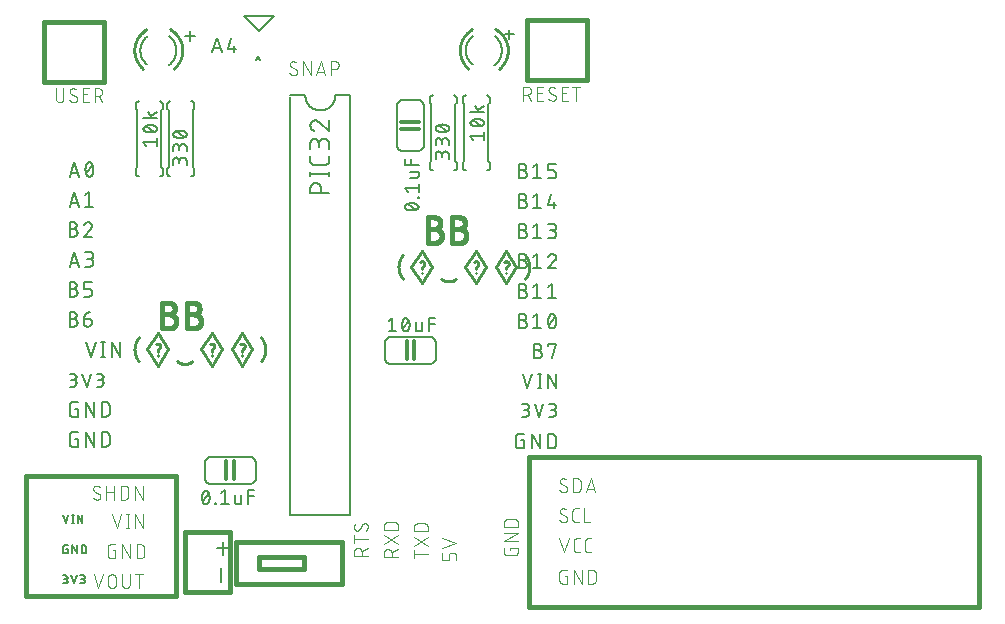
<source format=gbr>
G04 EAGLE Gerber RS-274X export*
G75*
%MOMM*%
%FSLAX34Y34*%
%LPD*%
%INSilkscreen Top*%
%IPPOS*%
%AMOC8*
5,1,8,0,0,1.08239X$1,22.5*%
G01*
%ADD10C,0.203200*%
%ADD11C,0.127000*%
%ADD12C,0.381000*%
%ADD13C,0.279400*%
%ADD14C,0.152400*%
%ADD15C,0.304800*%
%ADD16C,0.254000*%
%ADD17C,0.177800*%
%ADD18C,0.406400*%
%ADD19C,0.101600*%


D10*
X41656Y362966D02*
X45720Y375158D01*
X49784Y362966D01*
X48768Y366014D02*
X42672Y366014D01*
X55135Y369062D02*
X55138Y369302D01*
X55146Y369542D01*
X55161Y369781D01*
X55181Y370020D01*
X55206Y370258D01*
X55238Y370496D01*
X55275Y370733D01*
X55318Y370969D01*
X55366Y371204D01*
X55420Y371438D01*
X55479Y371670D01*
X55544Y371901D01*
X55615Y372130D01*
X55691Y372358D01*
X55772Y372583D01*
X55859Y372807D01*
X55951Y373029D01*
X56048Y373248D01*
X56151Y373465D01*
X56185Y373556D01*
X56222Y373646D01*
X56262Y373734D01*
X56305Y373821D01*
X56352Y373906D01*
X56403Y373989D01*
X56456Y374070D01*
X56513Y374149D01*
X56572Y374226D01*
X56635Y374301D01*
X56700Y374372D01*
X56768Y374442D01*
X56839Y374508D01*
X56912Y374572D01*
X56987Y374633D01*
X57065Y374691D01*
X57146Y374746D01*
X57228Y374798D01*
X57312Y374846D01*
X57398Y374892D01*
X57485Y374934D01*
X57575Y374972D01*
X57665Y375007D01*
X57757Y375038D01*
X57850Y375066D01*
X57944Y375091D01*
X58039Y375111D01*
X58135Y375128D01*
X58231Y375141D01*
X58328Y375150D01*
X58425Y375156D01*
X58522Y375158D01*
X58619Y375156D01*
X58716Y375150D01*
X58813Y375141D01*
X58909Y375128D01*
X59005Y375111D01*
X59100Y375091D01*
X59194Y375066D01*
X59287Y375038D01*
X59379Y375007D01*
X59469Y374972D01*
X59559Y374934D01*
X59646Y374892D01*
X59732Y374846D01*
X59816Y374798D01*
X59898Y374746D01*
X59979Y374691D01*
X60057Y374633D01*
X60132Y374572D01*
X60205Y374508D01*
X60276Y374442D01*
X60344Y374372D01*
X60409Y374301D01*
X60472Y374226D01*
X60531Y374149D01*
X60588Y374070D01*
X60641Y373989D01*
X60692Y373906D01*
X60739Y373821D01*
X60782Y373734D01*
X60822Y373646D01*
X60859Y373556D01*
X60893Y373465D01*
X60892Y373465D02*
X60995Y373248D01*
X61092Y373029D01*
X61184Y372807D01*
X61271Y372583D01*
X61352Y372358D01*
X61428Y372130D01*
X61499Y371901D01*
X61564Y371670D01*
X61623Y371438D01*
X61677Y371204D01*
X61725Y370969D01*
X61768Y370733D01*
X61805Y370496D01*
X61837Y370258D01*
X61862Y370020D01*
X61882Y369781D01*
X61897Y369542D01*
X61905Y369302D01*
X61908Y369062D01*
X55135Y369062D02*
X55138Y368822D01*
X55146Y368582D01*
X55161Y368343D01*
X55181Y368104D01*
X55206Y367866D01*
X55238Y367628D01*
X55275Y367391D01*
X55318Y367155D01*
X55366Y366920D01*
X55420Y366686D01*
X55479Y366454D01*
X55544Y366223D01*
X55615Y365994D01*
X55691Y365766D01*
X55772Y365541D01*
X55859Y365317D01*
X55951Y365095D01*
X56048Y364876D01*
X56151Y364659D01*
X56185Y364568D01*
X56222Y364478D01*
X56262Y364390D01*
X56305Y364303D01*
X56352Y364218D01*
X56403Y364135D01*
X56456Y364054D01*
X56513Y363975D01*
X56572Y363898D01*
X56635Y363823D01*
X56700Y363752D01*
X56768Y363682D01*
X56839Y363616D01*
X56912Y363552D01*
X56987Y363491D01*
X57065Y363433D01*
X57146Y363378D01*
X57228Y363326D01*
X57312Y363278D01*
X57398Y363232D01*
X57485Y363190D01*
X57575Y363152D01*
X57665Y363117D01*
X57757Y363086D01*
X57850Y363058D01*
X57944Y363033D01*
X58039Y363013D01*
X58135Y362996D01*
X58231Y362983D01*
X58328Y362974D01*
X58425Y362968D01*
X58522Y362966D01*
X60892Y364659D02*
X60995Y364876D01*
X61092Y365095D01*
X61184Y365317D01*
X61271Y365541D01*
X61352Y365766D01*
X61428Y365994D01*
X61499Y366223D01*
X61564Y366454D01*
X61623Y366686D01*
X61677Y366920D01*
X61725Y367155D01*
X61768Y367391D01*
X61805Y367628D01*
X61837Y367866D01*
X61862Y368104D01*
X61882Y368343D01*
X61897Y368582D01*
X61905Y368822D01*
X61908Y369062D01*
X60893Y364659D02*
X60859Y364568D01*
X60822Y364478D01*
X60782Y364390D01*
X60739Y364303D01*
X60692Y364218D01*
X60641Y364135D01*
X60588Y364054D01*
X60531Y363975D01*
X60472Y363898D01*
X60409Y363823D01*
X60344Y363752D01*
X60276Y363682D01*
X60205Y363616D01*
X60132Y363552D01*
X60057Y363491D01*
X59979Y363433D01*
X59898Y363378D01*
X59816Y363326D01*
X59732Y363278D01*
X59646Y363232D01*
X59559Y363190D01*
X59469Y363152D01*
X59379Y363117D01*
X59287Y363086D01*
X59194Y363058D01*
X59100Y363033D01*
X59005Y363013D01*
X58909Y362996D01*
X58813Y362983D01*
X58716Y362974D01*
X58619Y362968D01*
X58522Y362966D01*
X55812Y365675D02*
X61231Y372449D01*
X45720Y349758D02*
X41656Y337566D01*
X49784Y337566D02*
X45720Y349758D01*
X48768Y340614D02*
X42672Y340614D01*
X55135Y347049D02*
X58522Y349758D01*
X58522Y337566D01*
X61908Y337566D02*
X55135Y337566D01*
X45043Y318939D02*
X41656Y318939D01*
X45043Y318940D02*
X45159Y318938D01*
X45274Y318932D01*
X45389Y318922D01*
X45504Y318908D01*
X45618Y318891D01*
X45732Y318869D01*
X45845Y318844D01*
X45957Y318814D01*
X46068Y318781D01*
X46177Y318744D01*
X46286Y318704D01*
X46392Y318660D01*
X46498Y318612D01*
X46601Y318560D01*
X46703Y318505D01*
X46803Y318447D01*
X46901Y318385D01*
X46996Y318320D01*
X47090Y318252D01*
X47180Y318180D01*
X47269Y318106D01*
X47355Y318028D01*
X47438Y317948D01*
X47518Y317865D01*
X47596Y317779D01*
X47670Y317690D01*
X47742Y317600D01*
X47810Y317506D01*
X47875Y317411D01*
X47937Y317313D01*
X47995Y317213D01*
X48050Y317111D01*
X48102Y317008D01*
X48150Y316902D01*
X48194Y316796D01*
X48234Y316687D01*
X48271Y316578D01*
X48304Y316467D01*
X48334Y316355D01*
X48359Y316242D01*
X48381Y316128D01*
X48398Y316014D01*
X48412Y315899D01*
X48422Y315784D01*
X48428Y315669D01*
X48430Y315553D01*
X48428Y315437D01*
X48422Y315322D01*
X48412Y315207D01*
X48398Y315092D01*
X48381Y314978D01*
X48359Y314864D01*
X48334Y314751D01*
X48304Y314639D01*
X48271Y314528D01*
X48234Y314419D01*
X48194Y314310D01*
X48150Y314204D01*
X48102Y314098D01*
X48050Y313995D01*
X47995Y313893D01*
X47937Y313793D01*
X47875Y313695D01*
X47810Y313600D01*
X47742Y313506D01*
X47670Y313416D01*
X47596Y313327D01*
X47518Y313241D01*
X47438Y313158D01*
X47355Y313078D01*
X47269Y313000D01*
X47180Y312926D01*
X47090Y312854D01*
X46996Y312786D01*
X46901Y312721D01*
X46803Y312659D01*
X46703Y312601D01*
X46601Y312546D01*
X46498Y312494D01*
X46392Y312446D01*
X46286Y312402D01*
X46177Y312362D01*
X46068Y312325D01*
X45957Y312292D01*
X45845Y312262D01*
X45732Y312237D01*
X45618Y312215D01*
X45504Y312198D01*
X45389Y312184D01*
X45274Y312174D01*
X45159Y312168D01*
X45043Y312166D01*
X41656Y312166D01*
X41656Y324358D01*
X45043Y324358D01*
X45146Y324356D01*
X45248Y324350D01*
X45350Y324341D01*
X45452Y324327D01*
X45553Y324310D01*
X45653Y324288D01*
X45752Y324263D01*
X45851Y324235D01*
X45948Y324202D01*
X46044Y324166D01*
X46139Y324127D01*
X46232Y324083D01*
X46323Y324037D01*
X46412Y323986D01*
X46500Y323933D01*
X46585Y323876D01*
X46668Y323816D01*
X46749Y323753D01*
X46828Y323687D01*
X46903Y323618D01*
X46977Y323546D01*
X47047Y323472D01*
X47115Y323395D01*
X47179Y323315D01*
X47241Y323233D01*
X47299Y323149D01*
X47354Y323062D01*
X47406Y322974D01*
X47454Y322883D01*
X47499Y322791D01*
X47541Y322698D01*
X47579Y322602D01*
X47613Y322506D01*
X47644Y322408D01*
X47670Y322309D01*
X47694Y322209D01*
X47713Y322108D01*
X47728Y322007D01*
X47740Y321905D01*
X47748Y321803D01*
X47752Y321700D01*
X47752Y321598D01*
X47748Y321495D01*
X47740Y321393D01*
X47728Y321291D01*
X47713Y321190D01*
X47694Y321089D01*
X47670Y320989D01*
X47644Y320890D01*
X47613Y320792D01*
X47579Y320696D01*
X47541Y320600D01*
X47499Y320507D01*
X47454Y320415D01*
X47406Y320324D01*
X47354Y320236D01*
X47299Y320149D01*
X47241Y320065D01*
X47179Y319983D01*
X47115Y319903D01*
X47047Y319826D01*
X46977Y319752D01*
X46903Y319680D01*
X46828Y319611D01*
X46749Y319545D01*
X46668Y319482D01*
X46585Y319422D01*
X46500Y319365D01*
X46412Y319312D01*
X46323Y319261D01*
X46232Y319215D01*
X46139Y319171D01*
X46044Y319132D01*
X45948Y319096D01*
X45851Y319063D01*
X45752Y319035D01*
X45653Y319010D01*
X45553Y318988D01*
X45452Y318971D01*
X45350Y318957D01*
X45248Y318948D01*
X45146Y318942D01*
X45043Y318940D01*
X57492Y324358D02*
X57601Y324356D01*
X57709Y324350D01*
X57818Y324341D01*
X57926Y324327D01*
X58033Y324310D01*
X58140Y324288D01*
X58246Y324263D01*
X58351Y324235D01*
X58455Y324202D01*
X58557Y324166D01*
X58658Y324126D01*
X58758Y324083D01*
X58856Y324036D01*
X58953Y323985D01*
X59047Y323931D01*
X59140Y323874D01*
X59230Y323814D01*
X59319Y323750D01*
X59405Y323683D01*
X59488Y323614D01*
X59569Y323541D01*
X59647Y323465D01*
X59723Y323387D01*
X59796Y323306D01*
X59865Y323223D01*
X59932Y323137D01*
X59996Y323048D01*
X60056Y322958D01*
X60113Y322865D01*
X60167Y322771D01*
X60218Y322674D01*
X60265Y322576D01*
X60308Y322476D01*
X60348Y322375D01*
X60384Y322273D01*
X60417Y322169D01*
X60445Y322064D01*
X60470Y321958D01*
X60492Y321851D01*
X60509Y321744D01*
X60523Y321636D01*
X60532Y321527D01*
X60538Y321419D01*
X60540Y321310D01*
X57492Y324358D02*
X57369Y324356D01*
X57246Y324350D01*
X57123Y324341D01*
X57001Y324327D01*
X56879Y324310D01*
X56758Y324289D01*
X56637Y324264D01*
X56517Y324235D01*
X56399Y324202D01*
X56281Y324166D01*
X56165Y324126D01*
X56049Y324083D01*
X55936Y324035D01*
X55823Y323985D01*
X55713Y323931D01*
X55604Y323873D01*
X55497Y323812D01*
X55392Y323747D01*
X55289Y323680D01*
X55189Y323609D01*
X55090Y323535D01*
X54994Y323458D01*
X54901Y323378D01*
X54810Y323295D01*
X54721Y323209D01*
X54636Y323121D01*
X54553Y323030D01*
X54473Y322936D01*
X54396Y322840D01*
X54322Y322741D01*
X54252Y322641D01*
X54184Y322538D01*
X54120Y322433D01*
X54059Y322326D01*
X54001Y322217D01*
X53947Y322106D01*
X53897Y321994D01*
X53850Y321880D01*
X53806Y321765D01*
X53767Y321649D01*
X59524Y318939D02*
X59603Y319017D01*
X59679Y319097D01*
X59752Y319179D01*
X59822Y319265D01*
X59890Y319352D01*
X59955Y319442D01*
X60016Y319533D01*
X60074Y319627D01*
X60130Y319723D01*
X60181Y319820D01*
X60230Y319920D01*
X60275Y320020D01*
X60317Y320123D01*
X60355Y320226D01*
X60390Y320331D01*
X60421Y320437D01*
X60449Y320544D01*
X60473Y320652D01*
X60494Y320760D01*
X60510Y320869D01*
X60523Y320979D01*
X60533Y321089D01*
X60538Y321200D01*
X60540Y321310D01*
X59524Y318939D02*
X53767Y312166D01*
X60540Y312166D01*
X45720Y298958D02*
X41656Y286766D01*
X49784Y286766D02*
X45720Y298958D01*
X48768Y289814D02*
X42672Y289814D01*
X55135Y286766D02*
X58522Y286766D01*
X58638Y286768D01*
X58753Y286774D01*
X58868Y286784D01*
X58983Y286798D01*
X59097Y286815D01*
X59211Y286837D01*
X59324Y286862D01*
X59436Y286892D01*
X59547Y286925D01*
X59656Y286962D01*
X59765Y287002D01*
X59871Y287046D01*
X59977Y287094D01*
X60080Y287146D01*
X60182Y287201D01*
X60282Y287259D01*
X60380Y287321D01*
X60475Y287386D01*
X60569Y287454D01*
X60659Y287526D01*
X60748Y287600D01*
X60834Y287678D01*
X60917Y287758D01*
X60997Y287841D01*
X61075Y287927D01*
X61149Y288016D01*
X61221Y288106D01*
X61289Y288200D01*
X61354Y288295D01*
X61416Y288393D01*
X61474Y288493D01*
X61529Y288595D01*
X61581Y288698D01*
X61629Y288804D01*
X61673Y288910D01*
X61713Y289019D01*
X61750Y289128D01*
X61783Y289239D01*
X61813Y289351D01*
X61838Y289464D01*
X61860Y289578D01*
X61877Y289692D01*
X61891Y289807D01*
X61901Y289922D01*
X61907Y290037D01*
X61909Y290153D01*
X61907Y290269D01*
X61901Y290384D01*
X61891Y290499D01*
X61877Y290614D01*
X61860Y290728D01*
X61838Y290842D01*
X61813Y290955D01*
X61783Y291067D01*
X61750Y291178D01*
X61713Y291287D01*
X61673Y291396D01*
X61629Y291502D01*
X61581Y291608D01*
X61529Y291711D01*
X61474Y291813D01*
X61416Y291913D01*
X61354Y292011D01*
X61289Y292106D01*
X61221Y292200D01*
X61149Y292290D01*
X61075Y292379D01*
X60997Y292465D01*
X60917Y292548D01*
X60834Y292628D01*
X60748Y292706D01*
X60659Y292780D01*
X60569Y292852D01*
X60475Y292920D01*
X60380Y292985D01*
X60282Y293047D01*
X60182Y293105D01*
X60080Y293160D01*
X59977Y293212D01*
X59871Y293260D01*
X59765Y293304D01*
X59656Y293344D01*
X59547Y293381D01*
X59436Y293414D01*
X59324Y293444D01*
X59211Y293469D01*
X59097Y293491D01*
X58983Y293508D01*
X58868Y293522D01*
X58753Y293532D01*
X58638Y293538D01*
X58522Y293540D01*
X59199Y298958D02*
X55135Y298958D01*
X59199Y298958D02*
X59302Y298956D01*
X59404Y298950D01*
X59506Y298941D01*
X59608Y298927D01*
X59709Y298910D01*
X59809Y298888D01*
X59908Y298863D01*
X60007Y298835D01*
X60104Y298802D01*
X60200Y298766D01*
X60295Y298727D01*
X60388Y298683D01*
X60479Y298637D01*
X60568Y298586D01*
X60656Y298533D01*
X60741Y298476D01*
X60824Y298416D01*
X60905Y298353D01*
X60984Y298287D01*
X61059Y298218D01*
X61133Y298146D01*
X61203Y298072D01*
X61271Y297995D01*
X61335Y297915D01*
X61397Y297833D01*
X61455Y297749D01*
X61510Y297662D01*
X61562Y297574D01*
X61610Y297483D01*
X61655Y297391D01*
X61697Y297298D01*
X61735Y297202D01*
X61769Y297106D01*
X61800Y297008D01*
X61826Y296909D01*
X61850Y296809D01*
X61869Y296708D01*
X61884Y296607D01*
X61896Y296505D01*
X61904Y296403D01*
X61908Y296300D01*
X61908Y296198D01*
X61904Y296095D01*
X61896Y295993D01*
X61884Y295891D01*
X61869Y295790D01*
X61850Y295689D01*
X61826Y295589D01*
X61800Y295490D01*
X61769Y295392D01*
X61735Y295296D01*
X61697Y295200D01*
X61655Y295107D01*
X61610Y295015D01*
X61562Y294924D01*
X61510Y294836D01*
X61455Y294749D01*
X61397Y294665D01*
X61335Y294583D01*
X61271Y294503D01*
X61203Y294426D01*
X61133Y294352D01*
X61059Y294280D01*
X60984Y294211D01*
X60905Y294145D01*
X60824Y294082D01*
X60741Y294022D01*
X60656Y293965D01*
X60568Y293912D01*
X60479Y293861D01*
X60388Y293815D01*
X60295Y293771D01*
X60200Y293732D01*
X60104Y293696D01*
X60007Y293663D01*
X59908Y293635D01*
X59809Y293610D01*
X59709Y293588D01*
X59608Y293571D01*
X59506Y293557D01*
X59404Y293548D01*
X59302Y293542D01*
X59199Y293540D01*
X59199Y293539D02*
X56490Y293539D01*
X45043Y268139D02*
X41656Y268139D01*
X45043Y268140D02*
X45159Y268138D01*
X45274Y268132D01*
X45389Y268122D01*
X45504Y268108D01*
X45618Y268091D01*
X45732Y268069D01*
X45845Y268044D01*
X45957Y268014D01*
X46068Y267981D01*
X46177Y267944D01*
X46286Y267904D01*
X46392Y267860D01*
X46498Y267812D01*
X46601Y267760D01*
X46703Y267705D01*
X46803Y267647D01*
X46901Y267585D01*
X46996Y267520D01*
X47090Y267452D01*
X47180Y267380D01*
X47269Y267306D01*
X47355Y267228D01*
X47438Y267148D01*
X47518Y267065D01*
X47596Y266979D01*
X47670Y266890D01*
X47742Y266800D01*
X47810Y266706D01*
X47875Y266611D01*
X47937Y266513D01*
X47995Y266413D01*
X48050Y266311D01*
X48102Y266208D01*
X48150Y266102D01*
X48194Y265996D01*
X48234Y265887D01*
X48271Y265778D01*
X48304Y265667D01*
X48334Y265555D01*
X48359Y265442D01*
X48381Y265328D01*
X48398Y265214D01*
X48412Y265099D01*
X48422Y264984D01*
X48428Y264869D01*
X48430Y264753D01*
X48428Y264637D01*
X48422Y264522D01*
X48412Y264407D01*
X48398Y264292D01*
X48381Y264178D01*
X48359Y264064D01*
X48334Y263951D01*
X48304Y263839D01*
X48271Y263728D01*
X48234Y263619D01*
X48194Y263510D01*
X48150Y263404D01*
X48102Y263298D01*
X48050Y263195D01*
X47995Y263093D01*
X47937Y262993D01*
X47875Y262895D01*
X47810Y262800D01*
X47742Y262706D01*
X47670Y262616D01*
X47596Y262527D01*
X47518Y262441D01*
X47438Y262358D01*
X47355Y262278D01*
X47269Y262200D01*
X47180Y262126D01*
X47090Y262054D01*
X46996Y261986D01*
X46901Y261921D01*
X46803Y261859D01*
X46703Y261801D01*
X46601Y261746D01*
X46498Y261694D01*
X46392Y261646D01*
X46286Y261602D01*
X46177Y261562D01*
X46068Y261525D01*
X45957Y261492D01*
X45845Y261462D01*
X45732Y261437D01*
X45618Y261415D01*
X45504Y261398D01*
X45389Y261384D01*
X45274Y261374D01*
X45159Y261368D01*
X45043Y261366D01*
X41656Y261366D01*
X41656Y273558D01*
X45043Y273558D01*
X45146Y273556D01*
X45248Y273550D01*
X45350Y273541D01*
X45452Y273527D01*
X45553Y273510D01*
X45653Y273488D01*
X45752Y273463D01*
X45851Y273435D01*
X45948Y273402D01*
X46044Y273366D01*
X46139Y273327D01*
X46232Y273283D01*
X46323Y273237D01*
X46412Y273186D01*
X46500Y273133D01*
X46585Y273076D01*
X46668Y273016D01*
X46749Y272953D01*
X46828Y272887D01*
X46903Y272818D01*
X46977Y272746D01*
X47047Y272672D01*
X47115Y272595D01*
X47179Y272515D01*
X47241Y272433D01*
X47299Y272349D01*
X47354Y272262D01*
X47406Y272174D01*
X47454Y272083D01*
X47499Y271991D01*
X47541Y271898D01*
X47579Y271802D01*
X47613Y271706D01*
X47644Y271608D01*
X47670Y271509D01*
X47694Y271409D01*
X47713Y271308D01*
X47728Y271207D01*
X47740Y271105D01*
X47748Y271003D01*
X47752Y270900D01*
X47752Y270798D01*
X47748Y270695D01*
X47740Y270593D01*
X47728Y270491D01*
X47713Y270390D01*
X47694Y270289D01*
X47670Y270189D01*
X47644Y270090D01*
X47613Y269992D01*
X47579Y269896D01*
X47541Y269800D01*
X47499Y269707D01*
X47454Y269615D01*
X47406Y269524D01*
X47354Y269436D01*
X47299Y269349D01*
X47241Y269265D01*
X47179Y269183D01*
X47115Y269103D01*
X47047Y269026D01*
X46977Y268952D01*
X46903Y268880D01*
X46828Y268811D01*
X46749Y268745D01*
X46668Y268682D01*
X46585Y268622D01*
X46500Y268565D01*
X46412Y268512D01*
X46323Y268461D01*
X46232Y268415D01*
X46139Y268371D01*
X46044Y268332D01*
X45948Y268296D01*
X45851Y268263D01*
X45752Y268235D01*
X45653Y268210D01*
X45553Y268188D01*
X45452Y268171D01*
X45350Y268157D01*
X45248Y268148D01*
X45146Y268142D01*
X45043Y268140D01*
X53767Y261366D02*
X57831Y261366D01*
X57932Y261368D01*
X58033Y261374D01*
X58134Y261383D01*
X58235Y261396D01*
X58335Y261413D01*
X58434Y261434D01*
X58532Y261458D01*
X58629Y261486D01*
X58726Y261518D01*
X58821Y261553D01*
X58914Y261592D01*
X59006Y261634D01*
X59097Y261680D01*
X59185Y261729D01*
X59272Y261781D01*
X59357Y261837D01*
X59440Y261895D01*
X59520Y261957D01*
X59598Y262022D01*
X59674Y262089D01*
X59747Y262159D01*
X59817Y262232D01*
X59884Y262308D01*
X59949Y262386D01*
X60011Y262466D01*
X60069Y262549D01*
X60125Y262634D01*
X60177Y262721D01*
X60226Y262809D01*
X60272Y262900D01*
X60314Y262992D01*
X60353Y263085D01*
X60388Y263180D01*
X60420Y263277D01*
X60448Y263374D01*
X60472Y263472D01*
X60493Y263571D01*
X60510Y263671D01*
X60523Y263772D01*
X60532Y263873D01*
X60538Y263974D01*
X60540Y264075D01*
X60540Y265430D01*
X60538Y265531D01*
X60532Y265632D01*
X60523Y265733D01*
X60510Y265834D01*
X60493Y265934D01*
X60472Y266033D01*
X60448Y266131D01*
X60420Y266228D01*
X60388Y266325D01*
X60353Y266420D01*
X60314Y266513D01*
X60272Y266605D01*
X60226Y266696D01*
X60177Y266785D01*
X60125Y266871D01*
X60069Y266956D01*
X60011Y267039D01*
X59949Y267119D01*
X59884Y267197D01*
X59817Y267273D01*
X59747Y267346D01*
X59674Y267416D01*
X59598Y267483D01*
X59520Y267548D01*
X59440Y267610D01*
X59357Y267668D01*
X59272Y267724D01*
X59186Y267776D01*
X59097Y267825D01*
X59006Y267871D01*
X58914Y267913D01*
X58821Y267952D01*
X58726Y267987D01*
X58629Y268019D01*
X58532Y268047D01*
X58434Y268071D01*
X58335Y268092D01*
X58235Y268109D01*
X58134Y268122D01*
X58033Y268131D01*
X57932Y268137D01*
X57831Y268139D01*
X53767Y268139D01*
X53767Y273558D01*
X60540Y273558D01*
X45043Y242739D02*
X41656Y242739D01*
X45043Y242740D02*
X45159Y242738D01*
X45274Y242732D01*
X45389Y242722D01*
X45504Y242708D01*
X45618Y242691D01*
X45732Y242669D01*
X45845Y242644D01*
X45957Y242614D01*
X46068Y242581D01*
X46177Y242544D01*
X46286Y242504D01*
X46392Y242460D01*
X46498Y242412D01*
X46601Y242360D01*
X46703Y242305D01*
X46803Y242247D01*
X46901Y242185D01*
X46996Y242120D01*
X47090Y242052D01*
X47180Y241980D01*
X47269Y241906D01*
X47355Y241828D01*
X47438Y241748D01*
X47518Y241665D01*
X47596Y241579D01*
X47670Y241490D01*
X47742Y241400D01*
X47810Y241306D01*
X47875Y241211D01*
X47937Y241113D01*
X47995Y241013D01*
X48050Y240911D01*
X48102Y240808D01*
X48150Y240702D01*
X48194Y240596D01*
X48234Y240487D01*
X48271Y240378D01*
X48304Y240267D01*
X48334Y240155D01*
X48359Y240042D01*
X48381Y239928D01*
X48398Y239814D01*
X48412Y239699D01*
X48422Y239584D01*
X48428Y239469D01*
X48430Y239353D01*
X48428Y239237D01*
X48422Y239122D01*
X48412Y239007D01*
X48398Y238892D01*
X48381Y238778D01*
X48359Y238664D01*
X48334Y238551D01*
X48304Y238439D01*
X48271Y238328D01*
X48234Y238219D01*
X48194Y238110D01*
X48150Y238004D01*
X48102Y237898D01*
X48050Y237795D01*
X47995Y237693D01*
X47937Y237593D01*
X47875Y237495D01*
X47810Y237400D01*
X47742Y237306D01*
X47670Y237216D01*
X47596Y237127D01*
X47518Y237041D01*
X47438Y236958D01*
X47355Y236878D01*
X47269Y236800D01*
X47180Y236726D01*
X47090Y236654D01*
X46996Y236586D01*
X46901Y236521D01*
X46803Y236459D01*
X46703Y236401D01*
X46601Y236346D01*
X46498Y236294D01*
X46392Y236246D01*
X46286Y236202D01*
X46177Y236162D01*
X46068Y236125D01*
X45957Y236092D01*
X45845Y236062D01*
X45732Y236037D01*
X45618Y236015D01*
X45504Y235998D01*
X45389Y235984D01*
X45274Y235974D01*
X45159Y235968D01*
X45043Y235966D01*
X41656Y235966D01*
X41656Y248158D01*
X45043Y248158D01*
X45146Y248156D01*
X45248Y248150D01*
X45350Y248141D01*
X45452Y248127D01*
X45553Y248110D01*
X45653Y248088D01*
X45752Y248063D01*
X45851Y248035D01*
X45948Y248002D01*
X46044Y247966D01*
X46139Y247927D01*
X46232Y247883D01*
X46323Y247837D01*
X46412Y247786D01*
X46500Y247733D01*
X46585Y247676D01*
X46668Y247616D01*
X46749Y247553D01*
X46828Y247487D01*
X46903Y247418D01*
X46977Y247346D01*
X47047Y247272D01*
X47115Y247195D01*
X47179Y247115D01*
X47241Y247033D01*
X47299Y246949D01*
X47354Y246862D01*
X47406Y246774D01*
X47454Y246683D01*
X47499Y246591D01*
X47541Y246498D01*
X47579Y246402D01*
X47613Y246306D01*
X47644Y246208D01*
X47670Y246109D01*
X47694Y246009D01*
X47713Y245908D01*
X47728Y245807D01*
X47740Y245705D01*
X47748Y245603D01*
X47752Y245500D01*
X47752Y245398D01*
X47748Y245295D01*
X47740Y245193D01*
X47728Y245091D01*
X47713Y244990D01*
X47694Y244889D01*
X47670Y244789D01*
X47644Y244690D01*
X47613Y244592D01*
X47579Y244496D01*
X47541Y244400D01*
X47499Y244307D01*
X47454Y244215D01*
X47406Y244124D01*
X47354Y244036D01*
X47299Y243949D01*
X47241Y243865D01*
X47179Y243783D01*
X47115Y243703D01*
X47047Y243626D01*
X46977Y243552D01*
X46903Y243480D01*
X46828Y243411D01*
X46749Y243345D01*
X46668Y243282D01*
X46585Y243222D01*
X46500Y243165D01*
X46412Y243112D01*
X46323Y243061D01*
X46232Y243015D01*
X46139Y242971D01*
X46044Y242932D01*
X45948Y242896D01*
X45851Y242863D01*
X45752Y242835D01*
X45653Y242810D01*
X45553Y242788D01*
X45452Y242771D01*
X45350Y242757D01*
X45248Y242748D01*
X45146Y242742D01*
X45043Y242740D01*
X53767Y242739D02*
X57831Y242739D01*
X57932Y242737D01*
X58033Y242731D01*
X58134Y242722D01*
X58235Y242709D01*
X58335Y242692D01*
X58434Y242671D01*
X58532Y242647D01*
X58629Y242619D01*
X58726Y242587D01*
X58821Y242552D01*
X58914Y242513D01*
X59006Y242471D01*
X59097Y242425D01*
X59186Y242376D01*
X59272Y242324D01*
X59357Y242268D01*
X59440Y242210D01*
X59520Y242148D01*
X59598Y242083D01*
X59674Y242016D01*
X59747Y241946D01*
X59817Y241873D01*
X59884Y241797D01*
X59949Y241719D01*
X60011Y241639D01*
X60069Y241556D01*
X60125Y241471D01*
X60177Y241385D01*
X60226Y241296D01*
X60272Y241205D01*
X60314Y241113D01*
X60353Y241020D01*
X60388Y240925D01*
X60420Y240828D01*
X60448Y240731D01*
X60472Y240633D01*
X60493Y240534D01*
X60510Y240434D01*
X60523Y240333D01*
X60532Y240232D01*
X60538Y240131D01*
X60540Y240030D01*
X60540Y239353D01*
X60538Y239237D01*
X60532Y239122D01*
X60522Y239007D01*
X60508Y238892D01*
X60491Y238778D01*
X60469Y238664D01*
X60444Y238551D01*
X60414Y238439D01*
X60381Y238328D01*
X60344Y238219D01*
X60304Y238110D01*
X60260Y238004D01*
X60212Y237898D01*
X60160Y237795D01*
X60105Y237693D01*
X60047Y237593D01*
X59985Y237495D01*
X59920Y237400D01*
X59852Y237306D01*
X59780Y237216D01*
X59706Y237127D01*
X59628Y237041D01*
X59548Y236958D01*
X59465Y236878D01*
X59379Y236800D01*
X59290Y236726D01*
X59200Y236654D01*
X59106Y236586D01*
X59011Y236521D01*
X58913Y236459D01*
X58813Y236401D01*
X58711Y236346D01*
X58608Y236294D01*
X58502Y236246D01*
X58396Y236202D01*
X58287Y236162D01*
X58178Y236125D01*
X58067Y236092D01*
X57955Y236062D01*
X57842Y236037D01*
X57728Y236015D01*
X57614Y235998D01*
X57499Y235984D01*
X57384Y235974D01*
X57269Y235968D01*
X57153Y235966D01*
X57037Y235968D01*
X56922Y235974D01*
X56807Y235984D01*
X56692Y235998D01*
X56578Y236015D01*
X56464Y236037D01*
X56351Y236062D01*
X56239Y236092D01*
X56128Y236125D01*
X56019Y236162D01*
X55910Y236202D01*
X55804Y236246D01*
X55698Y236294D01*
X55595Y236346D01*
X55493Y236401D01*
X55393Y236459D01*
X55295Y236521D01*
X55200Y236586D01*
X55106Y236654D01*
X55016Y236726D01*
X54927Y236800D01*
X54841Y236878D01*
X54758Y236958D01*
X54678Y237041D01*
X54600Y237127D01*
X54526Y237216D01*
X54454Y237306D01*
X54386Y237400D01*
X54321Y237495D01*
X54259Y237593D01*
X54201Y237693D01*
X54146Y237795D01*
X54094Y237898D01*
X54046Y238004D01*
X54002Y238110D01*
X53962Y238219D01*
X53925Y238328D01*
X53892Y238439D01*
X53862Y238551D01*
X53837Y238664D01*
X53815Y238778D01*
X53798Y238892D01*
X53784Y239007D01*
X53774Y239122D01*
X53768Y239237D01*
X53766Y239353D01*
X53767Y239353D02*
X53767Y242739D01*
X53766Y242739D02*
X53768Y242886D01*
X53774Y243032D01*
X53784Y243179D01*
X53798Y243325D01*
X53816Y243471D01*
X53837Y243616D01*
X53863Y243760D01*
X53893Y243904D01*
X53926Y244047D01*
X53964Y244189D01*
X54005Y244330D01*
X54050Y244469D01*
X54098Y244608D01*
X54151Y244745D01*
X54207Y244880D01*
X54267Y245014D01*
X54330Y245147D01*
X54397Y245277D01*
X54468Y245406D01*
X54542Y245533D01*
X54619Y245657D01*
X54700Y245780D01*
X54784Y245900D01*
X54871Y246018D01*
X54961Y246134D01*
X55055Y246247D01*
X55151Y246358D01*
X55251Y246466D01*
X55353Y246571D01*
X55458Y246673D01*
X55566Y246773D01*
X55677Y246869D01*
X55790Y246963D01*
X55906Y247053D01*
X56024Y247140D01*
X56144Y247224D01*
X56266Y247305D01*
X56391Y247382D01*
X56518Y247456D01*
X56647Y247527D01*
X56777Y247594D01*
X56910Y247657D01*
X57044Y247717D01*
X57179Y247773D01*
X57316Y247826D01*
X57455Y247874D01*
X57594Y247919D01*
X57735Y247960D01*
X57877Y247998D01*
X58020Y248031D01*
X58164Y248061D01*
X58308Y248087D01*
X58453Y248108D01*
X58599Y248126D01*
X58745Y248140D01*
X58892Y248150D01*
X59038Y248156D01*
X59185Y248158D01*
X44619Y185166D02*
X41656Y185166D01*
X44619Y185166D02*
X44726Y185168D01*
X44833Y185174D01*
X44939Y185183D01*
X45045Y185197D01*
X45151Y185214D01*
X45256Y185235D01*
X45360Y185260D01*
X45463Y185289D01*
X45565Y185321D01*
X45666Y185357D01*
X45765Y185397D01*
X45863Y185440D01*
X45959Y185487D01*
X46054Y185537D01*
X46147Y185590D01*
X46237Y185647D01*
X46326Y185707D01*
X46412Y185770D01*
X46496Y185836D01*
X46578Y185906D01*
X46657Y185978D01*
X46733Y186053D01*
X46807Y186131D01*
X46877Y186211D01*
X46945Y186294D01*
X47010Y186379D01*
X47071Y186466D01*
X47130Y186556D01*
X47185Y186648D01*
X47237Y186741D01*
X47285Y186837D01*
X47330Y186934D01*
X47372Y187032D01*
X47409Y187132D01*
X47444Y187234D01*
X47474Y187336D01*
X47501Y187440D01*
X47524Y187544D01*
X47543Y187650D01*
X47558Y187756D01*
X47570Y187862D01*
X47578Y187969D01*
X47582Y188076D01*
X47582Y188182D01*
X47578Y188289D01*
X47570Y188396D01*
X47558Y188502D01*
X47543Y188608D01*
X47524Y188714D01*
X47501Y188818D01*
X47474Y188922D01*
X47444Y189024D01*
X47409Y189126D01*
X47372Y189226D01*
X47330Y189324D01*
X47285Y189421D01*
X47237Y189517D01*
X47185Y189610D01*
X47130Y189702D01*
X47071Y189792D01*
X47010Y189879D01*
X46945Y189964D01*
X46877Y190047D01*
X46807Y190127D01*
X46733Y190205D01*
X46657Y190280D01*
X46578Y190352D01*
X46496Y190422D01*
X46412Y190488D01*
X46326Y190551D01*
X46237Y190611D01*
X46147Y190668D01*
X46054Y190721D01*
X45959Y190771D01*
X45863Y190818D01*
X45765Y190861D01*
X45666Y190901D01*
X45565Y190937D01*
X45463Y190969D01*
X45360Y190998D01*
X45256Y191023D01*
X45151Y191044D01*
X45045Y191061D01*
X44939Y191075D01*
X44833Y191084D01*
X44726Y191090D01*
X44619Y191092D01*
X45212Y195834D02*
X41656Y195834D01*
X45212Y195834D02*
X45309Y195832D01*
X45405Y195826D01*
X45501Y195816D01*
X45597Y195802D01*
X45692Y195785D01*
X45787Y195763D01*
X45880Y195738D01*
X45972Y195709D01*
X46063Y195676D01*
X46153Y195639D01*
X46241Y195599D01*
X46327Y195555D01*
X46411Y195508D01*
X46494Y195458D01*
X46574Y195404D01*
X46652Y195346D01*
X46728Y195286D01*
X46801Y195223D01*
X46871Y195157D01*
X46939Y195087D01*
X47004Y195016D01*
X47066Y194941D01*
X47124Y194864D01*
X47180Y194785D01*
X47232Y194704D01*
X47281Y194620D01*
X47327Y194535D01*
X47369Y194448D01*
X47407Y194359D01*
X47442Y194269D01*
X47473Y194177D01*
X47500Y194084D01*
X47524Y193991D01*
X47543Y193896D01*
X47559Y193800D01*
X47571Y193704D01*
X47579Y193608D01*
X47583Y193511D01*
X47583Y193415D01*
X47579Y193318D01*
X47571Y193222D01*
X47559Y193126D01*
X47543Y193030D01*
X47524Y192935D01*
X47500Y192842D01*
X47473Y192749D01*
X47442Y192657D01*
X47407Y192567D01*
X47369Y192478D01*
X47327Y192391D01*
X47281Y192306D01*
X47232Y192222D01*
X47180Y192141D01*
X47124Y192062D01*
X47066Y191985D01*
X47004Y191910D01*
X46939Y191839D01*
X46871Y191769D01*
X46801Y191703D01*
X46728Y191640D01*
X46652Y191580D01*
X46574Y191522D01*
X46494Y191468D01*
X46411Y191418D01*
X46327Y191371D01*
X46241Y191327D01*
X46153Y191287D01*
X46063Y191250D01*
X45972Y191217D01*
X45880Y191188D01*
X45787Y191163D01*
X45692Y191141D01*
X45597Y191124D01*
X45501Y191110D01*
X45405Y191100D01*
X45309Y191094D01*
X45212Y191092D01*
X45212Y191093D02*
X42841Y191093D01*
X52493Y195834D02*
X56049Y185166D01*
X59605Y195834D01*
X64516Y185166D02*
X67479Y185166D01*
X67586Y185168D01*
X67693Y185174D01*
X67799Y185183D01*
X67905Y185197D01*
X68011Y185214D01*
X68116Y185235D01*
X68220Y185260D01*
X68323Y185289D01*
X68425Y185321D01*
X68526Y185357D01*
X68625Y185397D01*
X68723Y185440D01*
X68819Y185487D01*
X68914Y185537D01*
X69007Y185590D01*
X69097Y185647D01*
X69186Y185707D01*
X69272Y185770D01*
X69356Y185836D01*
X69438Y185906D01*
X69517Y185978D01*
X69593Y186053D01*
X69667Y186131D01*
X69737Y186211D01*
X69805Y186294D01*
X69870Y186379D01*
X69931Y186466D01*
X69990Y186556D01*
X70045Y186648D01*
X70097Y186741D01*
X70145Y186837D01*
X70190Y186934D01*
X70232Y187032D01*
X70269Y187132D01*
X70304Y187234D01*
X70334Y187336D01*
X70361Y187440D01*
X70384Y187544D01*
X70403Y187650D01*
X70418Y187756D01*
X70430Y187862D01*
X70438Y187969D01*
X70442Y188076D01*
X70442Y188182D01*
X70438Y188289D01*
X70430Y188396D01*
X70418Y188502D01*
X70403Y188608D01*
X70384Y188714D01*
X70361Y188818D01*
X70334Y188922D01*
X70304Y189024D01*
X70269Y189126D01*
X70232Y189226D01*
X70190Y189324D01*
X70145Y189421D01*
X70097Y189517D01*
X70045Y189610D01*
X69990Y189702D01*
X69931Y189792D01*
X69870Y189879D01*
X69805Y189964D01*
X69737Y190047D01*
X69667Y190127D01*
X69593Y190205D01*
X69517Y190280D01*
X69438Y190352D01*
X69356Y190422D01*
X69272Y190488D01*
X69186Y190551D01*
X69097Y190611D01*
X69007Y190668D01*
X68914Y190721D01*
X68819Y190771D01*
X68723Y190818D01*
X68625Y190861D01*
X68526Y190901D01*
X68425Y190937D01*
X68323Y190969D01*
X68220Y190998D01*
X68116Y191023D01*
X68011Y191044D01*
X67905Y191061D01*
X67799Y191075D01*
X67693Y191084D01*
X67586Y191090D01*
X67479Y191092D01*
X68072Y195834D02*
X64516Y195834D01*
X68072Y195834D02*
X68169Y195832D01*
X68265Y195826D01*
X68361Y195816D01*
X68457Y195802D01*
X68552Y195785D01*
X68647Y195763D01*
X68740Y195738D01*
X68832Y195709D01*
X68923Y195676D01*
X69013Y195639D01*
X69101Y195599D01*
X69187Y195555D01*
X69271Y195508D01*
X69354Y195458D01*
X69434Y195404D01*
X69512Y195346D01*
X69588Y195286D01*
X69661Y195223D01*
X69731Y195157D01*
X69799Y195087D01*
X69864Y195016D01*
X69926Y194941D01*
X69984Y194864D01*
X70040Y194785D01*
X70092Y194704D01*
X70141Y194620D01*
X70187Y194535D01*
X70229Y194448D01*
X70267Y194359D01*
X70302Y194269D01*
X70333Y194177D01*
X70360Y194084D01*
X70384Y193991D01*
X70403Y193896D01*
X70419Y193800D01*
X70431Y193704D01*
X70439Y193608D01*
X70443Y193511D01*
X70443Y193415D01*
X70439Y193318D01*
X70431Y193222D01*
X70419Y193126D01*
X70403Y193030D01*
X70384Y192935D01*
X70360Y192842D01*
X70333Y192749D01*
X70302Y192657D01*
X70267Y192567D01*
X70229Y192478D01*
X70187Y192391D01*
X70141Y192306D01*
X70092Y192222D01*
X70040Y192141D01*
X69984Y192062D01*
X69926Y191985D01*
X69864Y191910D01*
X69799Y191839D01*
X69731Y191769D01*
X69661Y191703D01*
X69588Y191640D01*
X69512Y191580D01*
X69434Y191522D01*
X69354Y191468D01*
X69271Y191418D01*
X69187Y191371D01*
X69101Y191327D01*
X69013Y191287D01*
X68923Y191250D01*
X68832Y191217D01*
X68740Y191188D01*
X68647Y191163D01*
X68552Y191141D01*
X68457Y191124D01*
X68361Y191110D01*
X68265Y191100D01*
X68169Y191094D01*
X68072Y191092D01*
X68072Y191093D02*
X65701Y191093D01*
X48429Y166539D02*
X46397Y166539D01*
X48429Y166539D02*
X48429Y159766D01*
X44365Y159766D01*
X44264Y159768D01*
X44163Y159774D01*
X44062Y159783D01*
X43961Y159796D01*
X43861Y159813D01*
X43762Y159834D01*
X43664Y159858D01*
X43567Y159886D01*
X43470Y159918D01*
X43375Y159953D01*
X43282Y159992D01*
X43190Y160034D01*
X43099Y160080D01*
X43011Y160129D01*
X42924Y160181D01*
X42839Y160237D01*
X42756Y160295D01*
X42676Y160357D01*
X42598Y160422D01*
X42522Y160489D01*
X42449Y160559D01*
X42379Y160632D01*
X42312Y160708D01*
X42247Y160786D01*
X42185Y160866D01*
X42127Y160949D01*
X42071Y161034D01*
X42019Y161121D01*
X41970Y161209D01*
X41924Y161300D01*
X41882Y161392D01*
X41843Y161485D01*
X41808Y161580D01*
X41776Y161677D01*
X41748Y161774D01*
X41724Y161872D01*
X41703Y161971D01*
X41686Y162071D01*
X41673Y162172D01*
X41664Y162273D01*
X41658Y162374D01*
X41656Y162475D01*
X41656Y169249D01*
X41658Y169353D01*
X41664Y169456D01*
X41674Y169560D01*
X41688Y169663D01*
X41706Y169765D01*
X41727Y169866D01*
X41753Y169967D01*
X41782Y170066D01*
X41815Y170165D01*
X41852Y170262D01*
X41893Y170357D01*
X41937Y170451D01*
X41985Y170543D01*
X42036Y170633D01*
X42091Y170722D01*
X42149Y170808D01*
X42211Y170891D01*
X42275Y170973D01*
X42343Y171051D01*
X42413Y171127D01*
X42486Y171201D01*
X42563Y171271D01*
X42641Y171339D01*
X42723Y171403D01*
X42806Y171465D01*
X42892Y171523D01*
X42981Y171578D01*
X43071Y171629D01*
X43163Y171677D01*
X43257Y171721D01*
X43352Y171762D01*
X43449Y171799D01*
X43548Y171832D01*
X43647Y171861D01*
X43748Y171887D01*
X43849Y171908D01*
X43951Y171926D01*
X44054Y171940D01*
X44158Y171950D01*
X44261Y171956D01*
X44365Y171958D01*
X48429Y171958D01*
X55311Y171958D02*
X55311Y159766D01*
X62084Y159766D02*
X55311Y171958D01*
X62084Y171958D02*
X62084Y159766D01*
X68966Y159766D02*
X68966Y171958D01*
X72353Y171958D01*
X72469Y171956D01*
X72584Y171950D01*
X72699Y171940D01*
X72814Y171926D01*
X72928Y171909D01*
X73042Y171887D01*
X73155Y171862D01*
X73267Y171832D01*
X73378Y171799D01*
X73487Y171762D01*
X73596Y171722D01*
X73702Y171678D01*
X73808Y171630D01*
X73911Y171578D01*
X74013Y171523D01*
X74113Y171465D01*
X74211Y171403D01*
X74306Y171338D01*
X74400Y171270D01*
X74491Y171198D01*
X74579Y171124D01*
X74665Y171046D01*
X74748Y170966D01*
X74828Y170883D01*
X74906Y170797D01*
X74980Y170708D01*
X75052Y170618D01*
X75120Y170524D01*
X75185Y170429D01*
X75247Y170331D01*
X75305Y170231D01*
X75360Y170129D01*
X75412Y170026D01*
X75460Y169920D01*
X75504Y169814D01*
X75544Y169705D01*
X75581Y169596D01*
X75614Y169485D01*
X75644Y169373D01*
X75669Y169260D01*
X75691Y169146D01*
X75708Y169032D01*
X75722Y168917D01*
X75732Y168802D01*
X75738Y168687D01*
X75740Y168571D01*
X75739Y168571D02*
X75739Y163153D01*
X75740Y163153D02*
X75738Y163037D01*
X75732Y162922D01*
X75722Y162807D01*
X75708Y162692D01*
X75691Y162578D01*
X75669Y162464D01*
X75644Y162351D01*
X75614Y162239D01*
X75581Y162128D01*
X75544Y162019D01*
X75504Y161910D01*
X75460Y161804D01*
X75412Y161698D01*
X75360Y161595D01*
X75305Y161493D01*
X75247Y161393D01*
X75185Y161295D01*
X75120Y161200D01*
X75052Y161106D01*
X74980Y161016D01*
X74906Y160927D01*
X74828Y160841D01*
X74748Y160758D01*
X74665Y160678D01*
X74579Y160600D01*
X74491Y160526D01*
X74400Y160454D01*
X74306Y160386D01*
X74211Y160321D01*
X74113Y160259D01*
X74013Y160201D01*
X73911Y160146D01*
X73808Y160094D01*
X73702Y160046D01*
X73596Y160002D01*
X73487Y159962D01*
X73378Y159925D01*
X73267Y159892D01*
X73155Y159862D01*
X73042Y159837D01*
X72929Y159815D01*
X72814Y159798D01*
X72699Y159784D01*
X72584Y159774D01*
X72469Y159768D01*
X72353Y159766D01*
X68966Y159766D01*
X48429Y141139D02*
X46397Y141139D01*
X48429Y141139D02*
X48429Y134366D01*
X44365Y134366D01*
X44264Y134368D01*
X44163Y134374D01*
X44062Y134383D01*
X43961Y134396D01*
X43861Y134413D01*
X43762Y134434D01*
X43664Y134458D01*
X43567Y134486D01*
X43470Y134518D01*
X43375Y134553D01*
X43282Y134592D01*
X43190Y134634D01*
X43099Y134680D01*
X43011Y134729D01*
X42924Y134781D01*
X42839Y134837D01*
X42756Y134895D01*
X42676Y134957D01*
X42598Y135022D01*
X42522Y135089D01*
X42449Y135159D01*
X42379Y135232D01*
X42312Y135308D01*
X42247Y135386D01*
X42185Y135466D01*
X42127Y135549D01*
X42071Y135634D01*
X42019Y135721D01*
X41970Y135809D01*
X41924Y135900D01*
X41882Y135992D01*
X41843Y136085D01*
X41808Y136180D01*
X41776Y136277D01*
X41748Y136374D01*
X41724Y136472D01*
X41703Y136571D01*
X41686Y136671D01*
X41673Y136772D01*
X41664Y136873D01*
X41658Y136974D01*
X41656Y137075D01*
X41656Y143849D01*
X41658Y143953D01*
X41664Y144056D01*
X41674Y144160D01*
X41688Y144263D01*
X41706Y144365D01*
X41727Y144466D01*
X41753Y144567D01*
X41782Y144666D01*
X41815Y144765D01*
X41852Y144862D01*
X41893Y144957D01*
X41937Y145051D01*
X41985Y145143D01*
X42036Y145233D01*
X42091Y145322D01*
X42149Y145408D01*
X42211Y145491D01*
X42275Y145573D01*
X42343Y145651D01*
X42413Y145727D01*
X42486Y145801D01*
X42563Y145871D01*
X42641Y145939D01*
X42723Y146003D01*
X42806Y146065D01*
X42892Y146123D01*
X42981Y146178D01*
X43071Y146229D01*
X43163Y146277D01*
X43257Y146321D01*
X43352Y146362D01*
X43449Y146399D01*
X43548Y146432D01*
X43647Y146461D01*
X43748Y146487D01*
X43849Y146508D01*
X43951Y146526D01*
X44054Y146540D01*
X44158Y146550D01*
X44261Y146556D01*
X44365Y146558D01*
X48429Y146558D01*
X55311Y146558D02*
X55311Y134366D01*
X62084Y134366D02*
X55311Y146558D01*
X62084Y146558D02*
X62084Y134366D01*
X68966Y134366D02*
X68966Y146558D01*
X72353Y146558D01*
X72469Y146556D01*
X72584Y146550D01*
X72699Y146540D01*
X72814Y146526D01*
X72928Y146509D01*
X73042Y146487D01*
X73155Y146462D01*
X73267Y146432D01*
X73378Y146399D01*
X73487Y146362D01*
X73596Y146322D01*
X73702Y146278D01*
X73808Y146230D01*
X73911Y146178D01*
X74013Y146123D01*
X74113Y146065D01*
X74211Y146003D01*
X74306Y145938D01*
X74400Y145870D01*
X74491Y145798D01*
X74579Y145724D01*
X74665Y145646D01*
X74748Y145566D01*
X74828Y145483D01*
X74906Y145397D01*
X74980Y145308D01*
X75052Y145218D01*
X75120Y145124D01*
X75185Y145029D01*
X75247Y144931D01*
X75305Y144831D01*
X75360Y144729D01*
X75412Y144626D01*
X75460Y144520D01*
X75504Y144414D01*
X75544Y144305D01*
X75581Y144196D01*
X75614Y144085D01*
X75644Y143973D01*
X75669Y143860D01*
X75691Y143746D01*
X75708Y143632D01*
X75722Y143517D01*
X75732Y143402D01*
X75738Y143287D01*
X75740Y143171D01*
X75739Y143171D02*
X75739Y137753D01*
X75740Y137753D02*
X75738Y137637D01*
X75732Y137522D01*
X75722Y137407D01*
X75708Y137292D01*
X75691Y137178D01*
X75669Y137064D01*
X75644Y136951D01*
X75614Y136839D01*
X75581Y136728D01*
X75544Y136619D01*
X75504Y136510D01*
X75460Y136404D01*
X75412Y136298D01*
X75360Y136195D01*
X75305Y136093D01*
X75247Y135993D01*
X75185Y135895D01*
X75120Y135800D01*
X75052Y135706D01*
X74980Y135616D01*
X74906Y135527D01*
X74828Y135441D01*
X74748Y135358D01*
X74665Y135278D01*
X74579Y135200D01*
X74491Y135126D01*
X74400Y135054D01*
X74306Y134986D01*
X74211Y134921D01*
X74113Y134859D01*
X74013Y134801D01*
X73911Y134746D01*
X73808Y134694D01*
X73702Y134646D01*
X73596Y134602D01*
X73487Y134562D01*
X73378Y134525D01*
X73267Y134492D01*
X73155Y134462D01*
X73042Y134437D01*
X72929Y134415D01*
X72814Y134398D01*
X72699Y134384D01*
X72584Y134374D01*
X72469Y134368D01*
X72353Y134366D01*
X68966Y134366D01*
X421958Y368215D02*
X425345Y368215D01*
X425345Y368216D02*
X425461Y368214D01*
X425576Y368208D01*
X425691Y368198D01*
X425806Y368184D01*
X425920Y368167D01*
X426034Y368145D01*
X426147Y368120D01*
X426259Y368090D01*
X426370Y368057D01*
X426479Y368020D01*
X426588Y367980D01*
X426694Y367936D01*
X426800Y367888D01*
X426903Y367836D01*
X427005Y367781D01*
X427105Y367723D01*
X427203Y367661D01*
X427298Y367596D01*
X427392Y367528D01*
X427482Y367456D01*
X427571Y367382D01*
X427657Y367304D01*
X427740Y367224D01*
X427820Y367141D01*
X427898Y367055D01*
X427972Y366966D01*
X428044Y366876D01*
X428112Y366782D01*
X428177Y366687D01*
X428239Y366589D01*
X428297Y366489D01*
X428352Y366387D01*
X428404Y366284D01*
X428452Y366178D01*
X428496Y366072D01*
X428536Y365963D01*
X428573Y365854D01*
X428606Y365743D01*
X428636Y365631D01*
X428661Y365518D01*
X428683Y365404D01*
X428700Y365290D01*
X428714Y365175D01*
X428724Y365060D01*
X428730Y364945D01*
X428732Y364829D01*
X428730Y364713D01*
X428724Y364598D01*
X428714Y364483D01*
X428700Y364368D01*
X428683Y364254D01*
X428661Y364140D01*
X428636Y364027D01*
X428606Y363915D01*
X428573Y363804D01*
X428536Y363695D01*
X428496Y363586D01*
X428452Y363480D01*
X428404Y363374D01*
X428352Y363271D01*
X428297Y363169D01*
X428239Y363069D01*
X428177Y362971D01*
X428112Y362876D01*
X428044Y362782D01*
X427972Y362692D01*
X427898Y362603D01*
X427820Y362517D01*
X427740Y362434D01*
X427657Y362354D01*
X427571Y362276D01*
X427482Y362202D01*
X427392Y362130D01*
X427298Y362062D01*
X427203Y361997D01*
X427105Y361935D01*
X427005Y361877D01*
X426903Y361822D01*
X426800Y361770D01*
X426694Y361722D01*
X426588Y361678D01*
X426479Y361638D01*
X426370Y361601D01*
X426259Y361568D01*
X426147Y361538D01*
X426034Y361513D01*
X425920Y361491D01*
X425806Y361474D01*
X425691Y361460D01*
X425576Y361450D01*
X425461Y361444D01*
X425345Y361442D01*
X421958Y361442D01*
X421958Y373634D01*
X425345Y373634D01*
X425448Y373632D01*
X425550Y373626D01*
X425652Y373617D01*
X425754Y373603D01*
X425855Y373586D01*
X425955Y373564D01*
X426054Y373539D01*
X426153Y373511D01*
X426250Y373478D01*
X426346Y373442D01*
X426441Y373403D01*
X426534Y373359D01*
X426625Y373313D01*
X426714Y373262D01*
X426802Y373209D01*
X426887Y373152D01*
X426970Y373092D01*
X427051Y373029D01*
X427130Y372963D01*
X427205Y372894D01*
X427279Y372822D01*
X427349Y372748D01*
X427417Y372671D01*
X427481Y372591D01*
X427543Y372509D01*
X427601Y372425D01*
X427656Y372338D01*
X427708Y372250D01*
X427756Y372159D01*
X427801Y372067D01*
X427843Y371974D01*
X427881Y371878D01*
X427915Y371782D01*
X427946Y371684D01*
X427972Y371585D01*
X427996Y371485D01*
X428015Y371384D01*
X428030Y371283D01*
X428042Y371181D01*
X428050Y371079D01*
X428054Y370976D01*
X428054Y370874D01*
X428050Y370771D01*
X428042Y370669D01*
X428030Y370567D01*
X428015Y370466D01*
X427996Y370365D01*
X427972Y370265D01*
X427946Y370166D01*
X427915Y370068D01*
X427881Y369972D01*
X427843Y369876D01*
X427801Y369783D01*
X427756Y369691D01*
X427708Y369600D01*
X427656Y369512D01*
X427601Y369425D01*
X427543Y369341D01*
X427481Y369259D01*
X427417Y369179D01*
X427349Y369102D01*
X427279Y369028D01*
X427205Y368956D01*
X427130Y368887D01*
X427051Y368821D01*
X426970Y368758D01*
X426887Y368698D01*
X426802Y368641D01*
X426714Y368588D01*
X426625Y368537D01*
X426534Y368491D01*
X426441Y368447D01*
X426346Y368408D01*
X426250Y368372D01*
X426153Y368339D01*
X426054Y368311D01*
X425955Y368286D01*
X425855Y368264D01*
X425754Y368247D01*
X425652Y368233D01*
X425550Y368224D01*
X425448Y368218D01*
X425345Y368216D01*
X434069Y370925D02*
X437456Y373634D01*
X437456Y361442D01*
X440842Y361442D02*
X434069Y361442D01*
X446871Y361442D02*
X450935Y361442D01*
X451036Y361444D01*
X451137Y361450D01*
X451238Y361459D01*
X451339Y361472D01*
X451439Y361489D01*
X451538Y361510D01*
X451636Y361534D01*
X451733Y361562D01*
X451830Y361594D01*
X451925Y361629D01*
X452018Y361668D01*
X452110Y361710D01*
X452201Y361756D01*
X452290Y361805D01*
X452376Y361857D01*
X452461Y361913D01*
X452544Y361971D01*
X452624Y362033D01*
X452702Y362098D01*
X452778Y362165D01*
X452851Y362235D01*
X452921Y362308D01*
X452988Y362384D01*
X453053Y362462D01*
X453115Y362542D01*
X453173Y362625D01*
X453229Y362710D01*
X453281Y362797D01*
X453330Y362885D01*
X453376Y362976D01*
X453418Y363068D01*
X453457Y363161D01*
X453492Y363256D01*
X453524Y363353D01*
X453552Y363450D01*
X453576Y363548D01*
X453597Y363647D01*
X453614Y363747D01*
X453627Y363848D01*
X453636Y363949D01*
X453642Y364050D01*
X453644Y364151D01*
X453644Y365506D01*
X453642Y365607D01*
X453636Y365708D01*
X453627Y365809D01*
X453614Y365910D01*
X453597Y366010D01*
X453576Y366109D01*
X453552Y366207D01*
X453524Y366304D01*
X453492Y366401D01*
X453457Y366496D01*
X453418Y366589D01*
X453376Y366681D01*
X453330Y366772D01*
X453281Y366861D01*
X453229Y366947D01*
X453173Y367032D01*
X453115Y367115D01*
X453053Y367195D01*
X452988Y367273D01*
X452921Y367349D01*
X452851Y367422D01*
X452778Y367492D01*
X452702Y367559D01*
X452624Y367624D01*
X452544Y367686D01*
X452461Y367744D01*
X452376Y367800D01*
X452290Y367852D01*
X452201Y367901D01*
X452110Y367947D01*
X452018Y367989D01*
X451925Y368028D01*
X451830Y368063D01*
X451733Y368095D01*
X451636Y368123D01*
X451538Y368147D01*
X451439Y368168D01*
X451339Y368185D01*
X451238Y368198D01*
X451137Y368207D01*
X451036Y368213D01*
X450935Y368215D01*
X446871Y368215D01*
X446871Y373634D01*
X453644Y373634D01*
X425345Y342815D02*
X421958Y342815D01*
X425345Y342816D02*
X425461Y342814D01*
X425576Y342808D01*
X425691Y342798D01*
X425806Y342784D01*
X425920Y342767D01*
X426034Y342745D01*
X426147Y342720D01*
X426259Y342690D01*
X426370Y342657D01*
X426479Y342620D01*
X426588Y342580D01*
X426694Y342536D01*
X426800Y342488D01*
X426903Y342436D01*
X427005Y342381D01*
X427105Y342323D01*
X427203Y342261D01*
X427298Y342196D01*
X427392Y342128D01*
X427482Y342056D01*
X427571Y341982D01*
X427657Y341904D01*
X427740Y341824D01*
X427820Y341741D01*
X427898Y341655D01*
X427972Y341566D01*
X428044Y341476D01*
X428112Y341382D01*
X428177Y341287D01*
X428239Y341189D01*
X428297Y341089D01*
X428352Y340987D01*
X428404Y340884D01*
X428452Y340778D01*
X428496Y340672D01*
X428536Y340563D01*
X428573Y340454D01*
X428606Y340343D01*
X428636Y340231D01*
X428661Y340118D01*
X428683Y340004D01*
X428700Y339890D01*
X428714Y339775D01*
X428724Y339660D01*
X428730Y339545D01*
X428732Y339429D01*
X428730Y339313D01*
X428724Y339198D01*
X428714Y339083D01*
X428700Y338968D01*
X428683Y338854D01*
X428661Y338740D01*
X428636Y338627D01*
X428606Y338515D01*
X428573Y338404D01*
X428536Y338295D01*
X428496Y338186D01*
X428452Y338080D01*
X428404Y337974D01*
X428352Y337871D01*
X428297Y337769D01*
X428239Y337669D01*
X428177Y337571D01*
X428112Y337476D01*
X428044Y337382D01*
X427972Y337292D01*
X427898Y337203D01*
X427820Y337117D01*
X427740Y337034D01*
X427657Y336954D01*
X427571Y336876D01*
X427482Y336802D01*
X427392Y336730D01*
X427298Y336662D01*
X427203Y336597D01*
X427105Y336535D01*
X427005Y336477D01*
X426903Y336422D01*
X426800Y336370D01*
X426694Y336322D01*
X426588Y336278D01*
X426479Y336238D01*
X426370Y336201D01*
X426259Y336168D01*
X426147Y336138D01*
X426034Y336113D01*
X425920Y336091D01*
X425806Y336074D01*
X425691Y336060D01*
X425576Y336050D01*
X425461Y336044D01*
X425345Y336042D01*
X421958Y336042D01*
X421958Y348234D01*
X425345Y348234D01*
X425448Y348232D01*
X425550Y348226D01*
X425652Y348217D01*
X425754Y348203D01*
X425855Y348186D01*
X425955Y348164D01*
X426054Y348139D01*
X426153Y348111D01*
X426250Y348078D01*
X426346Y348042D01*
X426441Y348003D01*
X426534Y347959D01*
X426625Y347913D01*
X426714Y347862D01*
X426802Y347809D01*
X426887Y347752D01*
X426970Y347692D01*
X427051Y347629D01*
X427130Y347563D01*
X427205Y347494D01*
X427279Y347422D01*
X427349Y347348D01*
X427417Y347271D01*
X427481Y347191D01*
X427543Y347109D01*
X427601Y347025D01*
X427656Y346938D01*
X427708Y346850D01*
X427756Y346759D01*
X427801Y346667D01*
X427843Y346574D01*
X427881Y346478D01*
X427915Y346382D01*
X427946Y346284D01*
X427972Y346185D01*
X427996Y346085D01*
X428015Y345984D01*
X428030Y345883D01*
X428042Y345781D01*
X428050Y345679D01*
X428054Y345576D01*
X428054Y345474D01*
X428050Y345371D01*
X428042Y345269D01*
X428030Y345167D01*
X428015Y345066D01*
X427996Y344965D01*
X427972Y344865D01*
X427946Y344766D01*
X427915Y344668D01*
X427881Y344572D01*
X427843Y344476D01*
X427801Y344383D01*
X427756Y344291D01*
X427708Y344200D01*
X427656Y344112D01*
X427601Y344025D01*
X427543Y343941D01*
X427481Y343859D01*
X427417Y343779D01*
X427349Y343702D01*
X427279Y343628D01*
X427205Y343556D01*
X427130Y343487D01*
X427051Y343421D01*
X426970Y343358D01*
X426887Y343298D01*
X426802Y343241D01*
X426714Y343188D01*
X426625Y343137D01*
X426534Y343091D01*
X426441Y343047D01*
X426346Y343008D01*
X426250Y342972D01*
X426153Y342939D01*
X426054Y342911D01*
X425955Y342886D01*
X425855Y342864D01*
X425754Y342847D01*
X425652Y342833D01*
X425550Y342824D01*
X425448Y342818D01*
X425345Y342816D01*
X434069Y345525D02*
X437456Y348234D01*
X437456Y336042D01*
X440842Y336042D02*
X434069Y336042D01*
X446871Y338751D02*
X449580Y348234D01*
X446871Y338751D02*
X453644Y338751D01*
X451612Y336042D02*
X451612Y341461D01*
X425345Y317415D02*
X421958Y317415D01*
X425345Y317416D02*
X425461Y317414D01*
X425576Y317408D01*
X425691Y317398D01*
X425806Y317384D01*
X425920Y317367D01*
X426034Y317345D01*
X426147Y317320D01*
X426259Y317290D01*
X426370Y317257D01*
X426479Y317220D01*
X426588Y317180D01*
X426694Y317136D01*
X426800Y317088D01*
X426903Y317036D01*
X427005Y316981D01*
X427105Y316923D01*
X427203Y316861D01*
X427298Y316796D01*
X427392Y316728D01*
X427482Y316656D01*
X427571Y316582D01*
X427657Y316504D01*
X427740Y316424D01*
X427820Y316341D01*
X427898Y316255D01*
X427972Y316166D01*
X428044Y316076D01*
X428112Y315982D01*
X428177Y315887D01*
X428239Y315789D01*
X428297Y315689D01*
X428352Y315587D01*
X428404Y315484D01*
X428452Y315378D01*
X428496Y315272D01*
X428536Y315163D01*
X428573Y315054D01*
X428606Y314943D01*
X428636Y314831D01*
X428661Y314718D01*
X428683Y314604D01*
X428700Y314490D01*
X428714Y314375D01*
X428724Y314260D01*
X428730Y314145D01*
X428732Y314029D01*
X428730Y313913D01*
X428724Y313798D01*
X428714Y313683D01*
X428700Y313568D01*
X428683Y313454D01*
X428661Y313340D01*
X428636Y313227D01*
X428606Y313115D01*
X428573Y313004D01*
X428536Y312895D01*
X428496Y312786D01*
X428452Y312680D01*
X428404Y312574D01*
X428352Y312471D01*
X428297Y312369D01*
X428239Y312269D01*
X428177Y312171D01*
X428112Y312076D01*
X428044Y311982D01*
X427972Y311892D01*
X427898Y311803D01*
X427820Y311717D01*
X427740Y311634D01*
X427657Y311554D01*
X427571Y311476D01*
X427482Y311402D01*
X427392Y311330D01*
X427298Y311262D01*
X427203Y311197D01*
X427105Y311135D01*
X427005Y311077D01*
X426903Y311022D01*
X426800Y310970D01*
X426694Y310922D01*
X426588Y310878D01*
X426479Y310838D01*
X426370Y310801D01*
X426259Y310768D01*
X426147Y310738D01*
X426034Y310713D01*
X425920Y310691D01*
X425806Y310674D01*
X425691Y310660D01*
X425576Y310650D01*
X425461Y310644D01*
X425345Y310642D01*
X421958Y310642D01*
X421958Y322834D01*
X425345Y322834D01*
X425448Y322832D01*
X425550Y322826D01*
X425652Y322817D01*
X425754Y322803D01*
X425855Y322786D01*
X425955Y322764D01*
X426054Y322739D01*
X426153Y322711D01*
X426250Y322678D01*
X426346Y322642D01*
X426441Y322603D01*
X426534Y322559D01*
X426625Y322513D01*
X426714Y322462D01*
X426802Y322409D01*
X426887Y322352D01*
X426970Y322292D01*
X427051Y322229D01*
X427130Y322163D01*
X427205Y322094D01*
X427279Y322022D01*
X427349Y321948D01*
X427417Y321871D01*
X427481Y321791D01*
X427543Y321709D01*
X427601Y321625D01*
X427656Y321538D01*
X427708Y321450D01*
X427756Y321359D01*
X427801Y321267D01*
X427843Y321174D01*
X427881Y321078D01*
X427915Y320982D01*
X427946Y320884D01*
X427972Y320785D01*
X427996Y320685D01*
X428015Y320584D01*
X428030Y320483D01*
X428042Y320381D01*
X428050Y320279D01*
X428054Y320176D01*
X428054Y320074D01*
X428050Y319971D01*
X428042Y319869D01*
X428030Y319767D01*
X428015Y319666D01*
X427996Y319565D01*
X427972Y319465D01*
X427946Y319366D01*
X427915Y319268D01*
X427881Y319172D01*
X427843Y319076D01*
X427801Y318983D01*
X427756Y318891D01*
X427708Y318800D01*
X427656Y318712D01*
X427601Y318625D01*
X427543Y318541D01*
X427481Y318459D01*
X427417Y318379D01*
X427349Y318302D01*
X427279Y318228D01*
X427205Y318156D01*
X427130Y318087D01*
X427051Y318021D01*
X426970Y317958D01*
X426887Y317898D01*
X426802Y317841D01*
X426714Y317788D01*
X426625Y317737D01*
X426534Y317691D01*
X426441Y317647D01*
X426346Y317608D01*
X426250Y317572D01*
X426153Y317539D01*
X426054Y317511D01*
X425955Y317486D01*
X425855Y317464D01*
X425754Y317447D01*
X425652Y317433D01*
X425550Y317424D01*
X425448Y317418D01*
X425345Y317416D01*
X434069Y320125D02*
X437456Y322834D01*
X437456Y310642D01*
X440842Y310642D02*
X434069Y310642D01*
X446871Y310642D02*
X450257Y310642D01*
X450373Y310644D01*
X450488Y310650D01*
X450603Y310660D01*
X450718Y310674D01*
X450832Y310691D01*
X450946Y310713D01*
X451059Y310738D01*
X451171Y310768D01*
X451282Y310801D01*
X451391Y310838D01*
X451500Y310878D01*
X451606Y310922D01*
X451712Y310970D01*
X451815Y311022D01*
X451917Y311077D01*
X452017Y311135D01*
X452115Y311197D01*
X452210Y311262D01*
X452304Y311330D01*
X452394Y311402D01*
X452483Y311476D01*
X452569Y311554D01*
X452652Y311634D01*
X452732Y311717D01*
X452810Y311803D01*
X452884Y311892D01*
X452956Y311982D01*
X453024Y312076D01*
X453089Y312171D01*
X453151Y312269D01*
X453209Y312369D01*
X453264Y312471D01*
X453316Y312574D01*
X453364Y312680D01*
X453408Y312786D01*
X453448Y312895D01*
X453485Y313004D01*
X453518Y313115D01*
X453548Y313227D01*
X453573Y313340D01*
X453595Y313454D01*
X453612Y313568D01*
X453626Y313683D01*
X453636Y313798D01*
X453642Y313913D01*
X453644Y314029D01*
X453642Y314145D01*
X453636Y314260D01*
X453626Y314375D01*
X453612Y314490D01*
X453595Y314604D01*
X453573Y314718D01*
X453548Y314831D01*
X453518Y314943D01*
X453485Y315054D01*
X453448Y315163D01*
X453408Y315272D01*
X453364Y315378D01*
X453316Y315484D01*
X453264Y315587D01*
X453209Y315689D01*
X453151Y315789D01*
X453089Y315887D01*
X453024Y315982D01*
X452956Y316076D01*
X452884Y316166D01*
X452810Y316255D01*
X452732Y316341D01*
X452652Y316424D01*
X452569Y316504D01*
X452483Y316582D01*
X452394Y316656D01*
X452304Y316728D01*
X452210Y316796D01*
X452115Y316861D01*
X452017Y316923D01*
X451917Y316981D01*
X451815Y317036D01*
X451712Y317088D01*
X451606Y317136D01*
X451500Y317180D01*
X451391Y317220D01*
X451282Y317257D01*
X451171Y317290D01*
X451059Y317320D01*
X450946Y317345D01*
X450832Y317367D01*
X450718Y317384D01*
X450603Y317398D01*
X450488Y317408D01*
X450373Y317414D01*
X450257Y317416D01*
X450935Y322834D02*
X446871Y322834D01*
X450935Y322834D02*
X451038Y322832D01*
X451140Y322826D01*
X451242Y322817D01*
X451344Y322803D01*
X451445Y322786D01*
X451545Y322764D01*
X451644Y322739D01*
X451743Y322711D01*
X451840Y322678D01*
X451936Y322642D01*
X452031Y322603D01*
X452124Y322559D01*
X452215Y322513D01*
X452304Y322462D01*
X452392Y322409D01*
X452477Y322352D01*
X452560Y322292D01*
X452641Y322229D01*
X452720Y322163D01*
X452795Y322094D01*
X452869Y322022D01*
X452939Y321948D01*
X453007Y321871D01*
X453071Y321791D01*
X453133Y321709D01*
X453191Y321625D01*
X453246Y321538D01*
X453298Y321450D01*
X453346Y321359D01*
X453391Y321267D01*
X453433Y321174D01*
X453471Y321078D01*
X453505Y320982D01*
X453536Y320884D01*
X453562Y320785D01*
X453586Y320685D01*
X453605Y320584D01*
X453620Y320483D01*
X453632Y320381D01*
X453640Y320279D01*
X453644Y320176D01*
X453644Y320074D01*
X453640Y319971D01*
X453632Y319869D01*
X453620Y319767D01*
X453605Y319666D01*
X453586Y319565D01*
X453562Y319465D01*
X453536Y319366D01*
X453505Y319268D01*
X453471Y319172D01*
X453433Y319076D01*
X453391Y318983D01*
X453346Y318891D01*
X453298Y318800D01*
X453246Y318712D01*
X453191Y318625D01*
X453133Y318541D01*
X453071Y318459D01*
X453007Y318379D01*
X452939Y318302D01*
X452869Y318228D01*
X452795Y318156D01*
X452720Y318087D01*
X452641Y318021D01*
X452560Y317958D01*
X452477Y317898D01*
X452392Y317841D01*
X452304Y317788D01*
X452215Y317737D01*
X452124Y317691D01*
X452031Y317647D01*
X451936Y317608D01*
X451840Y317572D01*
X451743Y317539D01*
X451644Y317511D01*
X451545Y317486D01*
X451445Y317464D01*
X451344Y317447D01*
X451242Y317433D01*
X451140Y317424D01*
X451038Y317418D01*
X450935Y317416D01*
X450935Y317415D02*
X448225Y317415D01*
X425345Y292015D02*
X421958Y292015D01*
X425345Y292016D02*
X425461Y292014D01*
X425576Y292008D01*
X425691Y291998D01*
X425806Y291984D01*
X425920Y291967D01*
X426034Y291945D01*
X426147Y291920D01*
X426259Y291890D01*
X426370Y291857D01*
X426479Y291820D01*
X426588Y291780D01*
X426694Y291736D01*
X426800Y291688D01*
X426903Y291636D01*
X427005Y291581D01*
X427105Y291523D01*
X427203Y291461D01*
X427298Y291396D01*
X427392Y291328D01*
X427482Y291256D01*
X427571Y291182D01*
X427657Y291104D01*
X427740Y291024D01*
X427820Y290941D01*
X427898Y290855D01*
X427972Y290766D01*
X428044Y290676D01*
X428112Y290582D01*
X428177Y290487D01*
X428239Y290389D01*
X428297Y290289D01*
X428352Y290187D01*
X428404Y290084D01*
X428452Y289978D01*
X428496Y289872D01*
X428536Y289763D01*
X428573Y289654D01*
X428606Y289543D01*
X428636Y289431D01*
X428661Y289318D01*
X428683Y289204D01*
X428700Y289090D01*
X428714Y288975D01*
X428724Y288860D01*
X428730Y288745D01*
X428732Y288629D01*
X428730Y288513D01*
X428724Y288398D01*
X428714Y288283D01*
X428700Y288168D01*
X428683Y288054D01*
X428661Y287940D01*
X428636Y287827D01*
X428606Y287715D01*
X428573Y287604D01*
X428536Y287495D01*
X428496Y287386D01*
X428452Y287280D01*
X428404Y287174D01*
X428352Y287071D01*
X428297Y286969D01*
X428239Y286869D01*
X428177Y286771D01*
X428112Y286676D01*
X428044Y286582D01*
X427972Y286492D01*
X427898Y286403D01*
X427820Y286317D01*
X427740Y286234D01*
X427657Y286154D01*
X427571Y286076D01*
X427482Y286002D01*
X427392Y285930D01*
X427298Y285862D01*
X427203Y285797D01*
X427105Y285735D01*
X427005Y285677D01*
X426903Y285622D01*
X426800Y285570D01*
X426694Y285522D01*
X426588Y285478D01*
X426479Y285438D01*
X426370Y285401D01*
X426259Y285368D01*
X426147Y285338D01*
X426034Y285313D01*
X425920Y285291D01*
X425806Y285274D01*
X425691Y285260D01*
X425576Y285250D01*
X425461Y285244D01*
X425345Y285242D01*
X421958Y285242D01*
X421958Y297434D01*
X425345Y297434D01*
X425448Y297432D01*
X425550Y297426D01*
X425652Y297417D01*
X425754Y297403D01*
X425855Y297386D01*
X425955Y297364D01*
X426054Y297339D01*
X426153Y297311D01*
X426250Y297278D01*
X426346Y297242D01*
X426441Y297203D01*
X426534Y297159D01*
X426625Y297113D01*
X426714Y297062D01*
X426802Y297009D01*
X426887Y296952D01*
X426970Y296892D01*
X427051Y296829D01*
X427130Y296763D01*
X427205Y296694D01*
X427279Y296622D01*
X427349Y296548D01*
X427417Y296471D01*
X427481Y296391D01*
X427543Y296309D01*
X427601Y296225D01*
X427656Y296138D01*
X427708Y296050D01*
X427756Y295959D01*
X427801Y295867D01*
X427843Y295774D01*
X427881Y295678D01*
X427915Y295582D01*
X427946Y295484D01*
X427972Y295385D01*
X427996Y295285D01*
X428015Y295184D01*
X428030Y295083D01*
X428042Y294981D01*
X428050Y294879D01*
X428054Y294776D01*
X428054Y294674D01*
X428050Y294571D01*
X428042Y294469D01*
X428030Y294367D01*
X428015Y294266D01*
X427996Y294165D01*
X427972Y294065D01*
X427946Y293966D01*
X427915Y293868D01*
X427881Y293772D01*
X427843Y293676D01*
X427801Y293583D01*
X427756Y293491D01*
X427708Y293400D01*
X427656Y293312D01*
X427601Y293225D01*
X427543Y293141D01*
X427481Y293059D01*
X427417Y292979D01*
X427349Y292902D01*
X427279Y292828D01*
X427205Y292756D01*
X427130Y292687D01*
X427051Y292621D01*
X426970Y292558D01*
X426887Y292498D01*
X426802Y292441D01*
X426714Y292388D01*
X426625Y292337D01*
X426534Y292291D01*
X426441Y292247D01*
X426346Y292208D01*
X426250Y292172D01*
X426153Y292139D01*
X426054Y292111D01*
X425955Y292086D01*
X425855Y292064D01*
X425754Y292047D01*
X425652Y292033D01*
X425550Y292024D01*
X425448Y292018D01*
X425345Y292016D01*
X434069Y294725D02*
X437456Y297434D01*
X437456Y285242D01*
X440842Y285242D02*
X434069Y285242D01*
X450596Y297434D02*
X450705Y297432D01*
X450813Y297426D01*
X450922Y297417D01*
X451030Y297403D01*
X451137Y297386D01*
X451244Y297364D01*
X451350Y297339D01*
X451455Y297311D01*
X451559Y297278D01*
X451661Y297242D01*
X451762Y297202D01*
X451862Y297159D01*
X451960Y297112D01*
X452057Y297061D01*
X452151Y297007D01*
X452244Y296950D01*
X452334Y296890D01*
X452423Y296826D01*
X452509Y296759D01*
X452592Y296690D01*
X452673Y296617D01*
X452751Y296541D01*
X452827Y296463D01*
X452900Y296382D01*
X452969Y296299D01*
X453036Y296213D01*
X453100Y296124D01*
X453160Y296034D01*
X453217Y295941D01*
X453271Y295847D01*
X453322Y295750D01*
X453369Y295652D01*
X453412Y295552D01*
X453452Y295451D01*
X453488Y295349D01*
X453521Y295245D01*
X453549Y295140D01*
X453574Y295034D01*
X453596Y294927D01*
X453613Y294820D01*
X453627Y294712D01*
X453636Y294603D01*
X453642Y294495D01*
X453644Y294386D01*
X450596Y297434D02*
X450473Y297432D01*
X450350Y297426D01*
X450227Y297417D01*
X450105Y297403D01*
X449983Y297386D01*
X449862Y297365D01*
X449741Y297340D01*
X449621Y297311D01*
X449503Y297278D01*
X449385Y297242D01*
X449269Y297202D01*
X449153Y297159D01*
X449040Y297111D01*
X448927Y297061D01*
X448817Y297007D01*
X448708Y296949D01*
X448601Y296888D01*
X448496Y296823D01*
X448393Y296756D01*
X448293Y296685D01*
X448194Y296611D01*
X448098Y296534D01*
X448005Y296454D01*
X447914Y296371D01*
X447825Y296285D01*
X447740Y296197D01*
X447657Y296106D01*
X447577Y296012D01*
X447500Y295916D01*
X447426Y295817D01*
X447356Y295717D01*
X447288Y295614D01*
X447224Y295509D01*
X447163Y295402D01*
X447105Y295293D01*
X447051Y295182D01*
X447001Y295070D01*
X446954Y294956D01*
X446910Y294841D01*
X446871Y294725D01*
X452628Y292015D02*
X452707Y292093D01*
X452783Y292173D01*
X452856Y292255D01*
X452926Y292341D01*
X452994Y292428D01*
X453059Y292518D01*
X453120Y292609D01*
X453178Y292703D01*
X453234Y292799D01*
X453285Y292896D01*
X453334Y292996D01*
X453379Y293096D01*
X453421Y293199D01*
X453459Y293302D01*
X453494Y293407D01*
X453525Y293513D01*
X453553Y293620D01*
X453577Y293728D01*
X453598Y293836D01*
X453614Y293945D01*
X453627Y294055D01*
X453637Y294165D01*
X453642Y294276D01*
X453644Y294386D01*
X452628Y292015D02*
X446871Y285242D01*
X453644Y285242D01*
X425345Y266615D02*
X421958Y266615D01*
X425345Y266616D02*
X425461Y266614D01*
X425576Y266608D01*
X425691Y266598D01*
X425806Y266584D01*
X425920Y266567D01*
X426034Y266545D01*
X426147Y266520D01*
X426259Y266490D01*
X426370Y266457D01*
X426479Y266420D01*
X426588Y266380D01*
X426694Y266336D01*
X426800Y266288D01*
X426903Y266236D01*
X427005Y266181D01*
X427105Y266123D01*
X427203Y266061D01*
X427298Y265996D01*
X427392Y265928D01*
X427482Y265856D01*
X427571Y265782D01*
X427657Y265704D01*
X427740Y265624D01*
X427820Y265541D01*
X427898Y265455D01*
X427972Y265366D01*
X428044Y265276D01*
X428112Y265182D01*
X428177Y265087D01*
X428239Y264989D01*
X428297Y264889D01*
X428352Y264787D01*
X428404Y264684D01*
X428452Y264578D01*
X428496Y264472D01*
X428536Y264363D01*
X428573Y264254D01*
X428606Y264143D01*
X428636Y264031D01*
X428661Y263918D01*
X428683Y263804D01*
X428700Y263690D01*
X428714Y263575D01*
X428724Y263460D01*
X428730Y263345D01*
X428732Y263229D01*
X428730Y263113D01*
X428724Y262998D01*
X428714Y262883D01*
X428700Y262768D01*
X428683Y262654D01*
X428661Y262540D01*
X428636Y262427D01*
X428606Y262315D01*
X428573Y262204D01*
X428536Y262095D01*
X428496Y261986D01*
X428452Y261880D01*
X428404Y261774D01*
X428352Y261671D01*
X428297Y261569D01*
X428239Y261469D01*
X428177Y261371D01*
X428112Y261276D01*
X428044Y261182D01*
X427972Y261092D01*
X427898Y261003D01*
X427820Y260917D01*
X427740Y260834D01*
X427657Y260754D01*
X427571Y260676D01*
X427482Y260602D01*
X427392Y260530D01*
X427298Y260462D01*
X427203Y260397D01*
X427105Y260335D01*
X427005Y260277D01*
X426903Y260222D01*
X426800Y260170D01*
X426694Y260122D01*
X426588Y260078D01*
X426479Y260038D01*
X426370Y260001D01*
X426259Y259968D01*
X426147Y259938D01*
X426034Y259913D01*
X425920Y259891D01*
X425806Y259874D01*
X425691Y259860D01*
X425576Y259850D01*
X425461Y259844D01*
X425345Y259842D01*
X421958Y259842D01*
X421958Y272034D01*
X425345Y272034D01*
X425448Y272032D01*
X425550Y272026D01*
X425652Y272017D01*
X425754Y272003D01*
X425855Y271986D01*
X425955Y271964D01*
X426054Y271939D01*
X426153Y271911D01*
X426250Y271878D01*
X426346Y271842D01*
X426441Y271803D01*
X426534Y271759D01*
X426625Y271713D01*
X426714Y271662D01*
X426802Y271609D01*
X426887Y271552D01*
X426970Y271492D01*
X427051Y271429D01*
X427130Y271363D01*
X427205Y271294D01*
X427279Y271222D01*
X427349Y271148D01*
X427417Y271071D01*
X427481Y270991D01*
X427543Y270909D01*
X427601Y270825D01*
X427656Y270738D01*
X427708Y270650D01*
X427756Y270559D01*
X427801Y270467D01*
X427843Y270374D01*
X427881Y270278D01*
X427915Y270182D01*
X427946Y270084D01*
X427972Y269985D01*
X427996Y269885D01*
X428015Y269784D01*
X428030Y269683D01*
X428042Y269581D01*
X428050Y269479D01*
X428054Y269376D01*
X428054Y269274D01*
X428050Y269171D01*
X428042Y269069D01*
X428030Y268967D01*
X428015Y268866D01*
X427996Y268765D01*
X427972Y268665D01*
X427946Y268566D01*
X427915Y268468D01*
X427881Y268372D01*
X427843Y268276D01*
X427801Y268183D01*
X427756Y268091D01*
X427708Y268000D01*
X427656Y267912D01*
X427601Y267825D01*
X427543Y267741D01*
X427481Y267659D01*
X427417Y267579D01*
X427349Y267502D01*
X427279Y267428D01*
X427205Y267356D01*
X427130Y267287D01*
X427051Y267221D01*
X426970Y267158D01*
X426887Y267098D01*
X426802Y267041D01*
X426714Y266988D01*
X426625Y266937D01*
X426534Y266891D01*
X426441Y266847D01*
X426346Y266808D01*
X426250Y266772D01*
X426153Y266739D01*
X426054Y266711D01*
X425955Y266686D01*
X425855Y266664D01*
X425754Y266647D01*
X425652Y266633D01*
X425550Y266624D01*
X425448Y266618D01*
X425345Y266616D01*
X434069Y269325D02*
X437456Y272034D01*
X437456Y259842D01*
X440842Y259842D02*
X434069Y259842D01*
X446871Y269325D02*
X450257Y272034D01*
X450257Y259842D01*
X446871Y259842D02*
X453644Y259842D01*
X425345Y241215D02*
X421958Y241215D01*
X425345Y241216D02*
X425461Y241214D01*
X425576Y241208D01*
X425691Y241198D01*
X425806Y241184D01*
X425920Y241167D01*
X426034Y241145D01*
X426147Y241120D01*
X426259Y241090D01*
X426370Y241057D01*
X426479Y241020D01*
X426588Y240980D01*
X426694Y240936D01*
X426800Y240888D01*
X426903Y240836D01*
X427005Y240781D01*
X427105Y240723D01*
X427203Y240661D01*
X427298Y240596D01*
X427392Y240528D01*
X427482Y240456D01*
X427571Y240382D01*
X427657Y240304D01*
X427740Y240224D01*
X427820Y240141D01*
X427898Y240055D01*
X427972Y239966D01*
X428044Y239876D01*
X428112Y239782D01*
X428177Y239687D01*
X428239Y239589D01*
X428297Y239489D01*
X428352Y239387D01*
X428404Y239284D01*
X428452Y239178D01*
X428496Y239072D01*
X428536Y238963D01*
X428573Y238854D01*
X428606Y238743D01*
X428636Y238631D01*
X428661Y238518D01*
X428683Y238404D01*
X428700Y238290D01*
X428714Y238175D01*
X428724Y238060D01*
X428730Y237945D01*
X428732Y237829D01*
X428730Y237713D01*
X428724Y237598D01*
X428714Y237483D01*
X428700Y237368D01*
X428683Y237254D01*
X428661Y237140D01*
X428636Y237027D01*
X428606Y236915D01*
X428573Y236804D01*
X428536Y236695D01*
X428496Y236586D01*
X428452Y236480D01*
X428404Y236374D01*
X428352Y236271D01*
X428297Y236169D01*
X428239Y236069D01*
X428177Y235971D01*
X428112Y235876D01*
X428044Y235782D01*
X427972Y235692D01*
X427898Y235603D01*
X427820Y235517D01*
X427740Y235434D01*
X427657Y235354D01*
X427571Y235276D01*
X427482Y235202D01*
X427392Y235130D01*
X427298Y235062D01*
X427203Y234997D01*
X427105Y234935D01*
X427005Y234877D01*
X426903Y234822D01*
X426800Y234770D01*
X426694Y234722D01*
X426588Y234678D01*
X426479Y234638D01*
X426370Y234601D01*
X426259Y234568D01*
X426147Y234538D01*
X426034Y234513D01*
X425920Y234491D01*
X425806Y234474D01*
X425691Y234460D01*
X425576Y234450D01*
X425461Y234444D01*
X425345Y234442D01*
X421958Y234442D01*
X421958Y246634D01*
X425345Y246634D01*
X425448Y246632D01*
X425550Y246626D01*
X425652Y246617D01*
X425754Y246603D01*
X425855Y246586D01*
X425955Y246564D01*
X426054Y246539D01*
X426153Y246511D01*
X426250Y246478D01*
X426346Y246442D01*
X426441Y246403D01*
X426534Y246359D01*
X426625Y246313D01*
X426714Y246262D01*
X426802Y246209D01*
X426887Y246152D01*
X426970Y246092D01*
X427051Y246029D01*
X427130Y245963D01*
X427205Y245894D01*
X427279Y245822D01*
X427349Y245748D01*
X427417Y245671D01*
X427481Y245591D01*
X427543Y245509D01*
X427601Y245425D01*
X427656Y245338D01*
X427708Y245250D01*
X427756Y245159D01*
X427801Y245067D01*
X427843Y244974D01*
X427881Y244878D01*
X427915Y244782D01*
X427946Y244684D01*
X427972Y244585D01*
X427996Y244485D01*
X428015Y244384D01*
X428030Y244283D01*
X428042Y244181D01*
X428050Y244079D01*
X428054Y243976D01*
X428054Y243874D01*
X428050Y243771D01*
X428042Y243669D01*
X428030Y243567D01*
X428015Y243466D01*
X427996Y243365D01*
X427972Y243265D01*
X427946Y243166D01*
X427915Y243068D01*
X427881Y242972D01*
X427843Y242876D01*
X427801Y242783D01*
X427756Y242691D01*
X427708Y242600D01*
X427656Y242512D01*
X427601Y242425D01*
X427543Y242341D01*
X427481Y242259D01*
X427417Y242179D01*
X427349Y242102D01*
X427279Y242028D01*
X427205Y241956D01*
X427130Y241887D01*
X427051Y241821D01*
X426970Y241758D01*
X426887Y241698D01*
X426802Y241641D01*
X426714Y241588D01*
X426625Y241537D01*
X426534Y241491D01*
X426441Y241447D01*
X426346Y241408D01*
X426250Y241372D01*
X426153Y241339D01*
X426054Y241311D01*
X425955Y241286D01*
X425855Y241264D01*
X425754Y241247D01*
X425652Y241233D01*
X425550Y241224D01*
X425448Y241218D01*
X425345Y241216D01*
X434069Y243925D02*
X437456Y246634D01*
X437456Y234442D01*
X440842Y234442D02*
X434069Y234442D01*
X446871Y240538D02*
X446874Y240778D01*
X446882Y241018D01*
X446897Y241257D01*
X446917Y241496D01*
X446942Y241734D01*
X446974Y241972D01*
X447011Y242209D01*
X447054Y242445D01*
X447102Y242680D01*
X447156Y242914D01*
X447215Y243146D01*
X447280Y243377D01*
X447351Y243606D01*
X447427Y243834D01*
X447508Y244059D01*
X447595Y244283D01*
X447687Y244505D01*
X447784Y244724D01*
X447887Y244941D01*
X447886Y244941D02*
X447920Y245032D01*
X447957Y245122D01*
X447997Y245210D01*
X448040Y245297D01*
X448087Y245382D01*
X448138Y245465D01*
X448191Y245546D01*
X448248Y245625D01*
X448307Y245702D01*
X448370Y245777D01*
X448435Y245848D01*
X448503Y245918D01*
X448574Y245984D01*
X448647Y246048D01*
X448722Y246109D01*
X448800Y246167D01*
X448881Y246222D01*
X448963Y246274D01*
X449047Y246322D01*
X449133Y246368D01*
X449220Y246410D01*
X449310Y246448D01*
X449400Y246483D01*
X449492Y246514D01*
X449585Y246542D01*
X449679Y246567D01*
X449774Y246587D01*
X449870Y246604D01*
X449966Y246617D01*
X450063Y246626D01*
X450160Y246632D01*
X450257Y246634D01*
X450354Y246632D01*
X450451Y246626D01*
X450548Y246617D01*
X450644Y246604D01*
X450740Y246587D01*
X450835Y246567D01*
X450929Y246542D01*
X451022Y246514D01*
X451114Y246483D01*
X451204Y246448D01*
X451294Y246410D01*
X451381Y246368D01*
X451467Y246322D01*
X451551Y246274D01*
X451633Y246222D01*
X451714Y246167D01*
X451792Y246109D01*
X451867Y246048D01*
X451940Y245984D01*
X452011Y245918D01*
X452079Y245848D01*
X452144Y245777D01*
X452207Y245702D01*
X452266Y245625D01*
X452323Y245546D01*
X452376Y245465D01*
X452427Y245382D01*
X452474Y245297D01*
X452517Y245210D01*
X452557Y245122D01*
X452594Y245032D01*
X452628Y244941D01*
X452731Y244724D01*
X452828Y244505D01*
X452920Y244283D01*
X453007Y244059D01*
X453088Y243834D01*
X453164Y243606D01*
X453235Y243377D01*
X453300Y243146D01*
X453359Y242914D01*
X453413Y242680D01*
X453461Y242445D01*
X453504Y242209D01*
X453541Y241972D01*
X453573Y241734D01*
X453598Y241496D01*
X453618Y241257D01*
X453633Y241018D01*
X453641Y240778D01*
X453644Y240538D01*
X446871Y240538D02*
X446874Y240298D01*
X446882Y240058D01*
X446897Y239819D01*
X446917Y239580D01*
X446942Y239342D01*
X446974Y239104D01*
X447011Y238867D01*
X447054Y238631D01*
X447102Y238396D01*
X447156Y238162D01*
X447215Y237930D01*
X447280Y237699D01*
X447351Y237470D01*
X447427Y237242D01*
X447508Y237017D01*
X447595Y236793D01*
X447687Y236571D01*
X447784Y236352D01*
X447887Y236135D01*
X447886Y236135D02*
X447920Y236044D01*
X447957Y235954D01*
X447997Y235866D01*
X448040Y235779D01*
X448087Y235694D01*
X448138Y235611D01*
X448191Y235530D01*
X448248Y235451D01*
X448307Y235374D01*
X448370Y235299D01*
X448435Y235228D01*
X448503Y235158D01*
X448574Y235092D01*
X448647Y235028D01*
X448722Y234967D01*
X448800Y234909D01*
X448881Y234854D01*
X448963Y234802D01*
X449047Y234754D01*
X449133Y234708D01*
X449220Y234666D01*
X449310Y234628D01*
X449400Y234593D01*
X449492Y234562D01*
X449585Y234534D01*
X449679Y234509D01*
X449774Y234489D01*
X449870Y234472D01*
X449966Y234459D01*
X450063Y234450D01*
X450160Y234444D01*
X450257Y234442D01*
X452628Y236135D02*
X452731Y236352D01*
X452828Y236571D01*
X452920Y236793D01*
X453007Y237017D01*
X453088Y237242D01*
X453164Y237470D01*
X453235Y237699D01*
X453300Y237930D01*
X453359Y238162D01*
X453413Y238396D01*
X453461Y238631D01*
X453504Y238867D01*
X453541Y239104D01*
X453573Y239342D01*
X453598Y239580D01*
X453618Y239819D01*
X453633Y240058D01*
X453641Y240298D01*
X453644Y240538D01*
X452628Y236135D02*
X452594Y236044D01*
X452557Y235954D01*
X452517Y235866D01*
X452474Y235779D01*
X452427Y235694D01*
X452376Y235611D01*
X452323Y235530D01*
X452266Y235451D01*
X452207Y235374D01*
X452144Y235299D01*
X452079Y235228D01*
X452011Y235158D01*
X451940Y235092D01*
X451867Y235028D01*
X451792Y234967D01*
X451714Y234909D01*
X451633Y234854D01*
X451551Y234802D01*
X451467Y234754D01*
X451381Y234708D01*
X451294Y234666D01*
X451204Y234628D01*
X451114Y234593D01*
X451022Y234562D01*
X450929Y234534D01*
X450835Y234509D01*
X450740Y234489D01*
X450644Y234472D01*
X450548Y234459D01*
X450451Y234450D01*
X450354Y234444D01*
X450257Y234442D01*
X447548Y237151D02*
X452967Y243925D01*
X438147Y215815D02*
X434760Y215815D01*
X438147Y215816D02*
X438263Y215814D01*
X438378Y215808D01*
X438493Y215798D01*
X438608Y215784D01*
X438722Y215767D01*
X438836Y215745D01*
X438949Y215720D01*
X439061Y215690D01*
X439172Y215657D01*
X439281Y215620D01*
X439390Y215580D01*
X439496Y215536D01*
X439602Y215488D01*
X439705Y215436D01*
X439807Y215381D01*
X439907Y215323D01*
X440005Y215261D01*
X440100Y215196D01*
X440194Y215128D01*
X440284Y215056D01*
X440373Y214982D01*
X440459Y214904D01*
X440542Y214824D01*
X440622Y214741D01*
X440700Y214655D01*
X440774Y214566D01*
X440846Y214476D01*
X440914Y214382D01*
X440979Y214287D01*
X441041Y214189D01*
X441099Y214089D01*
X441154Y213987D01*
X441206Y213884D01*
X441254Y213778D01*
X441298Y213672D01*
X441338Y213563D01*
X441375Y213454D01*
X441408Y213343D01*
X441438Y213231D01*
X441463Y213118D01*
X441485Y213004D01*
X441502Y212890D01*
X441516Y212775D01*
X441526Y212660D01*
X441532Y212545D01*
X441534Y212429D01*
X441532Y212313D01*
X441526Y212198D01*
X441516Y212083D01*
X441502Y211968D01*
X441485Y211854D01*
X441463Y211740D01*
X441438Y211627D01*
X441408Y211515D01*
X441375Y211404D01*
X441338Y211295D01*
X441298Y211186D01*
X441254Y211080D01*
X441206Y210974D01*
X441154Y210871D01*
X441099Y210769D01*
X441041Y210669D01*
X440979Y210571D01*
X440914Y210476D01*
X440846Y210382D01*
X440774Y210292D01*
X440700Y210203D01*
X440622Y210117D01*
X440542Y210034D01*
X440459Y209954D01*
X440373Y209876D01*
X440284Y209802D01*
X440194Y209730D01*
X440100Y209662D01*
X440005Y209597D01*
X439907Y209535D01*
X439807Y209477D01*
X439705Y209422D01*
X439602Y209370D01*
X439496Y209322D01*
X439390Y209278D01*
X439281Y209238D01*
X439172Y209201D01*
X439061Y209168D01*
X438949Y209138D01*
X438836Y209113D01*
X438722Y209091D01*
X438608Y209074D01*
X438493Y209060D01*
X438378Y209050D01*
X438263Y209044D01*
X438147Y209042D01*
X434760Y209042D01*
X434760Y221234D01*
X438147Y221234D01*
X438250Y221232D01*
X438352Y221226D01*
X438454Y221217D01*
X438556Y221203D01*
X438657Y221186D01*
X438757Y221164D01*
X438856Y221139D01*
X438955Y221111D01*
X439052Y221078D01*
X439148Y221042D01*
X439243Y221003D01*
X439336Y220959D01*
X439427Y220913D01*
X439516Y220862D01*
X439604Y220809D01*
X439689Y220752D01*
X439772Y220692D01*
X439853Y220629D01*
X439932Y220563D01*
X440007Y220494D01*
X440081Y220422D01*
X440151Y220348D01*
X440219Y220271D01*
X440283Y220191D01*
X440345Y220109D01*
X440403Y220025D01*
X440458Y219938D01*
X440510Y219850D01*
X440558Y219759D01*
X440603Y219667D01*
X440645Y219574D01*
X440683Y219478D01*
X440717Y219382D01*
X440748Y219284D01*
X440774Y219185D01*
X440798Y219085D01*
X440817Y218984D01*
X440832Y218883D01*
X440844Y218781D01*
X440852Y218679D01*
X440856Y218576D01*
X440856Y218474D01*
X440852Y218371D01*
X440844Y218269D01*
X440832Y218167D01*
X440817Y218066D01*
X440798Y217965D01*
X440774Y217865D01*
X440748Y217766D01*
X440717Y217668D01*
X440683Y217572D01*
X440645Y217476D01*
X440603Y217383D01*
X440558Y217291D01*
X440510Y217200D01*
X440458Y217112D01*
X440403Y217025D01*
X440345Y216941D01*
X440283Y216859D01*
X440219Y216779D01*
X440151Y216702D01*
X440081Y216628D01*
X440007Y216556D01*
X439932Y216487D01*
X439853Y216421D01*
X439772Y216358D01*
X439689Y216298D01*
X439604Y216241D01*
X439516Y216188D01*
X439427Y216137D01*
X439336Y216091D01*
X439243Y216047D01*
X439148Y216008D01*
X439052Y215972D01*
X438955Y215939D01*
X438856Y215911D01*
X438757Y215886D01*
X438657Y215864D01*
X438556Y215847D01*
X438454Y215833D01*
X438352Y215824D01*
X438250Y215818D01*
X438147Y215816D01*
X446871Y219879D02*
X446871Y221234D01*
X453644Y221234D01*
X450257Y209042D01*
X425284Y195834D02*
X429348Y183642D01*
X433412Y195834D01*
X439589Y195834D02*
X439589Y183642D01*
X438235Y183642D02*
X440944Y183642D01*
X440944Y195834D02*
X438235Y195834D01*
X446871Y195834D02*
X446871Y183642D01*
X453644Y183642D02*
X446871Y195834D01*
X453644Y195834D02*
X453644Y183642D01*
X427821Y159766D02*
X424857Y159766D01*
X427821Y159766D02*
X427928Y159768D01*
X428035Y159774D01*
X428141Y159783D01*
X428247Y159797D01*
X428353Y159814D01*
X428458Y159835D01*
X428562Y159860D01*
X428665Y159889D01*
X428767Y159921D01*
X428868Y159957D01*
X428967Y159997D01*
X429065Y160040D01*
X429161Y160087D01*
X429256Y160137D01*
X429349Y160190D01*
X429439Y160247D01*
X429528Y160307D01*
X429614Y160370D01*
X429698Y160436D01*
X429780Y160506D01*
X429859Y160578D01*
X429935Y160653D01*
X430009Y160731D01*
X430079Y160811D01*
X430147Y160894D01*
X430212Y160979D01*
X430273Y161066D01*
X430332Y161156D01*
X430387Y161248D01*
X430439Y161341D01*
X430487Y161437D01*
X430532Y161534D01*
X430574Y161632D01*
X430611Y161732D01*
X430646Y161834D01*
X430676Y161936D01*
X430703Y162040D01*
X430726Y162144D01*
X430745Y162250D01*
X430760Y162356D01*
X430772Y162462D01*
X430780Y162569D01*
X430784Y162676D01*
X430784Y162782D01*
X430780Y162889D01*
X430772Y162996D01*
X430760Y163102D01*
X430745Y163208D01*
X430726Y163314D01*
X430703Y163418D01*
X430676Y163522D01*
X430646Y163624D01*
X430611Y163726D01*
X430574Y163826D01*
X430532Y163924D01*
X430487Y164021D01*
X430439Y164117D01*
X430387Y164210D01*
X430332Y164302D01*
X430273Y164392D01*
X430212Y164479D01*
X430147Y164564D01*
X430079Y164647D01*
X430009Y164727D01*
X429935Y164805D01*
X429859Y164880D01*
X429780Y164952D01*
X429698Y165022D01*
X429614Y165088D01*
X429528Y165151D01*
X429439Y165211D01*
X429349Y165268D01*
X429256Y165321D01*
X429161Y165371D01*
X429065Y165418D01*
X428967Y165461D01*
X428868Y165501D01*
X428767Y165537D01*
X428665Y165569D01*
X428562Y165598D01*
X428458Y165623D01*
X428353Y165644D01*
X428247Y165661D01*
X428141Y165675D01*
X428035Y165684D01*
X427928Y165690D01*
X427821Y165692D01*
X428413Y170434D02*
X424857Y170434D01*
X428413Y170434D02*
X428510Y170432D01*
X428606Y170426D01*
X428702Y170416D01*
X428798Y170402D01*
X428893Y170385D01*
X428988Y170363D01*
X429081Y170338D01*
X429173Y170309D01*
X429264Y170276D01*
X429354Y170239D01*
X429442Y170199D01*
X429528Y170155D01*
X429612Y170108D01*
X429695Y170058D01*
X429775Y170004D01*
X429853Y169946D01*
X429929Y169886D01*
X430002Y169823D01*
X430072Y169757D01*
X430140Y169687D01*
X430205Y169616D01*
X430267Y169541D01*
X430325Y169464D01*
X430381Y169385D01*
X430433Y169304D01*
X430482Y169220D01*
X430528Y169135D01*
X430570Y169048D01*
X430608Y168959D01*
X430643Y168869D01*
X430674Y168777D01*
X430701Y168684D01*
X430725Y168591D01*
X430744Y168496D01*
X430760Y168400D01*
X430772Y168304D01*
X430780Y168208D01*
X430784Y168111D01*
X430784Y168015D01*
X430780Y167918D01*
X430772Y167822D01*
X430760Y167726D01*
X430744Y167630D01*
X430725Y167535D01*
X430701Y167442D01*
X430674Y167349D01*
X430643Y167257D01*
X430608Y167167D01*
X430570Y167078D01*
X430528Y166991D01*
X430482Y166906D01*
X430433Y166822D01*
X430381Y166741D01*
X430325Y166662D01*
X430267Y166585D01*
X430205Y166510D01*
X430140Y166439D01*
X430072Y166369D01*
X430002Y166303D01*
X429929Y166240D01*
X429853Y166180D01*
X429775Y166122D01*
X429695Y166068D01*
X429612Y166018D01*
X429528Y165971D01*
X429442Y165927D01*
X429354Y165887D01*
X429264Y165850D01*
X429173Y165817D01*
X429081Y165788D01*
X428988Y165763D01*
X428893Y165741D01*
X428798Y165724D01*
X428702Y165710D01*
X428606Y165700D01*
X428510Y165694D01*
X428413Y165692D01*
X428413Y165693D02*
X426043Y165693D01*
X435695Y170434D02*
X439251Y159766D01*
X442807Y170434D01*
X447717Y159766D02*
X450681Y159766D01*
X450788Y159768D01*
X450895Y159774D01*
X451001Y159783D01*
X451107Y159797D01*
X451213Y159814D01*
X451318Y159835D01*
X451422Y159860D01*
X451525Y159889D01*
X451627Y159921D01*
X451728Y159957D01*
X451827Y159997D01*
X451925Y160040D01*
X452021Y160087D01*
X452116Y160137D01*
X452209Y160190D01*
X452299Y160247D01*
X452388Y160307D01*
X452474Y160370D01*
X452558Y160436D01*
X452640Y160506D01*
X452719Y160578D01*
X452795Y160653D01*
X452869Y160731D01*
X452939Y160811D01*
X453007Y160894D01*
X453072Y160979D01*
X453133Y161066D01*
X453192Y161156D01*
X453247Y161248D01*
X453299Y161341D01*
X453347Y161437D01*
X453392Y161534D01*
X453434Y161632D01*
X453471Y161732D01*
X453506Y161834D01*
X453536Y161936D01*
X453563Y162040D01*
X453586Y162144D01*
X453605Y162250D01*
X453620Y162356D01*
X453632Y162462D01*
X453640Y162569D01*
X453644Y162676D01*
X453644Y162782D01*
X453640Y162889D01*
X453632Y162996D01*
X453620Y163102D01*
X453605Y163208D01*
X453586Y163314D01*
X453563Y163418D01*
X453536Y163522D01*
X453506Y163624D01*
X453471Y163726D01*
X453434Y163826D01*
X453392Y163924D01*
X453347Y164021D01*
X453299Y164117D01*
X453247Y164210D01*
X453192Y164302D01*
X453133Y164392D01*
X453072Y164479D01*
X453007Y164564D01*
X452939Y164647D01*
X452869Y164727D01*
X452795Y164805D01*
X452719Y164880D01*
X452640Y164952D01*
X452558Y165022D01*
X452474Y165088D01*
X452388Y165151D01*
X452299Y165211D01*
X452209Y165268D01*
X452116Y165321D01*
X452021Y165371D01*
X451925Y165418D01*
X451827Y165461D01*
X451728Y165501D01*
X451627Y165537D01*
X451525Y165569D01*
X451422Y165598D01*
X451318Y165623D01*
X451213Y165644D01*
X451107Y165661D01*
X451001Y165675D01*
X450895Y165684D01*
X450788Y165690D01*
X450681Y165692D01*
X451273Y170434D02*
X447717Y170434D01*
X451273Y170434D02*
X451370Y170432D01*
X451466Y170426D01*
X451562Y170416D01*
X451658Y170402D01*
X451753Y170385D01*
X451848Y170363D01*
X451941Y170338D01*
X452033Y170309D01*
X452124Y170276D01*
X452214Y170239D01*
X452302Y170199D01*
X452388Y170155D01*
X452472Y170108D01*
X452555Y170058D01*
X452635Y170004D01*
X452713Y169946D01*
X452789Y169886D01*
X452862Y169823D01*
X452932Y169757D01*
X453000Y169687D01*
X453065Y169616D01*
X453127Y169541D01*
X453185Y169464D01*
X453241Y169385D01*
X453293Y169304D01*
X453342Y169220D01*
X453388Y169135D01*
X453430Y169048D01*
X453468Y168959D01*
X453503Y168869D01*
X453534Y168777D01*
X453561Y168684D01*
X453585Y168591D01*
X453604Y168496D01*
X453620Y168400D01*
X453632Y168304D01*
X453640Y168208D01*
X453644Y168111D01*
X453644Y168015D01*
X453640Y167918D01*
X453632Y167822D01*
X453620Y167726D01*
X453604Y167630D01*
X453585Y167535D01*
X453561Y167442D01*
X453534Y167349D01*
X453503Y167257D01*
X453468Y167167D01*
X453430Y167078D01*
X453388Y166991D01*
X453342Y166906D01*
X453293Y166822D01*
X453241Y166741D01*
X453185Y166662D01*
X453127Y166585D01*
X453065Y166510D01*
X453000Y166439D01*
X452932Y166369D01*
X452862Y166303D01*
X452789Y166240D01*
X452713Y166180D01*
X452635Y166122D01*
X452555Y166068D01*
X452472Y166018D01*
X452388Y165971D01*
X452302Y165927D01*
X452214Y165887D01*
X452124Y165850D01*
X452033Y165817D01*
X451941Y165788D01*
X451848Y165763D01*
X451753Y165741D01*
X451658Y165724D01*
X451562Y165710D01*
X451466Y165700D01*
X451370Y165694D01*
X451273Y165692D01*
X451273Y165693D02*
X448903Y165693D01*
X426334Y139615D02*
X424302Y139615D01*
X426334Y139615D02*
X426334Y132842D01*
X422270Y132842D01*
X422169Y132844D01*
X422068Y132850D01*
X421967Y132859D01*
X421866Y132872D01*
X421766Y132889D01*
X421667Y132910D01*
X421569Y132934D01*
X421472Y132962D01*
X421375Y132994D01*
X421280Y133029D01*
X421187Y133068D01*
X421095Y133110D01*
X421004Y133156D01*
X420916Y133205D01*
X420829Y133257D01*
X420744Y133313D01*
X420661Y133371D01*
X420581Y133433D01*
X420503Y133498D01*
X420427Y133565D01*
X420354Y133635D01*
X420284Y133708D01*
X420217Y133784D01*
X420152Y133862D01*
X420090Y133942D01*
X420032Y134025D01*
X419976Y134110D01*
X419924Y134197D01*
X419875Y134285D01*
X419829Y134376D01*
X419787Y134468D01*
X419748Y134561D01*
X419713Y134656D01*
X419681Y134753D01*
X419653Y134850D01*
X419629Y134948D01*
X419608Y135047D01*
X419591Y135147D01*
X419578Y135248D01*
X419569Y135349D01*
X419563Y135450D01*
X419561Y135551D01*
X419561Y142325D01*
X419563Y142429D01*
X419569Y142532D01*
X419579Y142636D01*
X419593Y142739D01*
X419611Y142841D01*
X419632Y142942D01*
X419658Y143043D01*
X419687Y143142D01*
X419720Y143241D01*
X419757Y143338D01*
X419798Y143433D01*
X419842Y143527D01*
X419890Y143619D01*
X419941Y143709D01*
X419996Y143798D01*
X420054Y143884D01*
X420116Y143967D01*
X420180Y144049D01*
X420248Y144127D01*
X420318Y144203D01*
X420391Y144277D01*
X420468Y144347D01*
X420546Y144415D01*
X420628Y144479D01*
X420711Y144541D01*
X420797Y144599D01*
X420886Y144654D01*
X420976Y144705D01*
X421068Y144753D01*
X421162Y144797D01*
X421257Y144838D01*
X421354Y144875D01*
X421453Y144908D01*
X421552Y144937D01*
X421653Y144963D01*
X421754Y144984D01*
X421856Y145002D01*
X421959Y145016D01*
X422063Y145026D01*
X422166Y145032D01*
X422270Y145034D01*
X426334Y145034D01*
X433216Y145034D02*
X433216Y132842D01*
X439989Y132842D02*
X433216Y145034D01*
X439989Y145034D02*
X439989Y132842D01*
X446871Y132842D02*
X446871Y145034D01*
X450257Y145034D01*
X450373Y145032D01*
X450488Y145026D01*
X450603Y145016D01*
X450718Y145002D01*
X450832Y144985D01*
X450946Y144963D01*
X451059Y144938D01*
X451171Y144908D01*
X451282Y144875D01*
X451391Y144838D01*
X451500Y144798D01*
X451606Y144754D01*
X451712Y144706D01*
X451815Y144654D01*
X451917Y144599D01*
X452017Y144541D01*
X452115Y144479D01*
X452210Y144414D01*
X452304Y144346D01*
X452395Y144274D01*
X452483Y144200D01*
X452569Y144122D01*
X452652Y144042D01*
X452732Y143959D01*
X452810Y143873D01*
X452884Y143784D01*
X452956Y143694D01*
X453024Y143600D01*
X453089Y143505D01*
X453151Y143407D01*
X453209Y143307D01*
X453264Y143205D01*
X453316Y143102D01*
X453364Y142996D01*
X453408Y142890D01*
X453448Y142781D01*
X453485Y142672D01*
X453518Y142561D01*
X453548Y142449D01*
X453573Y142336D01*
X453595Y142222D01*
X453612Y142108D01*
X453626Y141993D01*
X453636Y141878D01*
X453642Y141763D01*
X453644Y141647D01*
X453644Y136229D01*
X453642Y136113D01*
X453636Y135998D01*
X453626Y135883D01*
X453612Y135768D01*
X453595Y135654D01*
X453573Y135540D01*
X453548Y135427D01*
X453518Y135315D01*
X453485Y135204D01*
X453448Y135095D01*
X453408Y134986D01*
X453364Y134880D01*
X453316Y134774D01*
X453264Y134671D01*
X453209Y134569D01*
X453151Y134469D01*
X453089Y134371D01*
X453024Y134276D01*
X452956Y134182D01*
X452884Y134092D01*
X452810Y134003D01*
X452732Y133917D01*
X452652Y133834D01*
X452569Y133754D01*
X452483Y133676D01*
X452395Y133602D01*
X452304Y133530D01*
X452210Y133462D01*
X452115Y133397D01*
X452017Y133335D01*
X451917Y133277D01*
X451815Y133222D01*
X451712Y133170D01*
X451606Y133122D01*
X451500Y133078D01*
X451391Y133038D01*
X451282Y133001D01*
X451171Y132968D01*
X451059Y132938D01*
X450946Y132913D01*
X450833Y132891D01*
X450718Y132874D01*
X450603Y132860D01*
X450488Y132850D01*
X450373Y132844D01*
X450257Y132842D01*
X446871Y132842D01*
X147574Y482007D02*
X139446Y482007D01*
X143510Y477943D02*
X143510Y486071D01*
X409956Y483277D02*
X418084Y483277D01*
X414020Y479213D02*
X414020Y487341D01*
X55626Y222758D02*
X59690Y210566D01*
X63754Y222758D01*
X69931Y222758D02*
X69931Y210566D01*
X68577Y210566D02*
X71286Y210566D01*
X71286Y222758D02*
X68577Y222758D01*
X77213Y222758D02*
X77213Y210566D01*
X83986Y210566D02*
X77213Y222758D01*
X83986Y222758D02*
X83986Y210566D01*
D11*
X36195Y76073D02*
X38481Y69215D01*
X40767Y76073D01*
X44333Y76073D02*
X44333Y69215D01*
X43571Y69215D02*
X45095Y69215D01*
X45095Y76073D02*
X43571Y76073D01*
X48524Y76073D02*
X48524Y69215D01*
X52334Y69215D02*
X48524Y76073D01*
X52334Y76073D02*
X52334Y69215D01*
X40005Y47625D02*
X38862Y47625D01*
X40005Y47625D02*
X40005Y43815D01*
X37719Y43815D01*
X37642Y43817D01*
X37565Y43823D01*
X37488Y43833D01*
X37412Y43846D01*
X37337Y43864D01*
X37263Y43885D01*
X37190Y43910D01*
X37118Y43939D01*
X37048Y43971D01*
X36979Y44006D01*
X36913Y44046D01*
X36848Y44088D01*
X36786Y44134D01*
X36726Y44183D01*
X36669Y44234D01*
X36614Y44289D01*
X36563Y44346D01*
X36514Y44406D01*
X36468Y44468D01*
X36426Y44533D01*
X36386Y44599D01*
X36351Y44668D01*
X36319Y44738D01*
X36290Y44810D01*
X36265Y44883D01*
X36244Y44957D01*
X36226Y45032D01*
X36213Y45108D01*
X36203Y45185D01*
X36197Y45262D01*
X36195Y45339D01*
X36195Y49149D01*
X36197Y49226D01*
X36203Y49303D01*
X36213Y49380D01*
X36226Y49456D01*
X36244Y49531D01*
X36265Y49605D01*
X36290Y49678D01*
X36319Y49750D01*
X36351Y49820D01*
X36386Y49889D01*
X36426Y49955D01*
X36468Y50020D01*
X36514Y50082D01*
X36563Y50142D01*
X36614Y50199D01*
X36669Y50254D01*
X36726Y50305D01*
X36786Y50354D01*
X36848Y50400D01*
X36913Y50442D01*
X36979Y50482D01*
X37048Y50517D01*
X37118Y50549D01*
X37190Y50578D01*
X37263Y50603D01*
X37337Y50624D01*
X37412Y50642D01*
X37488Y50655D01*
X37565Y50665D01*
X37642Y50671D01*
X37719Y50673D01*
X40005Y50673D01*
X43998Y50673D02*
X43998Y43815D01*
X47808Y43815D02*
X43998Y50673D01*
X47808Y50673D02*
X47808Y43815D01*
X51801Y43815D02*
X51801Y50673D01*
X53706Y50673D01*
X53791Y50671D01*
X53877Y50665D01*
X53962Y50656D01*
X54046Y50642D01*
X54130Y50625D01*
X54213Y50604D01*
X54295Y50580D01*
X54375Y50552D01*
X54455Y50520D01*
X54533Y50484D01*
X54609Y50446D01*
X54683Y50403D01*
X54755Y50358D01*
X54826Y50309D01*
X54894Y50257D01*
X54959Y50203D01*
X55022Y50145D01*
X55083Y50084D01*
X55141Y50021D01*
X55195Y49956D01*
X55247Y49888D01*
X55296Y49817D01*
X55341Y49745D01*
X55384Y49671D01*
X55422Y49595D01*
X55458Y49517D01*
X55490Y49437D01*
X55518Y49357D01*
X55542Y49275D01*
X55563Y49192D01*
X55580Y49108D01*
X55594Y49024D01*
X55603Y48939D01*
X55609Y48853D01*
X55611Y48768D01*
X55611Y45720D01*
X55609Y45635D01*
X55603Y45549D01*
X55594Y45464D01*
X55580Y45380D01*
X55563Y45296D01*
X55542Y45213D01*
X55518Y45131D01*
X55490Y45051D01*
X55458Y44971D01*
X55422Y44893D01*
X55384Y44817D01*
X55341Y44743D01*
X55296Y44671D01*
X55247Y44600D01*
X55195Y44532D01*
X55141Y44467D01*
X55083Y44404D01*
X55022Y44343D01*
X54959Y44285D01*
X54894Y44231D01*
X54826Y44179D01*
X54755Y44130D01*
X54683Y44085D01*
X54609Y44042D01*
X54533Y44004D01*
X54455Y43968D01*
X54375Y43936D01*
X54295Y43908D01*
X54213Y43884D01*
X54130Y43863D01*
X54046Y43846D01*
X53962Y43832D01*
X53877Y43823D01*
X53791Y43817D01*
X53706Y43815D01*
X51801Y43815D01*
X38100Y18415D02*
X36195Y18415D01*
X38100Y18415D02*
X38185Y18417D01*
X38271Y18423D01*
X38356Y18432D01*
X38440Y18446D01*
X38524Y18463D01*
X38607Y18484D01*
X38689Y18508D01*
X38769Y18536D01*
X38849Y18568D01*
X38927Y18604D01*
X39003Y18642D01*
X39077Y18685D01*
X39149Y18730D01*
X39220Y18779D01*
X39288Y18831D01*
X39353Y18885D01*
X39416Y18943D01*
X39477Y19004D01*
X39535Y19067D01*
X39589Y19132D01*
X39641Y19200D01*
X39690Y19271D01*
X39735Y19343D01*
X39778Y19417D01*
X39816Y19493D01*
X39852Y19571D01*
X39884Y19651D01*
X39912Y19731D01*
X39936Y19813D01*
X39957Y19896D01*
X39974Y19980D01*
X39988Y20064D01*
X39997Y20149D01*
X40003Y20235D01*
X40005Y20320D01*
X40003Y20405D01*
X39997Y20491D01*
X39988Y20576D01*
X39974Y20660D01*
X39957Y20744D01*
X39936Y20827D01*
X39912Y20909D01*
X39884Y20989D01*
X39852Y21069D01*
X39816Y21147D01*
X39778Y21223D01*
X39735Y21297D01*
X39690Y21369D01*
X39641Y21440D01*
X39589Y21508D01*
X39535Y21573D01*
X39477Y21636D01*
X39416Y21697D01*
X39353Y21755D01*
X39288Y21809D01*
X39220Y21861D01*
X39149Y21910D01*
X39077Y21955D01*
X39003Y21998D01*
X38927Y22036D01*
X38849Y22072D01*
X38769Y22104D01*
X38689Y22132D01*
X38607Y22156D01*
X38524Y22177D01*
X38440Y22194D01*
X38356Y22208D01*
X38271Y22217D01*
X38185Y22223D01*
X38100Y22225D01*
X38481Y25273D02*
X36195Y25273D01*
X38481Y25273D02*
X38558Y25271D01*
X38635Y25265D01*
X38712Y25255D01*
X38788Y25242D01*
X38863Y25224D01*
X38937Y25203D01*
X39010Y25178D01*
X39082Y25149D01*
X39152Y25117D01*
X39221Y25082D01*
X39287Y25042D01*
X39352Y25000D01*
X39414Y24954D01*
X39474Y24905D01*
X39531Y24854D01*
X39586Y24799D01*
X39637Y24742D01*
X39686Y24682D01*
X39732Y24620D01*
X39774Y24555D01*
X39814Y24489D01*
X39849Y24420D01*
X39881Y24350D01*
X39910Y24278D01*
X39935Y24205D01*
X39956Y24131D01*
X39974Y24056D01*
X39987Y23980D01*
X39997Y23903D01*
X40003Y23826D01*
X40005Y23749D01*
X40003Y23672D01*
X39997Y23595D01*
X39987Y23518D01*
X39974Y23442D01*
X39956Y23367D01*
X39935Y23293D01*
X39910Y23220D01*
X39881Y23148D01*
X39849Y23078D01*
X39814Y23009D01*
X39774Y22943D01*
X39732Y22878D01*
X39686Y22816D01*
X39637Y22756D01*
X39586Y22699D01*
X39531Y22644D01*
X39474Y22593D01*
X39414Y22544D01*
X39352Y22498D01*
X39287Y22456D01*
X39221Y22416D01*
X39152Y22381D01*
X39082Y22349D01*
X39010Y22320D01*
X38937Y22295D01*
X38863Y22274D01*
X38788Y22256D01*
X38712Y22243D01*
X38635Y22233D01*
X38558Y22227D01*
X38481Y22225D01*
X36957Y22225D01*
X43129Y25273D02*
X45415Y18415D01*
X47701Y25273D01*
X50825Y18415D02*
X52730Y18415D01*
X52815Y18417D01*
X52901Y18423D01*
X52986Y18432D01*
X53070Y18446D01*
X53154Y18463D01*
X53237Y18484D01*
X53319Y18508D01*
X53399Y18536D01*
X53479Y18568D01*
X53557Y18604D01*
X53633Y18642D01*
X53707Y18685D01*
X53779Y18730D01*
X53850Y18779D01*
X53918Y18831D01*
X53983Y18885D01*
X54046Y18943D01*
X54107Y19004D01*
X54165Y19067D01*
X54219Y19132D01*
X54271Y19200D01*
X54320Y19271D01*
X54365Y19343D01*
X54408Y19417D01*
X54446Y19493D01*
X54482Y19571D01*
X54514Y19651D01*
X54542Y19731D01*
X54566Y19813D01*
X54587Y19896D01*
X54604Y19980D01*
X54618Y20064D01*
X54627Y20149D01*
X54633Y20235D01*
X54635Y20320D01*
X54633Y20405D01*
X54627Y20491D01*
X54618Y20576D01*
X54604Y20660D01*
X54587Y20744D01*
X54566Y20827D01*
X54542Y20909D01*
X54514Y20989D01*
X54482Y21069D01*
X54446Y21147D01*
X54408Y21223D01*
X54365Y21297D01*
X54320Y21369D01*
X54271Y21440D01*
X54219Y21508D01*
X54165Y21573D01*
X54107Y21636D01*
X54046Y21697D01*
X53983Y21755D01*
X53918Y21809D01*
X53850Y21861D01*
X53779Y21910D01*
X53707Y21955D01*
X53633Y21998D01*
X53557Y22036D01*
X53479Y22072D01*
X53399Y22104D01*
X53319Y22132D01*
X53237Y22156D01*
X53154Y22177D01*
X53070Y22194D01*
X52986Y22208D01*
X52901Y22217D01*
X52815Y22223D01*
X52730Y22225D01*
X53111Y25273D02*
X50825Y25273D01*
X53111Y25273D02*
X53188Y25271D01*
X53265Y25265D01*
X53342Y25255D01*
X53418Y25242D01*
X53493Y25224D01*
X53567Y25203D01*
X53640Y25178D01*
X53712Y25149D01*
X53782Y25117D01*
X53851Y25082D01*
X53917Y25042D01*
X53982Y25000D01*
X54044Y24954D01*
X54104Y24905D01*
X54161Y24854D01*
X54216Y24799D01*
X54267Y24742D01*
X54316Y24682D01*
X54362Y24620D01*
X54404Y24555D01*
X54444Y24489D01*
X54479Y24420D01*
X54511Y24350D01*
X54540Y24278D01*
X54565Y24205D01*
X54586Y24131D01*
X54604Y24056D01*
X54617Y23980D01*
X54627Y23903D01*
X54633Y23826D01*
X54635Y23749D01*
X54633Y23672D01*
X54627Y23595D01*
X54617Y23518D01*
X54604Y23442D01*
X54586Y23367D01*
X54565Y23293D01*
X54540Y23220D01*
X54511Y23148D01*
X54479Y23078D01*
X54444Y23009D01*
X54404Y22943D01*
X54362Y22878D01*
X54316Y22816D01*
X54267Y22756D01*
X54216Y22699D01*
X54161Y22644D01*
X54104Y22593D01*
X54044Y22544D01*
X53982Y22498D01*
X53917Y22456D01*
X53851Y22416D01*
X53782Y22381D01*
X53712Y22349D01*
X53640Y22320D01*
X53567Y22295D01*
X53493Y22274D01*
X53418Y22256D01*
X53342Y22243D01*
X53265Y22233D01*
X53188Y22227D01*
X53111Y22225D01*
X51587Y22225D01*
D10*
X199136Y461857D02*
X201168Y463889D01*
X203200Y461857D01*
X166370Y480568D02*
X162306Y468376D01*
X170434Y468376D02*
X166370Y480568D01*
X169418Y471424D02*
X163322Y471424D01*
X175785Y471085D02*
X178494Y480568D01*
X175785Y471085D02*
X182558Y471085D01*
X180526Y468376D02*
X180526Y473795D01*
D12*
X126012Y246309D02*
X120015Y246309D01*
X126012Y246309D02*
X126165Y246307D01*
X126318Y246301D01*
X126471Y246291D01*
X126624Y246278D01*
X126776Y246260D01*
X126927Y246239D01*
X127078Y246213D01*
X127229Y246184D01*
X127378Y246151D01*
X127527Y246114D01*
X127675Y246074D01*
X127821Y246030D01*
X127967Y245981D01*
X128111Y245930D01*
X128254Y245874D01*
X128395Y245815D01*
X128535Y245753D01*
X128673Y245686D01*
X128809Y245617D01*
X128944Y245543D01*
X129077Y245467D01*
X129207Y245387D01*
X129336Y245304D01*
X129462Y245217D01*
X129586Y245127D01*
X129708Y245035D01*
X129828Y244939D01*
X129944Y244840D01*
X130059Y244738D01*
X130171Y244633D01*
X130280Y244525D01*
X130386Y244415D01*
X130489Y244302D01*
X130590Y244186D01*
X130687Y244068D01*
X130781Y243948D01*
X130873Y243825D01*
X130961Y243699D01*
X131046Y243572D01*
X131127Y243442D01*
X131206Y243311D01*
X131280Y243177D01*
X131352Y243041D01*
X131420Y242904D01*
X131484Y242765D01*
X131545Y242625D01*
X131602Y242483D01*
X131656Y242339D01*
X131706Y242194D01*
X131752Y242048D01*
X131795Y241901D01*
X131833Y241753D01*
X131868Y241604D01*
X131899Y241454D01*
X131927Y241303D01*
X131950Y241152D01*
X131969Y241000D01*
X131985Y240847D01*
X131997Y240695D01*
X132005Y240542D01*
X132009Y240389D01*
X132009Y240235D01*
X132005Y240082D01*
X131997Y239929D01*
X131985Y239777D01*
X131969Y239624D01*
X131950Y239472D01*
X131927Y239321D01*
X131899Y239170D01*
X131868Y239020D01*
X131833Y238871D01*
X131795Y238723D01*
X131752Y238576D01*
X131706Y238430D01*
X131656Y238285D01*
X131602Y238141D01*
X131545Y237999D01*
X131484Y237859D01*
X131420Y237720D01*
X131352Y237583D01*
X131280Y237447D01*
X131206Y237314D01*
X131127Y237182D01*
X131046Y237052D01*
X130961Y236925D01*
X130873Y236799D01*
X130781Y236676D01*
X130687Y236556D01*
X130590Y236438D01*
X130489Y236322D01*
X130386Y236209D01*
X130280Y236099D01*
X130171Y235991D01*
X130059Y235886D01*
X129944Y235784D01*
X129828Y235685D01*
X129708Y235589D01*
X129586Y235497D01*
X129462Y235407D01*
X129336Y235320D01*
X129207Y235237D01*
X129077Y235157D01*
X128944Y235081D01*
X128809Y235007D01*
X128673Y234938D01*
X128535Y234871D01*
X128395Y234809D01*
X128254Y234750D01*
X128111Y234694D01*
X127967Y234643D01*
X127821Y234594D01*
X127675Y234550D01*
X127527Y234510D01*
X127378Y234473D01*
X127229Y234440D01*
X127078Y234411D01*
X126927Y234385D01*
X126776Y234364D01*
X126624Y234346D01*
X126471Y234333D01*
X126318Y234323D01*
X126165Y234317D01*
X126012Y234315D01*
X120015Y234315D01*
X120015Y255905D01*
X126012Y255905D01*
X126150Y255903D01*
X126288Y255897D01*
X126426Y255887D01*
X126564Y255873D01*
X126701Y255855D01*
X126838Y255833D01*
X126973Y255808D01*
X127109Y255778D01*
X127243Y255744D01*
X127376Y255707D01*
X127508Y255666D01*
X127639Y255621D01*
X127768Y255572D01*
X127896Y255520D01*
X128022Y255464D01*
X128147Y255404D01*
X128270Y255340D01*
X128391Y255274D01*
X128510Y255203D01*
X128627Y255130D01*
X128742Y255053D01*
X128855Y254972D01*
X128965Y254889D01*
X129072Y254802D01*
X129178Y254712D01*
X129280Y254620D01*
X129380Y254524D01*
X129477Y254426D01*
X129571Y254324D01*
X129663Y254220D01*
X129751Y254114D01*
X129836Y254005D01*
X129918Y253894D01*
X129997Y253780D01*
X130072Y253664D01*
X130144Y253546D01*
X130213Y253426D01*
X130278Y253304D01*
X130339Y253180D01*
X130397Y253054D01*
X130451Y252927D01*
X130502Y252798D01*
X130549Y252668D01*
X130592Y252537D01*
X130631Y252404D01*
X130667Y252271D01*
X130698Y252136D01*
X130726Y252001D01*
X130750Y251864D01*
X130770Y251728D01*
X130786Y251590D01*
X130798Y251452D01*
X130806Y251314D01*
X130810Y251176D01*
X130810Y251038D01*
X130806Y250900D01*
X130798Y250762D01*
X130786Y250624D01*
X130770Y250486D01*
X130750Y250350D01*
X130726Y250213D01*
X130698Y250078D01*
X130667Y249943D01*
X130631Y249810D01*
X130592Y249677D01*
X130549Y249546D01*
X130502Y249416D01*
X130451Y249287D01*
X130397Y249160D01*
X130339Y249034D01*
X130278Y248910D01*
X130213Y248788D01*
X130144Y248668D01*
X130072Y248550D01*
X129997Y248434D01*
X129918Y248320D01*
X129836Y248209D01*
X129751Y248100D01*
X129663Y247994D01*
X129571Y247890D01*
X129477Y247788D01*
X129380Y247690D01*
X129280Y247594D01*
X129178Y247502D01*
X129072Y247412D01*
X128965Y247325D01*
X128855Y247242D01*
X128742Y247161D01*
X128627Y247084D01*
X128510Y247011D01*
X128391Y246940D01*
X128270Y246874D01*
X128147Y246810D01*
X128022Y246750D01*
X127896Y246694D01*
X127768Y246642D01*
X127639Y246593D01*
X127508Y246548D01*
X127376Y246507D01*
X127243Y246470D01*
X127109Y246436D01*
X126973Y246406D01*
X126838Y246381D01*
X126701Y246359D01*
X126564Y246341D01*
X126426Y246327D01*
X126288Y246317D01*
X126150Y246311D01*
X126012Y246309D01*
X140894Y246309D02*
X146891Y246309D01*
X147044Y246307D01*
X147197Y246301D01*
X147350Y246291D01*
X147503Y246278D01*
X147655Y246260D01*
X147806Y246239D01*
X147957Y246213D01*
X148108Y246184D01*
X148257Y246151D01*
X148406Y246114D01*
X148554Y246074D01*
X148700Y246030D01*
X148846Y245981D01*
X148990Y245930D01*
X149133Y245874D01*
X149274Y245815D01*
X149414Y245753D01*
X149552Y245686D01*
X149688Y245617D01*
X149823Y245543D01*
X149956Y245467D01*
X150086Y245387D01*
X150215Y245304D01*
X150341Y245217D01*
X150465Y245127D01*
X150587Y245035D01*
X150707Y244939D01*
X150823Y244840D01*
X150938Y244738D01*
X151050Y244633D01*
X151159Y244525D01*
X151265Y244415D01*
X151368Y244302D01*
X151469Y244186D01*
X151566Y244068D01*
X151660Y243948D01*
X151752Y243825D01*
X151840Y243699D01*
X151925Y243572D01*
X152006Y243442D01*
X152085Y243311D01*
X152159Y243177D01*
X152231Y243041D01*
X152299Y242904D01*
X152363Y242765D01*
X152424Y242625D01*
X152481Y242483D01*
X152535Y242339D01*
X152585Y242194D01*
X152631Y242048D01*
X152674Y241901D01*
X152712Y241753D01*
X152747Y241604D01*
X152778Y241454D01*
X152806Y241303D01*
X152829Y241152D01*
X152848Y241000D01*
X152864Y240847D01*
X152876Y240695D01*
X152884Y240542D01*
X152888Y240389D01*
X152888Y240235D01*
X152884Y240082D01*
X152876Y239929D01*
X152864Y239777D01*
X152848Y239624D01*
X152829Y239472D01*
X152806Y239321D01*
X152778Y239170D01*
X152747Y239020D01*
X152712Y238871D01*
X152674Y238723D01*
X152631Y238576D01*
X152585Y238430D01*
X152535Y238285D01*
X152481Y238141D01*
X152424Y237999D01*
X152363Y237859D01*
X152299Y237720D01*
X152231Y237583D01*
X152159Y237447D01*
X152085Y237314D01*
X152006Y237182D01*
X151925Y237052D01*
X151840Y236925D01*
X151752Y236799D01*
X151660Y236676D01*
X151566Y236556D01*
X151469Y236438D01*
X151368Y236322D01*
X151265Y236209D01*
X151159Y236099D01*
X151050Y235991D01*
X150938Y235886D01*
X150823Y235784D01*
X150707Y235685D01*
X150587Y235589D01*
X150465Y235497D01*
X150341Y235407D01*
X150215Y235320D01*
X150086Y235237D01*
X149956Y235157D01*
X149823Y235081D01*
X149688Y235007D01*
X149552Y234938D01*
X149414Y234871D01*
X149274Y234809D01*
X149133Y234750D01*
X148990Y234694D01*
X148846Y234643D01*
X148700Y234594D01*
X148554Y234550D01*
X148406Y234510D01*
X148257Y234473D01*
X148108Y234440D01*
X147957Y234411D01*
X147806Y234385D01*
X147655Y234364D01*
X147503Y234346D01*
X147350Y234333D01*
X147197Y234323D01*
X147044Y234317D01*
X146891Y234315D01*
X140894Y234315D01*
X140894Y255905D01*
X146891Y255905D01*
X147029Y255903D01*
X147167Y255897D01*
X147305Y255887D01*
X147443Y255873D01*
X147580Y255855D01*
X147717Y255833D01*
X147852Y255808D01*
X147988Y255778D01*
X148122Y255744D01*
X148255Y255707D01*
X148387Y255666D01*
X148518Y255621D01*
X148647Y255572D01*
X148775Y255520D01*
X148901Y255464D01*
X149026Y255404D01*
X149149Y255340D01*
X149270Y255274D01*
X149389Y255203D01*
X149506Y255130D01*
X149621Y255053D01*
X149734Y254972D01*
X149844Y254889D01*
X149951Y254802D01*
X150057Y254712D01*
X150159Y254620D01*
X150259Y254524D01*
X150356Y254426D01*
X150450Y254324D01*
X150542Y254220D01*
X150630Y254114D01*
X150715Y254005D01*
X150797Y253894D01*
X150876Y253780D01*
X150951Y253664D01*
X151023Y253546D01*
X151092Y253426D01*
X151157Y253304D01*
X151218Y253180D01*
X151276Y253054D01*
X151330Y252927D01*
X151381Y252798D01*
X151428Y252668D01*
X151471Y252537D01*
X151510Y252404D01*
X151546Y252271D01*
X151577Y252136D01*
X151605Y252001D01*
X151629Y251864D01*
X151649Y251728D01*
X151665Y251590D01*
X151677Y251452D01*
X151685Y251314D01*
X151689Y251176D01*
X151689Y251038D01*
X151685Y250900D01*
X151677Y250762D01*
X151665Y250624D01*
X151649Y250486D01*
X151629Y250350D01*
X151605Y250213D01*
X151577Y250078D01*
X151546Y249943D01*
X151510Y249810D01*
X151471Y249677D01*
X151428Y249546D01*
X151381Y249416D01*
X151330Y249287D01*
X151276Y249160D01*
X151218Y249034D01*
X151157Y248910D01*
X151092Y248788D01*
X151023Y248668D01*
X150951Y248550D01*
X150876Y248434D01*
X150797Y248320D01*
X150715Y248209D01*
X150630Y248100D01*
X150542Y247994D01*
X150450Y247890D01*
X150356Y247788D01*
X150259Y247690D01*
X150159Y247594D01*
X150057Y247502D01*
X149951Y247412D01*
X149844Y247325D01*
X149734Y247242D01*
X149621Y247161D01*
X149506Y247084D01*
X149389Y247011D01*
X149270Y246940D01*
X149149Y246874D01*
X149026Y246810D01*
X148901Y246750D01*
X148775Y246694D01*
X148647Y246642D01*
X148518Y246593D01*
X148387Y246548D01*
X148255Y246507D01*
X148122Y246470D01*
X147988Y246436D01*
X147852Y246406D01*
X147717Y246381D01*
X147580Y246359D01*
X147443Y246341D01*
X147305Y246327D01*
X147167Y246317D01*
X147029Y246311D01*
X146891Y246309D01*
X344805Y318699D02*
X350802Y318699D01*
X350955Y318697D01*
X351108Y318691D01*
X351261Y318681D01*
X351414Y318668D01*
X351566Y318650D01*
X351717Y318629D01*
X351868Y318603D01*
X352019Y318574D01*
X352168Y318541D01*
X352317Y318504D01*
X352465Y318464D01*
X352611Y318420D01*
X352757Y318371D01*
X352901Y318320D01*
X353044Y318264D01*
X353185Y318205D01*
X353325Y318143D01*
X353463Y318076D01*
X353599Y318007D01*
X353734Y317933D01*
X353867Y317857D01*
X353997Y317777D01*
X354126Y317694D01*
X354252Y317607D01*
X354376Y317517D01*
X354498Y317425D01*
X354618Y317329D01*
X354734Y317230D01*
X354849Y317128D01*
X354961Y317023D01*
X355070Y316915D01*
X355176Y316805D01*
X355279Y316692D01*
X355380Y316576D01*
X355477Y316458D01*
X355571Y316338D01*
X355663Y316215D01*
X355751Y316089D01*
X355836Y315962D01*
X355917Y315832D01*
X355996Y315701D01*
X356070Y315567D01*
X356142Y315431D01*
X356210Y315294D01*
X356274Y315155D01*
X356335Y315015D01*
X356392Y314873D01*
X356446Y314729D01*
X356496Y314584D01*
X356542Y314438D01*
X356585Y314291D01*
X356623Y314143D01*
X356658Y313994D01*
X356689Y313844D01*
X356717Y313693D01*
X356740Y313542D01*
X356759Y313390D01*
X356775Y313237D01*
X356787Y313085D01*
X356795Y312932D01*
X356799Y312779D01*
X356799Y312625D01*
X356795Y312472D01*
X356787Y312319D01*
X356775Y312167D01*
X356759Y312014D01*
X356740Y311862D01*
X356717Y311711D01*
X356689Y311560D01*
X356658Y311410D01*
X356623Y311261D01*
X356585Y311113D01*
X356542Y310966D01*
X356496Y310820D01*
X356446Y310675D01*
X356392Y310531D01*
X356335Y310389D01*
X356274Y310249D01*
X356210Y310110D01*
X356142Y309973D01*
X356070Y309837D01*
X355996Y309704D01*
X355917Y309572D01*
X355836Y309442D01*
X355751Y309315D01*
X355663Y309189D01*
X355571Y309066D01*
X355477Y308946D01*
X355380Y308828D01*
X355279Y308712D01*
X355176Y308599D01*
X355070Y308489D01*
X354961Y308381D01*
X354849Y308276D01*
X354734Y308174D01*
X354618Y308075D01*
X354498Y307979D01*
X354376Y307887D01*
X354252Y307797D01*
X354126Y307710D01*
X353997Y307627D01*
X353867Y307547D01*
X353734Y307471D01*
X353599Y307397D01*
X353463Y307328D01*
X353325Y307261D01*
X353185Y307199D01*
X353044Y307140D01*
X352901Y307084D01*
X352757Y307033D01*
X352611Y306984D01*
X352465Y306940D01*
X352317Y306900D01*
X352168Y306863D01*
X352019Y306830D01*
X351868Y306801D01*
X351717Y306775D01*
X351566Y306754D01*
X351414Y306736D01*
X351261Y306723D01*
X351108Y306713D01*
X350955Y306707D01*
X350802Y306705D01*
X344805Y306705D01*
X344805Y328295D01*
X350802Y328295D01*
X350940Y328293D01*
X351078Y328287D01*
X351216Y328277D01*
X351354Y328263D01*
X351491Y328245D01*
X351628Y328223D01*
X351763Y328198D01*
X351899Y328168D01*
X352033Y328134D01*
X352166Y328097D01*
X352298Y328056D01*
X352429Y328011D01*
X352558Y327962D01*
X352686Y327910D01*
X352812Y327854D01*
X352937Y327794D01*
X353060Y327730D01*
X353181Y327664D01*
X353300Y327593D01*
X353417Y327520D01*
X353532Y327443D01*
X353645Y327362D01*
X353755Y327279D01*
X353862Y327192D01*
X353968Y327102D01*
X354070Y327010D01*
X354170Y326914D01*
X354267Y326816D01*
X354361Y326714D01*
X354453Y326610D01*
X354541Y326504D01*
X354626Y326395D01*
X354708Y326284D01*
X354787Y326170D01*
X354862Y326054D01*
X354934Y325936D01*
X355003Y325816D01*
X355068Y325694D01*
X355129Y325570D01*
X355187Y325444D01*
X355241Y325317D01*
X355292Y325188D01*
X355339Y325058D01*
X355382Y324927D01*
X355421Y324794D01*
X355457Y324661D01*
X355488Y324526D01*
X355516Y324391D01*
X355540Y324254D01*
X355560Y324118D01*
X355576Y323980D01*
X355588Y323842D01*
X355596Y323704D01*
X355600Y323566D01*
X355600Y323428D01*
X355596Y323290D01*
X355588Y323152D01*
X355576Y323014D01*
X355560Y322876D01*
X355540Y322740D01*
X355516Y322603D01*
X355488Y322468D01*
X355457Y322333D01*
X355421Y322200D01*
X355382Y322067D01*
X355339Y321936D01*
X355292Y321806D01*
X355241Y321677D01*
X355187Y321550D01*
X355129Y321424D01*
X355068Y321300D01*
X355003Y321178D01*
X354934Y321058D01*
X354862Y320940D01*
X354787Y320824D01*
X354708Y320710D01*
X354626Y320599D01*
X354541Y320490D01*
X354453Y320384D01*
X354361Y320280D01*
X354267Y320178D01*
X354170Y320080D01*
X354070Y319984D01*
X353968Y319892D01*
X353862Y319802D01*
X353755Y319715D01*
X353645Y319632D01*
X353532Y319551D01*
X353417Y319474D01*
X353300Y319401D01*
X353181Y319330D01*
X353060Y319264D01*
X352937Y319200D01*
X352812Y319140D01*
X352686Y319084D01*
X352558Y319032D01*
X352429Y318983D01*
X352298Y318938D01*
X352166Y318897D01*
X352033Y318860D01*
X351899Y318826D01*
X351763Y318796D01*
X351628Y318771D01*
X351491Y318749D01*
X351354Y318731D01*
X351216Y318717D01*
X351078Y318707D01*
X350940Y318701D01*
X350802Y318699D01*
X365684Y318699D02*
X371681Y318699D01*
X371834Y318697D01*
X371987Y318691D01*
X372140Y318681D01*
X372293Y318668D01*
X372445Y318650D01*
X372596Y318629D01*
X372747Y318603D01*
X372898Y318574D01*
X373047Y318541D01*
X373196Y318504D01*
X373344Y318464D01*
X373490Y318420D01*
X373636Y318371D01*
X373780Y318320D01*
X373923Y318264D01*
X374064Y318205D01*
X374204Y318143D01*
X374342Y318076D01*
X374478Y318007D01*
X374613Y317933D01*
X374746Y317857D01*
X374876Y317777D01*
X375005Y317694D01*
X375131Y317607D01*
X375255Y317517D01*
X375377Y317425D01*
X375497Y317329D01*
X375613Y317230D01*
X375728Y317128D01*
X375840Y317023D01*
X375949Y316915D01*
X376055Y316805D01*
X376158Y316692D01*
X376259Y316576D01*
X376356Y316458D01*
X376450Y316338D01*
X376542Y316215D01*
X376630Y316089D01*
X376715Y315962D01*
X376796Y315832D01*
X376875Y315701D01*
X376949Y315567D01*
X377021Y315431D01*
X377089Y315294D01*
X377153Y315155D01*
X377214Y315015D01*
X377271Y314873D01*
X377325Y314729D01*
X377375Y314584D01*
X377421Y314438D01*
X377464Y314291D01*
X377502Y314143D01*
X377537Y313994D01*
X377568Y313844D01*
X377596Y313693D01*
X377619Y313542D01*
X377638Y313390D01*
X377654Y313237D01*
X377666Y313085D01*
X377674Y312932D01*
X377678Y312779D01*
X377678Y312625D01*
X377674Y312472D01*
X377666Y312319D01*
X377654Y312167D01*
X377638Y312014D01*
X377619Y311862D01*
X377596Y311711D01*
X377568Y311560D01*
X377537Y311410D01*
X377502Y311261D01*
X377464Y311113D01*
X377421Y310966D01*
X377375Y310820D01*
X377325Y310675D01*
X377271Y310531D01*
X377214Y310389D01*
X377153Y310249D01*
X377089Y310110D01*
X377021Y309973D01*
X376949Y309837D01*
X376875Y309704D01*
X376796Y309572D01*
X376715Y309442D01*
X376630Y309315D01*
X376542Y309189D01*
X376450Y309066D01*
X376356Y308946D01*
X376259Y308828D01*
X376158Y308712D01*
X376055Y308599D01*
X375949Y308489D01*
X375840Y308381D01*
X375728Y308276D01*
X375613Y308174D01*
X375497Y308075D01*
X375377Y307979D01*
X375255Y307887D01*
X375131Y307797D01*
X375005Y307710D01*
X374876Y307627D01*
X374746Y307547D01*
X374613Y307471D01*
X374478Y307397D01*
X374342Y307328D01*
X374204Y307261D01*
X374064Y307199D01*
X373923Y307140D01*
X373780Y307084D01*
X373636Y307033D01*
X373490Y306984D01*
X373344Y306940D01*
X373196Y306900D01*
X373047Y306863D01*
X372898Y306830D01*
X372747Y306801D01*
X372596Y306775D01*
X372445Y306754D01*
X372293Y306736D01*
X372140Y306723D01*
X371987Y306713D01*
X371834Y306707D01*
X371681Y306705D01*
X365684Y306705D01*
X365684Y328295D01*
X371681Y328295D01*
X371819Y328293D01*
X371957Y328287D01*
X372095Y328277D01*
X372233Y328263D01*
X372370Y328245D01*
X372507Y328223D01*
X372642Y328198D01*
X372778Y328168D01*
X372912Y328134D01*
X373045Y328097D01*
X373177Y328056D01*
X373308Y328011D01*
X373437Y327962D01*
X373565Y327910D01*
X373691Y327854D01*
X373816Y327794D01*
X373939Y327730D01*
X374060Y327664D01*
X374179Y327593D01*
X374296Y327520D01*
X374411Y327443D01*
X374524Y327362D01*
X374634Y327279D01*
X374741Y327192D01*
X374847Y327102D01*
X374949Y327010D01*
X375049Y326914D01*
X375146Y326816D01*
X375240Y326714D01*
X375332Y326610D01*
X375420Y326504D01*
X375505Y326395D01*
X375587Y326284D01*
X375666Y326170D01*
X375741Y326054D01*
X375813Y325936D01*
X375882Y325816D01*
X375947Y325694D01*
X376008Y325570D01*
X376066Y325444D01*
X376120Y325317D01*
X376171Y325188D01*
X376218Y325058D01*
X376261Y324927D01*
X376300Y324794D01*
X376336Y324661D01*
X376367Y324526D01*
X376395Y324391D01*
X376419Y324254D01*
X376439Y324118D01*
X376455Y323980D01*
X376467Y323842D01*
X376475Y323704D01*
X376479Y323566D01*
X376479Y323428D01*
X376475Y323290D01*
X376467Y323152D01*
X376455Y323014D01*
X376439Y322876D01*
X376419Y322740D01*
X376395Y322603D01*
X376367Y322468D01*
X376336Y322333D01*
X376300Y322200D01*
X376261Y322067D01*
X376218Y321936D01*
X376171Y321806D01*
X376120Y321677D01*
X376066Y321550D01*
X376008Y321424D01*
X375947Y321300D01*
X375882Y321178D01*
X375813Y321058D01*
X375741Y320940D01*
X375666Y320824D01*
X375587Y320710D01*
X375505Y320599D01*
X375420Y320490D01*
X375332Y320384D01*
X375240Y320280D01*
X375146Y320178D01*
X375049Y320080D01*
X374949Y319984D01*
X374847Y319892D01*
X374741Y319802D01*
X374634Y319715D01*
X374524Y319632D01*
X374411Y319551D01*
X374296Y319474D01*
X374179Y319401D01*
X374060Y319330D01*
X373939Y319264D01*
X373816Y319200D01*
X373691Y319140D01*
X373565Y319084D01*
X373437Y319032D01*
X373308Y318983D01*
X373177Y318938D01*
X373045Y318897D01*
X372912Y318860D01*
X372778Y318826D01*
X372642Y318796D01*
X372507Y318771D01*
X372370Y318749D01*
X372233Y318731D01*
X372095Y318717D01*
X371957Y318707D01*
X371819Y318701D01*
X371681Y318699D01*
D13*
X323836Y296601D02*
X323597Y296309D01*
X323365Y296011D01*
X323140Y295707D01*
X322922Y295398D01*
X322712Y295084D01*
X322510Y294765D01*
X322315Y294441D01*
X322129Y294113D01*
X321950Y293780D01*
X321779Y293443D01*
X321616Y293102D01*
X321462Y292757D01*
X321316Y292409D01*
X321178Y292057D01*
X321049Y291702D01*
X320929Y291344D01*
X320817Y290983D01*
X320714Y290620D01*
X320619Y290254D01*
X320534Y289886D01*
X320457Y289516D01*
X320389Y289144D01*
X320330Y288771D01*
X320280Y288396D01*
X320240Y288021D01*
X320208Y287644D01*
X320185Y287267D01*
X320172Y286890D01*
X320167Y286512D01*
X320172Y286134D01*
X320185Y285757D01*
X320208Y285380D01*
X320240Y285003D01*
X320280Y284628D01*
X320330Y284253D01*
X320389Y283880D01*
X320457Y283508D01*
X320534Y283138D01*
X320619Y282770D01*
X320714Y282404D01*
X320817Y282041D01*
X320929Y281680D01*
X321049Y281322D01*
X321178Y280967D01*
X321316Y280615D01*
X321462Y280267D01*
X321616Y279922D01*
X321779Y279581D01*
X321950Y279244D01*
X322129Y278911D01*
X322315Y278583D01*
X322510Y278259D01*
X322712Y277940D01*
X322922Y277626D01*
X323140Y277317D01*
X323365Y277013D01*
X323597Y276715D01*
X323836Y276423D01*
X339816Y281009D02*
X339816Y281467D01*
X342108Y289264D02*
X342106Y289349D01*
X342100Y289433D01*
X342090Y289517D01*
X342077Y289601D01*
X342059Y289684D01*
X342038Y289766D01*
X342013Y289847D01*
X341984Y289927D01*
X341952Y290005D01*
X341916Y290081D01*
X341876Y290156D01*
X341833Y290229D01*
X341787Y290300D01*
X341738Y290369D01*
X341685Y290436D01*
X341629Y290500D01*
X341571Y290561D01*
X341510Y290619D01*
X341446Y290675D01*
X341379Y290728D01*
X341310Y290777D01*
X341239Y290823D01*
X341166Y290866D01*
X341091Y290906D01*
X341015Y290942D01*
X340937Y290974D01*
X340857Y291003D01*
X340776Y291028D01*
X340694Y291049D01*
X340611Y291067D01*
X340527Y291080D01*
X340443Y291090D01*
X340359Y291096D01*
X340274Y291098D01*
X340127Y291096D01*
X339980Y291091D01*
X339833Y291082D01*
X339687Y291069D01*
X339540Y291053D01*
X339395Y291033D01*
X339249Y291009D01*
X339105Y290982D01*
X338961Y290952D01*
X338818Y290917D01*
X338676Y290880D01*
X338534Y290839D01*
X338394Y290794D01*
X338255Y290746D01*
X338117Y290694D01*
X337981Y290639D01*
X342109Y289264D02*
X342107Y289172D01*
X342102Y289080D01*
X342092Y288988D01*
X342079Y288897D01*
X342063Y288806D01*
X342043Y288716D01*
X342019Y288627D01*
X341991Y288539D01*
X341960Y288452D01*
X341926Y288366D01*
X341888Y288282D01*
X341847Y288200D01*
X341803Y288119D01*
X341755Y288040D01*
X341704Y287963D01*
X341650Y287888D01*
X341570Y287785D01*
X341488Y287685D01*
X341403Y287586D01*
X341315Y287491D01*
X341224Y287397D01*
X341130Y287307D01*
X341035Y287218D01*
X340936Y287133D01*
X340836Y287051D01*
X340733Y286971D01*
X340733Y286970D02*
X340654Y286909D01*
X340579Y286845D01*
X340506Y286778D01*
X340436Y286708D01*
X340368Y286635D01*
X340304Y286560D01*
X340242Y286482D01*
X340184Y286402D01*
X340129Y286319D01*
X340077Y286235D01*
X340029Y286148D01*
X339984Y286060D01*
X339943Y285969D01*
X339906Y285878D01*
X339872Y285785D01*
X339842Y285690D01*
X339815Y285594D01*
X339816Y285595D02*
X339816Y284678D01*
X348529Y286512D02*
X339816Y272754D01*
X348529Y286512D02*
X339816Y300270D01*
X331102Y286512D01*
X339816Y272754D01*
X356288Y276423D02*
X356482Y276268D01*
X356679Y276118D01*
X356881Y275973D01*
X357086Y275832D01*
X357294Y275697D01*
X357506Y275567D01*
X357720Y275442D01*
X357938Y275323D01*
X358158Y275209D01*
X358382Y275100D01*
X358607Y274997D01*
X358836Y274899D01*
X359066Y274807D01*
X359299Y274720D01*
X359534Y274640D01*
X359771Y274565D01*
X360009Y274496D01*
X360250Y274433D01*
X360491Y274375D01*
X360734Y274324D01*
X360978Y274279D01*
X361223Y274239D01*
X361469Y274206D01*
X361716Y274179D01*
X361964Y274157D01*
X362212Y274142D01*
X362460Y274133D01*
X362708Y274130D01*
X362956Y274133D01*
X363204Y274142D01*
X363452Y274157D01*
X363700Y274179D01*
X363947Y274206D01*
X364193Y274239D01*
X364438Y274279D01*
X364682Y274324D01*
X364925Y274375D01*
X365166Y274433D01*
X365407Y274496D01*
X365645Y274565D01*
X365882Y274640D01*
X366117Y274720D01*
X366350Y274807D01*
X366580Y274899D01*
X366809Y274997D01*
X367034Y275100D01*
X367258Y275209D01*
X367478Y275323D01*
X367696Y275442D01*
X367910Y275567D01*
X368122Y275697D01*
X368330Y275832D01*
X368535Y275973D01*
X368737Y276118D01*
X368934Y276268D01*
X369128Y276423D01*
X385600Y281009D02*
X385600Y281467D01*
X387893Y289264D02*
X387891Y289349D01*
X387885Y289433D01*
X387875Y289517D01*
X387862Y289601D01*
X387844Y289684D01*
X387823Y289766D01*
X387798Y289847D01*
X387769Y289927D01*
X387737Y290005D01*
X387701Y290081D01*
X387661Y290156D01*
X387618Y290229D01*
X387572Y290300D01*
X387523Y290369D01*
X387470Y290436D01*
X387414Y290500D01*
X387356Y290561D01*
X387295Y290619D01*
X387231Y290675D01*
X387164Y290728D01*
X387095Y290777D01*
X387024Y290823D01*
X386951Y290866D01*
X386876Y290906D01*
X386800Y290942D01*
X386722Y290974D01*
X386642Y291003D01*
X386561Y291028D01*
X386479Y291049D01*
X386396Y291067D01*
X386312Y291080D01*
X386228Y291090D01*
X386144Y291096D01*
X386059Y291098D01*
X385912Y291096D01*
X385765Y291091D01*
X385618Y291082D01*
X385472Y291069D01*
X385325Y291053D01*
X385180Y291033D01*
X385034Y291009D01*
X384890Y290982D01*
X384746Y290952D01*
X384603Y290917D01*
X384461Y290880D01*
X384319Y290839D01*
X384179Y290794D01*
X384040Y290746D01*
X383902Y290694D01*
X383766Y290639D01*
X387893Y289264D02*
X387891Y289172D01*
X387886Y289080D01*
X387876Y288988D01*
X387863Y288897D01*
X387847Y288806D01*
X387827Y288716D01*
X387803Y288627D01*
X387775Y288539D01*
X387744Y288452D01*
X387710Y288366D01*
X387672Y288282D01*
X387631Y288200D01*
X387587Y288119D01*
X387539Y288040D01*
X387488Y287963D01*
X387434Y287888D01*
X387435Y287888D02*
X387355Y287785D01*
X387273Y287685D01*
X387188Y287586D01*
X387100Y287491D01*
X387009Y287397D01*
X386915Y287307D01*
X386820Y287218D01*
X386721Y287133D01*
X386621Y287051D01*
X386518Y286971D01*
X386518Y286970D02*
X386439Y286909D01*
X386364Y286845D01*
X386291Y286778D01*
X386221Y286708D01*
X386153Y286635D01*
X386089Y286560D01*
X386027Y286482D01*
X385969Y286402D01*
X385914Y286319D01*
X385862Y286235D01*
X385814Y286148D01*
X385769Y286060D01*
X385728Y285969D01*
X385691Y285878D01*
X385657Y285785D01*
X385627Y285690D01*
X385600Y285594D01*
X385600Y285595D02*
X385600Y284678D01*
X394314Y286512D02*
X385600Y272754D01*
X394314Y286512D02*
X385600Y300270D01*
X376887Y286512D01*
X385600Y272754D01*
X411284Y281009D02*
X411284Y281467D01*
X413577Y289264D02*
X413575Y289349D01*
X413569Y289433D01*
X413559Y289517D01*
X413546Y289601D01*
X413528Y289684D01*
X413507Y289766D01*
X413482Y289847D01*
X413453Y289927D01*
X413421Y290005D01*
X413385Y290081D01*
X413345Y290156D01*
X413302Y290229D01*
X413256Y290300D01*
X413207Y290369D01*
X413154Y290436D01*
X413098Y290500D01*
X413040Y290561D01*
X412979Y290619D01*
X412915Y290675D01*
X412848Y290728D01*
X412779Y290777D01*
X412708Y290823D01*
X412635Y290866D01*
X412560Y290906D01*
X412484Y290942D01*
X412406Y290974D01*
X412326Y291003D01*
X412245Y291028D01*
X412163Y291049D01*
X412080Y291067D01*
X411996Y291080D01*
X411912Y291090D01*
X411828Y291096D01*
X411743Y291098D01*
X411596Y291096D01*
X411449Y291091D01*
X411302Y291082D01*
X411156Y291069D01*
X411009Y291053D01*
X410864Y291033D01*
X410718Y291009D01*
X410574Y290982D01*
X410430Y290952D01*
X410287Y290917D01*
X410145Y290880D01*
X410003Y290839D01*
X409863Y290794D01*
X409724Y290746D01*
X409586Y290694D01*
X409450Y290639D01*
X413577Y289264D02*
X413575Y289172D01*
X413570Y289080D01*
X413560Y288988D01*
X413547Y288897D01*
X413531Y288806D01*
X413511Y288716D01*
X413487Y288627D01*
X413459Y288539D01*
X413428Y288452D01*
X413394Y288366D01*
X413356Y288282D01*
X413315Y288200D01*
X413271Y288119D01*
X413223Y288040D01*
X413172Y287963D01*
X413118Y287888D01*
X413119Y287888D02*
X413039Y287785D01*
X412957Y287685D01*
X412872Y287586D01*
X412784Y287491D01*
X412693Y287397D01*
X412599Y287307D01*
X412504Y287218D01*
X412405Y287133D01*
X412305Y287051D01*
X412202Y286971D01*
X412202Y286970D02*
X412123Y286909D01*
X412048Y286845D01*
X411975Y286778D01*
X411905Y286708D01*
X411837Y286635D01*
X411773Y286560D01*
X411711Y286482D01*
X411653Y286402D01*
X411598Y286319D01*
X411546Y286235D01*
X411498Y286148D01*
X411453Y286060D01*
X411412Y285969D01*
X411375Y285878D01*
X411341Y285785D01*
X411311Y285690D01*
X411284Y285594D01*
X411284Y285595D02*
X411284Y284678D01*
X419998Y286512D02*
X411284Y272754D01*
X419998Y286512D02*
X411284Y300270D01*
X402571Y286512D01*
X411284Y272754D01*
X427263Y276423D02*
X427502Y276715D01*
X427734Y277013D01*
X427959Y277317D01*
X428177Y277626D01*
X428387Y277940D01*
X428589Y278259D01*
X428784Y278583D01*
X428970Y278911D01*
X429149Y279244D01*
X429320Y279581D01*
X429483Y279922D01*
X429637Y280267D01*
X429783Y280615D01*
X429921Y280967D01*
X430050Y281322D01*
X430170Y281680D01*
X430282Y282041D01*
X430385Y282404D01*
X430480Y282770D01*
X430565Y283138D01*
X430642Y283508D01*
X430710Y283880D01*
X430769Y284253D01*
X430819Y284628D01*
X430859Y285003D01*
X430891Y285380D01*
X430914Y285757D01*
X430927Y286134D01*
X430932Y286512D01*
X430927Y286890D01*
X430914Y287267D01*
X430891Y287644D01*
X430859Y288021D01*
X430819Y288396D01*
X430769Y288771D01*
X430710Y289144D01*
X430642Y289516D01*
X430565Y289886D01*
X430480Y290254D01*
X430385Y290620D01*
X430282Y290983D01*
X430170Y291344D01*
X430050Y291702D01*
X429921Y292057D01*
X429783Y292409D01*
X429637Y292757D01*
X429483Y293102D01*
X429320Y293443D01*
X429149Y293780D01*
X428970Y294113D01*
X428784Y294441D01*
X428589Y294765D01*
X428387Y295084D01*
X428177Y295398D01*
X427959Y295707D01*
X427734Y296011D01*
X427502Y296309D01*
X427263Y296601D01*
X100316Y226751D02*
X100077Y226459D01*
X99845Y226161D01*
X99620Y225857D01*
X99402Y225548D01*
X99192Y225234D01*
X98990Y224915D01*
X98795Y224591D01*
X98609Y224263D01*
X98430Y223930D01*
X98259Y223593D01*
X98096Y223252D01*
X97942Y222907D01*
X97796Y222559D01*
X97658Y222207D01*
X97529Y221852D01*
X97409Y221494D01*
X97297Y221133D01*
X97194Y220770D01*
X97099Y220404D01*
X97014Y220036D01*
X96937Y219666D01*
X96869Y219294D01*
X96810Y218921D01*
X96760Y218546D01*
X96720Y218171D01*
X96688Y217794D01*
X96665Y217417D01*
X96652Y217040D01*
X96647Y216662D01*
X96652Y216284D01*
X96665Y215907D01*
X96688Y215530D01*
X96720Y215153D01*
X96760Y214778D01*
X96810Y214403D01*
X96869Y214030D01*
X96937Y213658D01*
X97014Y213288D01*
X97099Y212920D01*
X97194Y212554D01*
X97297Y212191D01*
X97409Y211830D01*
X97529Y211472D01*
X97658Y211117D01*
X97796Y210765D01*
X97942Y210417D01*
X98096Y210072D01*
X98259Y209731D01*
X98430Y209394D01*
X98609Y209061D01*
X98795Y208733D01*
X98990Y208409D01*
X99192Y208090D01*
X99402Y207776D01*
X99620Y207467D01*
X99845Y207163D01*
X100077Y206865D01*
X100316Y206573D01*
X116296Y211159D02*
X116296Y211617D01*
X118588Y219414D02*
X118586Y219499D01*
X118580Y219583D01*
X118570Y219667D01*
X118557Y219751D01*
X118539Y219834D01*
X118518Y219916D01*
X118493Y219997D01*
X118464Y220077D01*
X118432Y220155D01*
X118396Y220231D01*
X118356Y220306D01*
X118313Y220379D01*
X118267Y220450D01*
X118218Y220519D01*
X118165Y220586D01*
X118109Y220650D01*
X118051Y220711D01*
X117990Y220769D01*
X117926Y220825D01*
X117859Y220878D01*
X117790Y220927D01*
X117719Y220973D01*
X117646Y221016D01*
X117571Y221056D01*
X117495Y221092D01*
X117417Y221124D01*
X117337Y221153D01*
X117256Y221178D01*
X117174Y221199D01*
X117091Y221217D01*
X117007Y221230D01*
X116923Y221240D01*
X116839Y221246D01*
X116754Y221248D01*
X116607Y221246D01*
X116460Y221241D01*
X116313Y221232D01*
X116167Y221219D01*
X116020Y221203D01*
X115875Y221183D01*
X115729Y221159D01*
X115585Y221132D01*
X115441Y221102D01*
X115298Y221067D01*
X115156Y221030D01*
X115014Y220989D01*
X114874Y220944D01*
X114735Y220896D01*
X114597Y220844D01*
X114461Y220789D01*
X118589Y219414D02*
X118587Y219322D01*
X118582Y219230D01*
X118572Y219138D01*
X118559Y219047D01*
X118543Y218956D01*
X118523Y218866D01*
X118499Y218777D01*
X118471Y218689D01*
X118440Y218602D01*
X118406Y218516D01*
X118368Y218432D01*
X118327Y218350D01*
X118283Y218269D01*
X118235Y218190D01*
X118184Y218113D01*
X118130Y218038D01*
X118050Y217935D01*
X117968Y217835D01*
X117883Y217736D01*
X117795Y217641D01*
X117704Y217547D01*
X117610Y217457D01*
X117515Y217368D01*
X117416Y217283D01*
X117316Y217201D01*
X117213Y217121D01*
X117213Y217120D02*
X117134Y217059D01*
X117059Y216995D01*
X116986Y216928D01*
X116916Y216858D01*
X116848Y216785D01*
X116784Y216710D01*
X116722Y216632D01*
X116664Y216552D01*
X116609Y216469D01*
X116557Y216385D01*
X116509Y216298D01*
X116464Y216210D01*
X116423Y216119D01*
X116386Y216028D01*
X116352Y215935D01*
X116322Y215840D01*
X116295Y215744D01*
X116296Y215745D02*
X116296Y214828D01*
X125009Y216662D02*
X116296Y202904D01*
X125009Y216662D02*
X116296Y230420D01*
X107582Y216662D01*
X116296Y202904D01*
X132768Y206573D02*
X132962Y206418D01*
X133159Y206268D01*
X133361Y206123D01*
X133566Y205982D01*
X133774Y205847D01*
X133986Y205717D01*
X134200Y205592D01*
X134418Y205473D01*
X134638Y205359D01*
X134862Y205250D01*
X135087Y205147D01*
X135316Y205049D01*
X135546Y204957D01*
X135779Y204870D01*
X136014Y204790D01*
X136251Y204715D01*
X136489Y204646D01*
X136730Y204583D01*
X136971Y204525D01*
X137214Y204474D01*
X137458Y204429D01*
X137703Y204389D01*
X137949Y204356D01*
X138196Y204329D01*
X138444Y204307D01*
X138692Y204292D01*
X138940Y204283D01*
X139188Y204280D01*
X139436Y204283D01*
X139684Y204292D01*
X139932Y204307D01*
X140180Y204329D01*
X140427Y204356D01*
X140673Y204389D01*
X140918Y204429D01*
X141162Y204474D01*
X141405Y204525D01*
X141646Y204583D01*
X141887Y204646D01*
X142125Y204715D01*
X142362Y204790D01*
X142597Y204870D01*
X142830Y204957D01*
X143060Y205049D01*
X143289Y205147D01*
X143514Y205250D01*
X143738Y205359D01*
X143958Y205473D01*
X144176Y205592D01*
X144390Y205717D01*
X144602Y205847D01*
X144810Y205982D01*
X145015Y206123D01*
X145217Y206268D01*
X145414Y206418D01*
X145608Y206573D01*
X162080Y211159D02*
X162080Y211617D01*
X164373Y219414D02*
X164371Y219499D01*
X164365Y219583D01*
X164355Y219667D01*
X164342Y219751D01*
X164324Y219834D01*
X164303Y219916D01*
X164278Y219997D01*
X164249Y220077D01*
X164217Y220155D01*
X164181Y220231D01*
X164141Y220306D01*
X164098Y220379D01*
X164052Y220450D01*
X164003Y220519D01*
X163950Y220586D01*
X163894Y220650D01*
X163836Y220711D01*
X163775Y220769D01*
X163711Y220825D01*
X163644Y220878D01*
X163575Y220927D01*
X163504Y220973D01*
X163431Y221016D01*
X163356Y221056D01*
X163280Y221092D01*
X163202Y221124D01*
X163122Y221153D01*
X163041Y221178D01*
X162959Y221199D01*
X162876Y221217D01*
X162792Y221230D01*
X162708Y221240D01*
X162624Y221246D01*
X162539Y221248D01*
X162392Y221246D01*
X162245Y221241D01*
X162098Y221232D01*
X161952Y221219D01*
X161805Y221203D01*
X161660Y221183D01*
X161514Y221159D01*
X161370Y221132D01*
X161226Y221102D01*
X161083Y221067D01*
X160941Y221030D01*
X160799Y220989D01*
X160659Y220944D01*
X160520Y220896D01*
X160382Y220844D01*
X160246Y220789D01*
X164373Y219414D02*
X164371Y219322D01*
X164366Y219230D01*
X164356Y219138D01*
X164343Y219047D01*
X164327Y218956D01*
X164307Y218866D01*
X164283Y218777D01*
X164255Y218689D01*
X164224Y218602D01*
X164190Y218516D01*
X164152Y218432D01*
X164111Y218350D01*
X164067Y218269D01*
X164019Y218190D01*
X163968Y218113D01*
X163914Y218038D01*
X163915Y218038D02*
X163835Y217935D01*
X163753Y217835D01*
X163668Y217736D01*
X163580Y217641D01*
X163489Y217547D01*
X163395Y217457D01*
X163300Y217368D01*
X163201Y217283D01*
X163101Y217201D01*
X162998Y217121D01*
X162998Y217120D02*
X162919Y217059D01*
X162844Y216995D01*
X162771Y216928D01*
X162701Y216858D01*
X162633Y216785D01*
X162569Y216710D01*
X162507Y216632D01*
X162449Y216552D01*
X162394Y216469D01*
X162342Y216385D01*
X162294Y216298D01*
X162249Y216210D01*
X162208Y216119D01*
X162171Y216028D01*
X162137Y215935D01*
X162107Y215840D01*
X162080Y215744D01*
X162080Y215745D02*
X162080Y214828D01*
X170794Y216662D02*
X162080Y202904D01*
X170794Y216662D02*
X162080Y230420D01*
X153367Y216662D01*
X162080Y202904D01*
X187764Y211159D02*
X187764Y211617D01*
X190057Y219414D02*
X190055Y219499D01*
X190049Y219583D01*
X190039Y219667D01*
X190026Y219751D01*
X190008Y219834D01*
X189987Y219916D01*
X189962Y219997D01*
X189933Y220077D01*
X189901Y220155D01*
X189865Y220231D01*
X189825Y220306D01*
X189782Y220379D01*
X189736Y220450D01*
X189687Y220519D01*
X189634Y220586D01*
X189578Y220650D01*
X189520Y220711D01*
X189459Y220769D01*
X189395Y220825D01*
X189328Y220878D01*
X189259Y220927D01*
X189188Y220973D01*
X189115Y221016D01*
X189040Y221056D01*
X188964Y221092D01*
X188886Y221124D01*
X188806Y221153D01*
X188725Y221178D01*
X188643Y221199D01*
X188560Y221217D01*
X188476Y221230D01*
X188392Y221240D01*
X188308Y221246D01*
X188223Y221248D01*
X188076Y221246D01*
X187929Y221241D01*
X187782Y221232D01*
X187636Y221219D01*
X187489Y221203D01*
X187344Y221183D01*
X187198Y221159D01*
X187054Y221132D01*
X186910Y221102D01*
X186767Y221067D01*
X186625Y221030D01*
X186483Y220989D01*
X186343Y220944D01*
X186204Y220896D01*
X186066Y220844D01*
X185930Y220789D01*
X190057Y219414D02*
X190055Y219322D01*
X190050Y219230D01*
X190040Y219138D01*
X190027Y219047D01*
X190011Y218956D01*
X189991Y218866D01*
X189967Y218777D01*
X189939Y218689D01*
X189908Y218602D01*
X189874Y218516D01*
X189836Y218432D01*
X189795Y218350D01*
X189751Y218269D01*
X189703Y218190D01*
X189652Y218113D01*
X189598Y218038D01*
X189599Y218038D02*
X189519Y217935D01*
X189437Y217835D01*
X189352Y217736D01*
X189264Y217641D01*
X189173Y217547D01*
X189079Y217457D01*
X188984Y217368D01*
X188885Y217283D01*
X188785Y217201D01*
X188682Y217121D01*
X188682Y217120D02*
X188603Y217059D01*
X188528Y216995D01*
X188455Y216928D01*
X188385Y216858D01*
X188317Y216785D01*
X188253Y216710D01*
X188191Y216632D01*
X188133Y216552D01*
X188078Y216469D01*
X188026Y216385D01*
X187978Y216298D01*
X187933Y216210D01*
X187892Y216119D01*
X187855Y216028D01*
X187821Y215935D01*
X187791Y215840D01*
X187764Y215744D01*
X187764Y215745D02*
X187764Y214828D01*
X196478Y216662D02*
X187764Y202904D01*
X196478Y216662D02*
X187764Y230420D01*
X179051Y216662D01*
X187764Y202904D01*
X203743Y206573D02*
X203982Y206865D01*
X204214Y207163D01*
X204439Y207467D01*
X204657Y207776D01*
X204867Y208090D01*
X205069Y208409D01*
X205264Y208733D01*
X205450Y209061D01*
X205629Y209394D01*
X205800Y209731D01*
X205963Y210072D01*
X206117Y210417D01*
X206263Y210765D01*
X206401Y211117D01*
X206530Y211472D01*
X206650Y211830D01*
X206762Y212191D01*
X206865Y212554D01*
X206960Y212920D01*
X207045Y213288D01*
X207122Y213658D01*
X207190Y214030D01*
X207249Y214403D01*
X207299Y214778D01*
X207339Y215153D01*
X207371Y215530D01*
X207394Y215907D01*
X207407Y216284D01*
X207412Y216662D01*
X207407Y217040D01*
X207394Y217417D01*
X207371Y217794D01*
X207339Y218171D01*
X207299Y218546D01*
X207249Y218921D01*
X207190Y219294D01*
X207122Y219666D01*
X207045Y220036D01*
X206960Y220404D01*
X206865Y220770D01*
X206762Y221133D01*
X206650Y221494D01*
X206530Y221852D01*
X206401Y222207D01*
X206263Y222559D01*
X206117Y222907D01*
X205963Y223252D01*
X205800Y223593D01*
X205629Y223930D01*
X205450Y224263D01*
X205264Y224591D01*
X205069Y224915D01*
X204867Y225234D01*
X204657Y225548D01*
X204439Y225857D01*
X204214Y226161D01*
X203982Y226459D01*
X203743Y226751D01*
D14*
X323850Y427990D02*
X336550Y427990D01*
X336690Y427988D01*
X336830Y427982D01*
X336970Y427973D01*
X337109Y427959D01*
X337248Y427942D01*
X337386Y427921D01*
X337524Y427896D01*
X337661Y427867D01*
X337797Y427835D01*
X337932Y427798D01*
X338066Y427758D01*
X338199Y427715D01*
X338331Y427667D01*
X338462Y427617D01*
X338591Y427562D01*
X338718Y427504D01*
X338844Y427443D01*
X338968Y427378D01*
X339090Y427309D01*
X339210Y427238D01*
X339328Y427163D01*
X339445Y427085D01*
X339559Y427003D01*
X339670Y426919D01*
X339779Y426831D01*
X339886Y426741D01*
X339991Y426647D01*
X340092Y426551D01*
X340191Y426452D01*
X340287Y426351D01*
X340381Y426246D01*
X340471Y426139D01*
X340559Y426030D01*
X340643Y425919D01*
X340725Y425805D01*
X340803Y425688D01*
X340878Y425570D01*
X340949Y425450D01*
X341018Y425328D01*
X341083Y425204D01*
X341144Y425078D01*
X341202Y424951D01*
X341257Y424822D01*
X341307Y424691D01*
X341355Y424559D01*
X341398Y424426D01*
X341438Y424292D01*
X341475Y424157D01*
X341507Y424021D01*
X341536Y423884D01*
X341561Y423746D01*
X341582Y423608D01*
X341599Y423469D01*
X341613Y423330D01*
X341622Y423190D01*
X341628Y423050D01*
X341630Y422910D01*
X323850Y427990D02*
X323710Y427988D01*
X323570Y427982D01*
X323430Y427973D01*
X323291Y427959D01*
X323152Y427942D01*
X323014Y427921D01*
X322876Y427896D01*
X322739Y427867D01*
X322603Y427835D01*
X322468Y427798D01*
X322334Y427758D01*
X322201Y427715D01*
X322069Y427667D01*
X321938Y427617D01*
X321809Y427562D01*
X321682Y427504D01*
X321556Y427443D01*
X321432Y427378D01*
X321310Y427309D01*
X321190Y427238D01*
X321072Y427163D01*
X320955Y427085D01*
X320841Y427003D01*
X320730Y426919D01*
X320621Y426831D01*
X320514Y426741D01*
X320409Y426647D01*
X320308Y426551D01*
X320209Y426452D01*
X320113Y426351D01*
X320019Y426246D01*
X319929Y426139D01*
X319841Y426030D01*
X319757Y425919D01*
X319675Y425805D01*
X319597Y425688D01*
X319522Y425570D01*
X319451Y425450D01*
X319382Y425328D01*
X319317Y425204D01*
X319256Y425078D01*
X319198Y424951D01*
X319143Y424822D01*
X319093Y424691D01*
X319045Y424559D01*
X319002Y424426D01*
X318962Y424292D01*
X318925Y424157D01*
X318893Y424021D01*
X318864Y423884D01*
X318839Y423746D01*
X318818Y423608D01*
X318801Y423469D01*
X318787Y423330D01*
X318778Y423190D01*
X318772Y423050D01*
X318770Y422910D01*
X341630Y422910D02*
X341630Y389890D01*
X336550Y384810D02*
X323850Y384810D01*
X318770Y389890D02*
X318770Y422910D01*
X341630Y389890D02*
X341628Y389750D01*
X341622Y389610D01*
X341613Y389470D01*
X341599Y389331D01*
X341582Y389192D01*
X341561Y389054D01*
X341536Y388916D01*
X341507Y388779D01*
X341475Y388643D01*
X341438Y388508D01*
X341398Y388374D01*
X341355Y388241D01*
X341307Y388109D01*
X341257Y387978D01*
X341202Y387849D01*
X341144Y387722D01*
X341083Y387596D01*
X341018Y387472D01*
X340949Y387350D01*
X340878Y387230D01*
X340803Y387112D01*
X340725Y386995D01*
X340643Y386881D01*
X340559Y386770D01*
X340471Y386661D01*
X340381Y386554D01*
X340287Y386449D01*
X340191Y386348D01*
X340092Y386249D01*
X339991Y386153D01*
X339886Y386059D01*
X339779Y385969D01*
X339670Y385881D01*
X339559Y385797D01*
X339445Y385715D01*
X339328Y385637D01*
X339210Y385562D01*
X339090Y385491D01*
X338968Y385422D01*
X338844Y385357D01*
X338718Y385296D01*
X338591Y385238D01*
X338462Y385183D01*
X338331Y385133D01*
X338199Y385085D01*
X338066Y385042D01*
X337932Y385002D01*
X337797Y384965D01*
X337661Y384933D01*
X337524Y384904D01*
X337386Y384879D01*
X337248Y384858D01*
X337109Y384841D01*
X336970Y384827D01*
X336830Y384818D01*
X336690Y384812D01*
X336550Y384810D01*
X323850Y384810D02*
X323710Y384812D01*
X323570Y384818D01*
X323430Y384827D01*
X323291Y384841D01*
X323152Y384858D01*
X323014Y384879D01*
X322876Y384904D01*
X322739Y384933D01*
X322603Y384965D01*
X322468Y385002D01*
X322334Y385042D01*
X322201Y385085D01*
X322069Y385133D01*
X321938Y385183D01*
X321809Y385238D01*
X321682Y385296D01*
X321556Y385357D01*
X321432Y385422D01*
X321310Y385491D01*
X321190Y385562D01*
X321072Y385637D01*
X320955Y385715D01*
X320841Y385797D01*
X320730Y385881D01*
X320621Y385969D01*
X320514Y386059D01*
X320409Y386153D01*
X320308Y386249D01*
X320209Y386348D01*
X320113Y386449D01*
X320019Y386554D01*
X319929Y386661D01*
X319841Y386770D01*
X319757Y386881D01*
X319675Y386995D01*
X319597Y387112D01*
X319522Y387230D01*
X319451Y387350D01*
X319382Y387472D01*
X319317Y387596D01*
X319256Y387722D01*
X319198Y387849D01*
X319143Y387978D01*
X319093Y388109D01*
X319045Y388241D01*
X319002Y388374D01*
X318962Y388508D01*
X318925Y388643D01*
X318893Y388779D01*
X318864Y388916D01*
X318839Y389054D01*
X318818Y389192D01*
X318801Y389331D01*
X318787Y389470D01*
X318778Y389610D01*
X318772Y389750D01*
X318770Y389890D01*
D15*
X322580Y409448D02*
X337820Y409448D01*
X337820Y403098D02*
X322580Y403098D01*
D11*
X327343Y335191D02*
X327546Y335095D01*
X327751Y335004D01*
X327959Y334918D01*
X328169Y334837D01*
X328380Y334760D01*
X328593Y334689D01*
X328808Y334623D01*
X329025Y334562D01*
X329243Y334506D01*
X329462Y334456D01*
X329682Y334410D01*
X329903Y334370D01*
X330125Y334335D01*
X330348Y334306D01*
X330572Y334282D01*
X330796Y334263D01*
X331020Y334250D01*
X331245Y334242D01*
X331470Y334239D01*
X327343Y335191D02*
X327255Y335223D01*
X327168Y335259D01*
X327082Y335298D01*
X326998Y335341D01*
X326916Y335387D01*
X326836Y335436D01*
X326758Y335488D01*
X326682Y335544D01*
X326608Y335602D01*
X326537Y335664D01*
X326468Y335728D01*
X326402Y335795D01*
X326339Y335864D01*
X326278Y335936D01*
X326220Y336010D01*
X326166Y336087D01*
X326114Y336165D01*
X326066Y336246D01*
X326021Y336328D01*
X325979Y336413D01*
X325941Y336499D01*
X325906Y336586D01*
X325874Y336674D01*
X325847Y336764D01*
X325822Y336855D01*
X325802Y336947D01*
X325785Y337039D01*
X325772Y337133D01*
X325763Y337226D01*
X325757Y337320D01*
X325755Y337414D01*
X325757Y337508D01*
X325763Y337602D01*
X325772Y337695D01*
X325785Y337789D01*
X325802Y337881D01*
X325822Y337973D01*
X325847Y338064D01*
X325874Y338154D01*
X325906Y338242D01*
X325941Y338329D01*
X325979Y338415D01*
X326021Y338500D01*
X326066Y338582D01*
X326114Y338663D01*
X326166Y338741D01*
X326220Y338818D01*
X326278Y338892D01*
X326339Y338964D01*
X326402Y339033D01*
X326468Y339100D01*
X326537Y339164D01*
X326608Y339226D01*
X326682Y339284D01*
X326758Y339340D01*
X326836Y339392D01*
X326916Y339441D01*
X326998Y339487D01*
X327082Y339530D01*
X327168Y339569D01*
X327255Y339605D01*
X327343Y339637D01*
X327343Y339636D02*
X327546Y339732D01*
X327751Y339823D01*
X327959Y339909D01*
X328169Y339990D01*
X328380Y340067D01*
X328593Y340138D01*
X328808Y340204D01*
X329025Y340265D01*
X329243Y340321D01*
X329462Y340371D01*
X329682Y340417D01*
X329903Y340457D01*
X330125Y340492D01*
X330348Y340521D01*
X330572Y340545D01*
X330796Y340564D01*
X331020Y340577D01*
X331245Y340585D01*
X331470Y340588D01*
X331470Y334239D02*
X331695Y334242D01*
X331920Y334250D01*
X332144Y334263D01*
X332368Y334282D01*
X332592Y334306D01*
X332815Y334335D01*
X333037Y334370D01*
X333258Y334410D01*
X333478Y334456D01*
X333697Y334506D01*
X333915Y334562D01*
X334132Y334623D01*
X334347Y334689D01*
X334560Y334760D01*
X334771Y334837D01*
X334981Y334918D01*
X335189Y335004D01*
X335394Y335095D01*
X335597Y335191D01*
X335598Y335191D02*
X335686Y335223D01*
X335773Y335259D01*
X335859Y335298D01*
X335943Y335341D01*
X336025Y335387D01*
X336105Y335436D01*
X336183Y335488D01*
X336259Y335544D01*
X336333Y335602D01*
X336404Y335664D01*
X336473Y335728D01*
X336539Y335795D01*
X336602Y335864D01*
X336663Y335936D01*
X336721Y336010D01*
X336775Y336087D01*
X336827Y336165D01*
X336875Y336246D01*
X336920Y336328D01*
X336962Y336413D01*
X337000Y336499D01*
X337035Y336586D01*
X337067Y336674D01*
X337094Y336764D01*
X337119Y336855D01*
X337139Y336947D01*
X337156Y337039D01*
X337169Y337133D01*
X337178Y337226D01*
X337184Y337320D01*
X337186Y337414D01*
X335597Y339636D02*
X335394Y339732D01*
X335189Y339823D01*
X334981Y339909D01*
X334771Y339990D01*
X334560Y340067D01*
X334347Y340138D01*
X334132Y340204D01*
X333915Y340265D01*
X333697Y340321D01*
X333478Y340371D01*
X333258Y340417D01*
X333037Y340457D01*
X332815Y340492D01*
X332592Y340521D01*
X332368Y340545D01*
X332144Y340564D01*
X331920Y340577D01*
X331695Y340585D01*
X331470Y340588D01*
X335598Y339637D02*
X335686Y339605D01*
X335773Y339569D01*
X335859Y339530D01*
X335943Y339487D01*
X336025Y339441D01*
X336105Y339392D01*
X336183Y339340D01*
X336259Y339284D01*
X336333Y339226D01*
X336404Y339164D01*
X336473Y339100D01*
X336539Y339033D01*
X336602Y338964D01*
X336663Y338892D01*
X336721Y338818D01*
X336775Y338741D01*
X336827Y338663D01*
X336875Y338582D01*
X336920Y338500D01*
X336962Y338415D01*
X337000Y338329D01*
X337035Y338242D01*
X337067Y338154D01*
X337094Y338064D01*
X337119Y337973D01*
X337139Y337881D01*
X337156Y337789D01*
X337169Y337695D01*
X337178Y337602D01*
X337184Y337508D01*
X337186Y337414D01*
X334645Y334874D02*
X328295Y339954D01*
X336550Y345097D02*
X337185Y345097D01*
X336550Y345097D02*
X336550Y345732D01*
X337185Y345732D01*
X337185Y345097D01*
X328295Y350241D02*
X325755Y353416D01*
X337185Y353416D01*
X337185Y350241D02*
X337185Y356591D01*
X335280Y361925D02*
X329565Y361925D01*
X335280Y361925D02*
X335365Y361927D01*
X335451Y361933D01*
X335536Y361942D01*
X335620Y361956D01*
X335704Y361973D01*
X335787Y361994D01*
X335869Y362018D01*
X335949Y362046D01*
X336029Y362078D01*
X336107Y362114D01*
X336183Y362152D01*
X336257Y362195D01*
X336329Y362240D01*
X336400Y362289D01*
X336468Y362341D01*
X336533Y362395D01*
X336596Y362453D01*
X336657Y362514D01*
X336715Y362577D01*
X336769Y362642D01*
X336821Y362710D01*
X336870Y362781D01*
X336915Y362853D01*
X336958Y362927D01*
X336996Y363003D01*
X337032Y363081D01*
X337064Y363161D01*
X337092Y363241D01*
X337116Y363323D01*
X337137Y363406D01*
X337154Y363490D01*
X337168Y363574D01*
X337177Y363659D01*
X337183Y363745D01*
X337185Y363830D01*
X337185Y367005D01*
X329565Y367005D01*
X325755Y372745D02*
X337185Y372745D01*
X325755Y372745D02*
X325755Y377825D01*
X330835Y377825D02*
X330835Y372745D01*
D14*
X199390Y120650D02*
X199390Y107950D01*
X199388Y107810D01*
X199382Y107670D01*
X199373Y107530D01*
X199359Y107391D01*
X199342Y107252D01*
X199321Y107114D01*
X199296Y106976D01*
X199267Y106839D01*
X199235Y106703D01*
X199198Y106568D01*
X199158Y106434D01*
X199115Y106301D01*
X199067Y106169D01*
X199017Y106038D01*
X198962Y105909D01*
X198904Y105782D01*
X198843Y105656D01*
X198778Y105532D01*
X198709Y105410D01*
X198638Y105290D01*
X198563Y105172D01*
X198485Y105055D01*
X198403Y104941D01*
X198319Y104830D01*
X198231Y104721D01*
X198141Y104614D01*
X198047Y104509D01*
X197951Y104408D01*
X197852Y104309D01*
X197751Y104213D01*
X197646Y104119D01*
X197539Y104029D01*
X197430Y103941D01*
X197319Y103857D01*
X197205Y103775D01*
X197088Y103697D01*
X196970Y103622D01*
X196850Y103551D01*
X196728Y103482D01*
X196604Y103417D01*
X196478Y103356D01*
X196351Y103298D01*
X196222Y103243D01*
X196091Y103193D01*
X195959Y103145D01*
X195826Y103102D01*
X195692Y103062D01*
X195557Y103025D01*
X195421Y102993D01*
X195284Y102964D01*
X195146Y102939D01*
X195008Y102918D01*
X194869Y102901D01*
X194730Y102887D01*
X194590Y102878D01*
X194450Y102872D01*
X194310Y102870D01*
X199390Y120650D02*
X199388Y120790D01*
X199382Y120930D01*
X199373Y121070D01*
X199359Y121209D01*
X199342Y121348D01*
X199321Y121486D01*
X199296Y121624D01*
X199267Y121761D01*
X199235Y121897D01*
X199198Y122032D01*
X199158Y122166D01*
X199115Y122299D01*
X199067Y122431D01*
X199017Y122562D01*
X198962Y122691D01*
X198904Y122818D01*
X198843Y122944D01*
X198778Y123068D01*
X198709Y123190D01*
X198638Y123310D01*
X198563Y123428D01*
X198485Y123545D01*
X198403Y123659D01*
X198319Y123770D01*
X198231Y123879D01*
X198141Y123986D01*
X198047Y124091D01*
X197951Y124192D01*
X197852Y124291D01*
X197751Y124387D01*
X197646Y124481D01*
X197539Y124571D01*
X197430Y124659D01*
X197319Y124743D01*
X197205Y124825D01*
X197088Y124903D01*
X196970Y124978D01*
X196850Y125049D01*
X196728Y125118D01*
X196604Y125183D01*
X196478Y125244D01*
X196351Y125302D01*
X196222Y125357D01*
X196091Y125407D01*
X195959Y125455D01*
X195826Y125498D01*
X195692Y125538D01*
X195557Y125575D01*
X195421Y125607D01*
X195284Y125636D01*
X195146Y125661D01*
X195008Y125682D01*
X194869Y125699D01*
X194730Y125713D01*
X194590Y125722D01*
X194450Y125728D01*
X194310Y125730D01*
X194310Y102870D02*
X161290Y102870D01*
X156210Y107950D02*
X156210Y120650D01*
X161290Y125730D02*
X194310Y125730D01*
X161290Y102870D02*
X161150Y102872D01*
X161010Y102878D01*
X160870Y102887D01*
X160731Y102901D01*
X160592Y102918D01*
X160454Y102939D01*
X160316Y102964D01*
X160179Y102993D01*
X160043Y103025D01*
X159908Y103062D01*
X159774Y103102D01*
X159641Y103145D01*
X159509Y103193D01*
X159378Y103243D01*
X159249Y103298D01*
X159122Y103356D01*
X158996Y103417D01*
X158872Y103482D01*
X158750Y103551D01*
X158630Y103622D01*
X158512Y103697D01*
X158395Y103775D01*
X158281Y103857D01*
X158170Y103941D01*
X158061Y104029D01*
X157954Y104119D01*
X157849Y104213D01*
X157748Y104309D01*
X157649Y104408D01*
X157553Y104509D01*
X157459Y104614D01*
X157369Y104721D01*
X157281Y104830D01*
X157197Y104941D01*
X157115Y105055D01*
X157037Y105172D01*
X156962Y105290D01*
X156891Y105410D01*
X156822Y105532D01*
X156757Y105656D01*
X156696Y105782D01*
X156638Y105909D01*
X156583Y106038D01*
X156533Y106169D01*
X156485Y106301D01*
X156442Y106434D01*
X156402Y106568D01*
X156365Y106703D01*
X156333Y106839D01*
X156304Y106976D01*
X156279Y107114D01*
X156258Y107252D01*
X156241Y107391D01*
X156227Y107530D01*
X156218Y107670D01*
X156212Y107810D01*
X156210Y107950D01*
X156210Y120650D02*
X156212Y120790D01*
X156218Y120930D01*
X156227Y121070D01*
X156241Y121209D01*
X156258Y121348D01*
X156279Y121486D01*
X156304Y121624D01*
X156333Y121761D01*
X156365Y121897D01*
X156402Y122032D01*
X156442Y122166D01*
X156485Y122299D01*
X156533Y122431D01*
X156583Y122562D01*
X156638Y122691D01*
X156696Y122818D01*
X156757Y122944D01*
X156822Y123068D01*
X156891Y123190D01*
X156962Y123310D01*
X157037Y123428D01*
X157115Y123545D01*
X157197Y123659D01*
X157281Y123770D01*
X157369Y123879D01*
X157459Y123986D01*
X157553Y124091D01*
X157649Y124192D01*
X157748Y124291D01*
X157849Y124387D01*
X157954Y124481D01*
X158061Y124571D01*
X158170Y124659D01*
X158281Y124743D01*
X158395Y124825D01*
X158512Y124903D01*
X158630Y124978D01*
X158750Y125049D01*
X158872Y125118D01*
X158996Y125183D01*
X159122Y125244D01*
X159249Y125302D01*
X159378Y125357D01*
X159509Y125407D01*
X159641Y125455D01*
X159774Y125498D01*
X159908Y125538D01*
X160043Y125575D01*
X160179Y125607D01*
X160316Y125636D01*
X160454Y125661D01*
X160592Y125682D01*
X160731Y125699D01*
X160870Y125713D01*
X161010Y125722D01*
X161150Y125728D01*
X161290Y125730D01*
D15*
X180848Y121920D02*
X180848Y106680D01*
X174498Y106680D02*
X174498Y121920D01*
D11*
X154851Y95567D02*
X154755Y95364D01*
X154664Y95159D01*
X154578Y94951D01*
X154497Y94741D01*
X154420Y94530D01*
X154349Y94317D01*
X154283Y94102D01*
X154222Y93885D01*
X154166Y93667D01*
X154116Y93448D01*
X154070Y93228D01*
X154030Y93007D01*
X153995Y92785D01*
X153966Y92562D01*
X153942Y92338D01*
X153923Y92114D01*
X153910Y91890D01*
X153902Y91665D01*
X153899Y91440D01*
X154851Y95568D02*
X154883Y95656D01*
X154919Y95743D01*
X154958Y95829D01*
X155001Y95913D01*
X155047Y95995D01*
X155096Y96075D01*
X155148Y96153D01*
X155204Y96229D01*
X155262Y96303D01*
X155324Y96374D01*
X155388Y96443D01*
X155455Y96509D01*
X155524Y96572D01*
X155596Y96633D01*
X155670Y96691D01*
X155747Y96745D01*
X155825Y96797D01*
X155906Y96845D01*
X155988Y96890D01*
X156073Y96932D01*
X156159Y96970D01*
X156246Y97005D01*
X156334Y97037D01*
X156424Y97064D01*
X156515Y97089D01*
X156607Y97109D01*
X156699Y97126D01*
X156793Y97139D01*
X156886Y97148D01*
X156980Y97154D01*
X157074Y97156D01*
X157168Y97154D01*
X157262Y97148D01*
X157355Y97139D01*
X157449Y97126D01*
X157541Y97109D01*
X157633Y97089D01*
X157724Y97064D01*
X157814Y97037D01*
X157902Y97005D01*
X157989Y96970D01*
X158075Y96932D01*
X158160Y96890D01*
X158242Y96845D01*
X158323Y96797D01*
X158401Y96745D01*
X158478Y96691D01*
X158552Y96633D01*
X158624Y96572D01*
X158693Y96509D01*
X158760Y96443D01*
X158824Y96374D01*
X158886Y96303D01*
X158944Y96229D01*
X159000Y96153D01*
X159052Y96075D01*
X159101Y95995D01*
X159147Y95913D01*
X159190Y95829D01*
X159229Y95743D01*
X159265Y95656D01*
X159297Y95568D01*
X159296Y95567D02*
X159392Y95364D01*
X159483Y95159D01*
X159569Y94951D01*
X159650Y94741D01*
X159727Y94530D01*
X159798Y94317D01*
X159864Y94102D01*
X159925Y93885D01*
X159981Y93667D01*
X160031Y93448D01*
X160077Y93228D01*
X160117Y93007D01*
X160152Y92785D01*
X160181Y92562D01*
X160205Y92338D01*
X160224Y92114D01*
X160237Y91890D01*
X160245Y91665D01*
X160248Y91440D01*
X153899Y91440D02*
X153902Y91215D01*
X153910Y90990D01*
X153923Y90766D01*
X153942Y90542D01*
X153966Y90318D01*
X153995Y90095D01*
X154030Y89873D01*
X154070Y89652D01*
X154116Y89432D01*
X154166Y89213D01*
X154222Y88995D01*
X154283Y88778D01*
X154349Y88563D01*
X154420Y88350D01*
X154497Y88139D01*
X154578Y87929D01*
X154664Y87721D01*
X154755Y87516D01*
X154851Y87313D01*
X154883Y87225D01*
X154919Y87138D01*
X154958Y87052D01*
X155001Y86968D01*
X155047Y86886D01*
X155096Y86806D01*
X155148Y86728D01*
X155204Y86652D01*
X155262Y86578D01*
X155324Y86507D01*
X155388Y86438D01*
X155455Y86372D01*
X155524Y86309D01*
X155596Y86248D01*
X155670Y86190D01*
X155747Y86136D01*
X155825Y86084D01*
X155906Y86036D01*
X155988Y85991D01*
X156073Y85949D01*
X156159Y85911D01*
X156246Y85876D01*
X156334Y85844D01*
X156424Y85817D01*
X156515Y85792D01*
X156607Y85772D01*
X156699Y85755D01*
X156793Y85742D01*
X156886Y85733D01*
X156980Y85727D01*
X157074Y85725D01*
X159296Y87313D02*
X159392Y87516D01*
X159483Y87721D01*
X159569Y87929D01*
X159650Y88139D01*
X159727Y88350D01*
X159798Y88563D01*
X159864Y88778D01*
X159925Y88995D01*
X159981Y89213D01*
X160031Y89432D01*
X160077Y89652D01*
X160117Y89873D01*
X160152Y90095D01*
X160181Y90318D01*
X160205Y90542D01*
X160224Y90766D01*
X160237Y90990D01*
X160245Y91215D01*
X160248Y91440D01*
X159297Y87313D02*
X159265Y87225D01*
X159229Y87138D01*
X159190Y87052D01*
X159147Y86968D01*
X159101Y86886D01*
X159052Y86806D01*
X159000Y86728D01*
X158944Y86652D01*
X158886Y86578D01*
X158824Y86507D01*
X158760Y86438D01*
X158693Y86372D01*
X158624Y86309D01*
X158552Y86248D01*
X158478Y86190D01*
X158401Y86136D01*
X158323Y86084D01*
X158242Y86036D01*
X158160Y85991D01*
X158075Y85949D01*
X157989Y85911D01*
X157902Y85876D01*
X157814Y85844D01*
X157724Y85817D01*
X157633Y85792D01*
X157541Y85772D01*
X157449Y85755D01*
X157355Y85742D01*
X157262Y85733D01*
X157168Y85727D01*
X157074Y85725D01*
X154534Y88265D02*
X159614Y94615D01*
X164757Y86360D02*
X164757Y85725D01*
X164757Y86360D02*
X165392Y86360D01*
X165392Y85725D01*
X164757Y85725D01*
X169901Y94615D02*
X173076Y97155D01*
X173076Y85725D01*
X169901Y85725D02*
X176251Y85725D01*
X181585Y87630D02*
X181585Y93345D01*
X181585Y87630D02*
X181587Y87545D01*
X181593Y87459D01*
X181602Y87374D01*
X181616Y87290D01*
X181633Y87206D01*
X181654Y87123D01*
X181678Y87041D01*
X181706Y86961D01*
X181738Y86881D01*
X181774Y86803D01*
X181812Y86727D01*
X181855Y86653D01*
X181900Y86581D01*
X181949Y86510D01*
X182001Y86442D01*
X182055Y86377D01*
X182113Y86314D01*
X182174Y86253D01*
X182237Y86195D01*
X182302Y86141D01*
X182370Y86089D01*
X182441Y86040D01*
X182513Y85995D01*
X182587Y85952D01*
X182663Y85914D01*
X182741Y85878D01*
X182821Y85846D01*
X182901Y85818D01*
X182983Y85794D01*
X183066Y85773D01*
X183150Y85756D01*
X183234Y85742D01*
X183319Y85733D01*
X183405Y85727D01*
X183490Y85725D01*
X186665Y85725D01*
X186665Y93345D01*
X192405Y97155D02*
X192405Y85725D01*
X192405Y97155D02*
X197485Y97155D01*
X197485Y92075D02*
X192405Y92075D01*
D14*
X308610Y209550D02*
X308610Y222250D01*
X308612Y222390D01*
X308618Y222530D01*
X308627Y222670D01*
X308641Y222809D01*
X308658Y222948D01*
X308679Y223086D01*
X308704Y223224D01*
X308733Y223361D01*
X308765Y223497D01*
X308802Y223632D01*
X308842Y223766D01*
X308885Y223899D01*
X308933Y224031D01*
X308983Y224162D01*
X309038Y224291D01*
X309096Y224418D01*
X309157Y224544D01*
X309222Y224668D01*
X309291Y224790D01*
X309362Y224910D01*
X309437Y225028D01*
X309515Y225145D01*
X309597Y225259D01*
X309681Y225370D01*
X309769Y225479D01*
X309859Y225586D01*
X309953Y225691D01*
X310049Y225792D01*
X310148Y225891D01*
X310249Y225987D01*
X310354Y226081D01*
X310461Y226171D01*
X310570Y226259D01*
X310681Y226343D01*
X310795Y226425D01*
X310912Y226503D01*
X311030Y226578D01*
X311150Y226649D01*
X311272Y226718D01*
X311396Y226783D01*
X311522Y226844D01*
X311649Y226902D01*
X311778Y226957D01*
X311909Y227007D01*
X312041Y227055D01*
X312174Y227098D01*
X312308Y227138D01*
X312443Y227175D01*
X312579Y227207D01*
X312716Y227236D01*
X312854Y227261D01*
X312992Y227282D01*
X313131Y227299D01*
X313270Y227313D01*
X313410Y227322D01*
X313550Y227328D01*
X313690Y227330D01*
X308610Y209550D02*
X308612Y209410D01*
X308618Y209270D01*
X308627Y209130D01*
X308641Y208991D01*
X308658Y208852D01*
X308679Y208714D01*
X308704Y208576D01*
X308733Y208439D01*
X308765Y208303D01*
X308802Y208168D01*
X308842Y208034D01*
X308885Y207901D01*
X308933Y207769D01*
X308983Y207638D01*
X309038Y207509D01*
X309096Y207382D01*
X309157Y207256D01*
X309222Y207132D01*
X309291Y207010D01*
X309362Y206890D01*
X309437Y206772D01*
X309515Y206655D01*
X309597Y206541D01*
X309681Y206430D01*
X309769Y206321D01*
X309859Y206214D01*
X309953Y206109D01*
X310049Y206008D01*
X310148Y205909D01*
X310249Y205813D01*
X310354Y205719D01*
X310461Y205629D01*
X310570Y205541D01*
X310681Y205457D01*
X310795Y205375D01*
X310912Y205297D01*
X311030Y205222D01*
X311150Y205151D01*
X311272Y205082D01*
X311396Y205017D01*
X311522Y204956D01*
X311649Y204898D01*
X311778Y204843D01*
X311909Y204793D01*
X312041Y204745D01*
X312174Y204702D01*
X312308Y204662D01*
X312443Y204625D01*
X312579Y204593D01*
X312716Y204564D01*
X312854Y204539D01*
X312992Y204518D01*
X313131Y204501D01*
X313270Y204487D01*
X313410Y204478D01*
X313550Y204472D01*
X313690Y204470D01*
X313690Y227330D02*
X346710Y227330D01*
X351790Y222250D02*
X351790Y209550D01*
X346710Y204470D02*
X313690Y204470D01*
X346710Y227330D02*
X346850Y227328D01*
X346990Y227322D01*
X347130Y227313D01*
X347269Y227299D01*
X347408Y227282D01*
X347546Y227261D01*
X347684Y227236D01*
X347821Y227207D01*
X347957Y227175D01*
X348092Y227138D01*
X348226Y227098D01*
X348359Y227055D01*
X348491Y227007D01*
X348622Y226957D01*
X348751Y226902D01*
X348878Y226844D01*
X349004Y226783D01*
X349128Y226718D01*
X349250Y226649D01*
X349370Y226578D01*
X349488Y226503D01*
X349605Y226425D01*
X349719Y226343D01*
X349830Y226259D01*
X349939Y226171D01*
X350046Y226081D01*
X350151Y225987D01*
X350252Y225891D01*
X350351Y225792D01*
X350447Y225691D01*
X350541Y225586D01*
X350631Y225479D01*
X350719Y225370D01*
X350803Y225259D01*
X350885Y225145D01*
X350963Y225028D01*
X351038Y224910D01*
X351109Y224790D01*
X351178Y224668D01*
X351243Y224544D01*
X351304Y224418D01*
X351362Y224291D01*
X351417Y224162D01*
X351467Y224031D01*
X351515Y223899D01*
X351558Y223766D01*
X351598Y223632D01*
X351635Y223497D01*
X351667Y223361D01*
X351696Y223224D01*
X351721Y223086D01*
X351742Y222948D01*
X351759Y222809D01*
X351773Y222670D01*
X351782Y222530D01*
X351788Y222390D01*
X351790Y222250D01*
X351790Y209550D02*
X351788Y209410D01*
X351782Y209270D01*
X351773Y209130D01*
X351759Y208991D01*
X351742Y208852D01*
X351721Y208714D01*
X351696Y208576D01*
X351667Y208439D01*
X351635Y208303D01*
X351598Y208168D01*
X351558Y208034D01*
X351515Y207901D01*
X351467Y207769D01*
X351417Y207638D01*
X351362Y207509D01*
X351304Y207382D01*
X351243Y207256D01*
X351178Y207132D01*
X351109Y207010D01*
X351038Y206890D01*
X350963Y206772D01*
X350885Y206655D01*
X350803Y206541D01*
X350719Y206430D01*
X350631Y206321D01*
X350541Y206214D01*
X350447Y206109D01*
X350351Y206008D01*
X350252Y205909D01*
X350151Y205813D01*
X350046Y205719D01*
X349939Y205629D01*
X349830Y205541D01*
X349719Y205457D01*
X349605Y205375D01*
X349488Y205297D01*
X349370Y205222D01*
X349250Y205151D01*
X349128Y205082D01*
X349004Y205017D01*
X348878Y204956D01*
X348751Y204898D01*
X348622Y204843D01*
X348491Y204793D01*
X348359Y204745D01*
X348226Y204702D01*
X348092Y204662D01*
X347957Y204625D01*
X347821Y204593D01*
X347684Y204564D01*
X347546Y204539D01*
X347408Y204518D01*
X347269Y204501D01*
X347130Y204487D01*
X346990Y204478D01*
X346850Y204472D01*
X346710Y204470D01*
D15*
X327152Y208280D02*
X327152Y223520D01*
X333502Y223520D02*
X333502Y208280D01*
D11*
X311785Y240665D02*
X314960Y243205D01*
X314960Y231775D01*
X311785Y231775D02*
X318135Y231775D01*
X323215Y237490D02*
X323218Y237715D01*
X323226Y237940D01*
X323239Y238164D01*
X323258Y238388D01*
X323282Y238612D01*
X323311Y238835D01*
X323346Y239057D01*
X323386Y239278D01*
X323432Y239498D01*
X323482Y239717D01*
X323538Y239935D01*
X323599Y240152D01*
X323665Y240367D01*
X323736Y240580D01*
X323813Y240791D01*
X323894Y241001D01*
X323980Y241209D01*
X324071Y241414D01*
X324167Y241617D01*
X324167Y241618D02*
X324199Y241706D01*
X324235Y241793D01*
X324274Y241879D01*
X324317Y241963D01*
X324363Y242045D01*
X324412Y242125D01*
X324464Y242203D01*
X324520Y242279D01*
X324578Y242353D01*
X324640Y242424D01*
X324704Y242493D01*
X324771Y242559D01*
X324840Y242622D01*
X324912Y242683D01*
X324986Y242741D01*
X325063Y242795D01*
X325141Y242847D01*
X325222Y242895D01*
X325304Y242940D01*
X325389Y242982D01*
X325475Y243020D01*
X325562Y243055D01*
X325650Y243087D01*
X325740Y243114D01*
X325831Y243139D01*
X325923Y243159D01*
X326015Y243176D01*
X326109Y243189D01*
X326202Y243198D01*
X326296Y243204D01*
X326390Y243206D01*
X326484Y243204D01*
X326578Y243198D01*
X326671Y243189D01*
X326765Y243176D01*
X326857Y243159D01*
X326949Y243139D01*
X327040Y243114D01*
X327130Y243087D01*
X327218Y243055D01*
X327305Y243020D01*
X327391Y242982D01*
X327476Y242940D01*
X327558Y242895D01*
X327639Y242847D01*
X327717Y242795D01*
X327794Y242741D01*
X327868Y242683D01*
X327940Y242622D01*
X328009Y242559D01*
X328076Y242493D01*
X328140Y242424D01*
X328202Y242353D01*
X328260Y242279D01*
X328316Y242203D01*
X328368Y242125D01*
X328417Y242045D01*
X328463Y241963D01*
X328506Y241879D01*
X328545Y241793D01*
X328581Y241706D01*
X328613Y241618D01*
X328613Y241617D02*
X328709Y241414D01*
X328800Y241209D01*
X328886Y241001D01*
X328967Y240791D01*
X329044Y240580D01*
X329115Y240367D01*
X329181Y240152D01*
X329242Y239935D01*
X329298Y239717D01*
X329348Y239498D01*
X329394Y239278D01*
X329434Y239057D01*
X329469Y238835D01*
X329498Y238612D01*
X329522Y238388D01*
X329541Y238164D01*
X329554Y237940D01*
X329562Y237715D01*
X329565Y237490D01*
X323215Y237490D02*
X323218Y237265D01*
X323226Y237040D01*
X323239Y236816D01*
X323258Y236592D01*
X323282Y236368D01*
X323311Y236145D01*
X323346Y235923D01*
X323386Y235702D01*
X323432Y235482D01*
X323482Y235263D01*
X323538Y235045D01*
X323599Y234828D01*
X323665Y234613D01*
X323736Y234400D01*
X323813Y234189D01*
X323894Y233979D01*
X323980Y233771D01*
X324071Y233566D01*
X324167Y233363D01*
X324199Y233275D01*
X324235Y233188D01*
X324274Y233102D01*
X324317Y233018D01*
X324363Y232936D01*
X324412Y232856D01*
X324464Y232778D01*
X324520Y232702D01*
X324578Y232628D01*
X324640Y232557D01*
X324704Y232488D01*
X324771Y232422D01*
X324840Y232359D01*
X324912Y232298D01*
X324986Y232240D01*
X325063Y232186D01*
X325141Y232134D01*
X325222Y232086D01*
X325304Y232041D01*
X325389Y231999D01*
X325475Y231961D01*
X325562Y231926D01*
X325650Y231894D01*
X325740Y231867D01*
X325831Y231842D01*
X325923Y231822D01*
X326015Y231805D01*
X326109Y231792D01*
X326202Y231783D01*
X326296Y231777D01*
X326390Y231775D01*
X328613Y233363D02*
X328709Y233566D01*
X328800Y233771D01*
X328886Y233979D01*
X328967Y234189D01*
X329044Y234400D01*
X329115Y234613D01*
X329181Y234828D01*
X329242Y235045D01*
X329298Y235263D01*
X329348Y235482D01*
X329394Y235702D01*
X329434Y235923D01*
X329469Y236145D01*
X329498Y236368D01*
X329522Y236592D01*
X329541Y236816D01*
X329554Y237040D01*
X329562Y237265D01*
X329565Y237490D01*
X328613Y233363D02*
X328581Y233275D01*
X328545Y233188D01*
X328506Y233102D01*
X328463Y233018D01*
X328417Y232936D01*
X328368Y232856D01*
X328316Y232778D01*
X328260Y232702D01*
X328202Y232628D01*
X328140Y232557D01*
X328076Y232488D01*
X328009Y232422D01*
X327940Y232359D01*
X327868Y232298D01*
X327794Y232240D01*
X327717Y232186D01*
X327639Y232134D01*
X327558Y232086D01*
X327476Y232041D01*
X327391Y231999D01*
X327305Y231961D01*
X327218Y231926D01*
X327130Y231894D01*
X327040Y231867D01*
X326949Y231842D01*
X326857Y231822D01*
X326765Y231805D01*
X326671Y231792D01*
X326578Y231783D01*
X326484Y231777D01*
X326390Y231775D01*
X323850Y234315D02*
X328930Y240665D01*
X334899Y239395D02*
X334899Y233680D01*
X334901Y233595D01*
X334907Y233509D01*
X334916Y233424D01*
X334930Y233340D01*
X334947Y233256D01*
X334968Y233173D01*
X334992Y233091D01*
X335020Y233011D01*
X335052Y232931D01*
X335088Y232853D01*
X335126Y232777D01*
X335169Y232703D01*
X335214Y232631D01*
X335263Y232560D01*
X335315Y232492D01*
X335369Y232427D01*
X335427Y232364D01*
X335488Y232303D01*
X335551Y232245D01*
X335616Y232191D01*
X335684Y232139D01*
X335755Y232090D01*
X335827Y232045D01*
X335901Y232002D01*
X335977Y231964D01*
X336055Y231928D01*
X336135Y231896D01*
X336215Y231868D01*
X336297Y231844D01*
X336380Y231823D01*
X336464Y231806D01*
X336548Y231792D01*
X336633Y231783D01*
X336719Y231777D01*
X336804Y231775D01*
X339979Y231775D01*
X339979Y239395D01*
X345719Y243205D02*
X345719Y231775D01*
X345719Y243205D02*
X350799Y243205D01*
X350799Y238125D02*
X345719Y238125D01*
D14*
X401288Y457499D02*
X401588Y457718D01*
X401882Y457945D01*
X402170Y458179D01*
X402453Y458420D01*
X402730Y458667D01*
X403001Y458922D01*
X403265Y459183D01*
X403523Y459450D01*
X403774Y459723D01*
X404019Y460003D01*
X404257Y460288D01*
X404487Y460579D01*
X404711Y460876D01*
X404927Y461178D01*
X405136Y461485D01*
X405337Y461797D01*
X405531Y462114D01*
X405717Y462436D01*
X405895Y462762D01*
X406065Y463092D01*
X406227Y463426D01*
X406380Y463764D01*
X406526Y464106D01*
X406663Y464451D01*
X406791Y464800D01*
X406911Y465151D01*
X407023Y465506D01*
X407125Y465863D01*
X407220Y466222D01*
X407305Y466583D01*
X407381Y466947D01*
X407449Y467312D01*
X407507Y467679D01*
X407557Y468047D01*
X407598Y468416D01*
X407629Y468786D01*
X407652Y469157D01*
X407665Y469528D01*
X407670Y469900D01*
X407665Y470272D01*
X407652Y470643D01*
X407629Y471015D01*
X407597Y471385D01*
X407557Y471755D01*
X407507Y472123D01*
X407448Y472491D01*
X407381Y472856D01*
X407304Y473220D01*
X407218Y473582D01*
X407124Y473942D01*
X407021Y474299D01*
X406910Y474654D01*
X406789Y475006D01*
X406660Y475355D01*
X406523Y475700D01*
X406377Y476042D01*
X406223Y476381D01*
X406061Y476716D01*
X405891Y477046D01*
X405712Y477372D01*
X405526Y477694D01*
X405332Y478012D01*
X405130Y478324D01*
X404921Y478631D01*
X404704Y478933D01*
X404480Y479230D01*
X404249Y479522D01*
X404011Y479807D01*
X403765Y480087D01*
X403513Y480360D01*
X403255Y480628D01*
X402990Y480888D01*
X402719Y481143D01*
X402441Y481391D01*
X402158Y481631D01*
X401869Y481865D01*
X401574Y482092D01*
X377190Y469900D02*
X377194Y469535D01*
X377207Y469170D01*
X377229Y468806D01*
X377260Y468443D01*
X377299Y468080D01*
X377347Y467718D01*
X377404Y467358D01*
X377469Y466999D01*
X377542Y466641D01*
X377625Y466286D01*
X377715Y465933D01*
X377815Y465581D01*
X377922Y465233D01*
X378038Y464887D01*
X378162Y464544D01*
X378295Y464204D01*
X378435Y463867D01*
X378583Y463534D01*
X378740Y463204D01*
X378904Y462878D01*
X379076Y462556D01*
X379256Y462239D01*
X379443Y461926D01*
X379637Y461617D01*
X379839Y461313D01*
X380049Y461014D01*
X380265Y460720D01*
X380488Y460432D01*
X380718Y460149D01*
X380955Y459871D01*
X381198Y459599D01*
X381448Y459333D01*
X381704Y459073D01*
X381967Y458820D01*
X382235Y458572D01*
X382509Y458332D01*
X382789Y458097D01*
X383074Y457870D01*
X377190Y469900D02*
X377194Y470265D01*
X377207Y470630D01*
X377229Y470994D01*
X377260Y471357D01*
X377299Y471720D01*
X377347Y472082D01*
X377404Y472442D01*
X377469Y472801D01*
X377542Y473159D01*
X377625Y473514D01*
X377715Y473867D01*
X377815Y474219D01*
X377922Y474567D01*
X378038Y474913D01*
X378162Y475256D01*
X378295Y475596D01*
X378435Y475933D01*
X378583Y476266D01*
X378740Y476596D01*
X378904Y476922D01*
X379076Y477244D01*
X379256Y477561D01*
X379443Y477874D01*
X379637Y478183D01*
X379839Y478487D01*
X380049Y478786D01*
X380265Y479080D01*
X380488Y479368D01*
X380718Y479651D01*
X380955Y479929D01*
X381198Y480201D01*
X381448Y480467D01*
X381704Y480727D01*
X381967Y480980D01*
X382235Y481228D01*
X382509Y481468D01*
X382789Y481703D01*
X383074Y481930D01*
D16*
X412750Y469900D02*
X412744Y469406D01*
X412726Y468912D01*
X412696Y468418D01*
X412654Y467925D01*
X412600Y467434D01*
X412534Y466944D01*
X412456Y466456D01*
X412366Y465969D01*
X412265Y465485D01*
X412151Y465004D01*
X412026Y464526D01*
X411890Y464050D01*
X411742Y463579D01*
X411582Y463111D01*
X411411Y462647D01*
X411229Y462187D01*
X411036Y461732D01*
X410832Y461281D01*
X410617Y460836D01*
X410391Y460396D01*
X410154Y459962D01*
X409907Y459534D01*
X409650Y459112D01*
X409382Y458696D01*
X409104Y458287D01*
X408817Y457885D01*
X408520Y457489D01*
X408213Y457102D01*
X407897Y456721D01*
X407572Y456349D01*
X407237Y455984D01*
X406894Y455628D01*
X406543Y455281D01*
X406183Y454941D01*
X405815Y454611D01*
X405439Y454290D01*
X412750Y469900D02*
X412744Y470388D01*
X412727Y470875D01*
X412697Y471362D01*
X412656Y471849D01*
X412604Y472334D01*
X412539Y472818D01*
X412463Y473300D01*
X412376Y473780D01*
X412277Y474258D01*
X412167Y474733D01*
X412045Y475206D01*
X411912Y475675D01*
X411767Y476142D01*
X411612Y476604D01*
X411445Y477063D01*
X411268Y477518D01*
X411079Y477968D01*
X410880Y478413D01*
X410670Y478854D01*
X410450Y479290D01*
X410219Y479720D01*
X409978Y480144D01*
X409727Y480562D01*
X409466Y480975D01*
X409195Y481381D01*
X408915Y481780D01*
X408625Y482173D01*
X408325Y482558D01*
X408016Y482936D01*
X407699Y483307D01*
X407372Y483669D01*
X407037Y484024D01*
X406694Y484371D01*
X406342Y484709D01*
X405983Y485039D01*
X405615Y485360D01*
X405240Y485673D01*
X404857Y485976D01*
X404468Y486270D01*
X404071Y486554D01*
X403668Y486829D01*
X403258Y487094D01*
X402842Y487349D01*
X402420Y487594D01*
X401992Y487829D01*
X372110Y469900D02*
X372116Y469410D01*
X372134Y468920D01*
X372163Y468431D01*
X372205Y467942D01*
X372258Y467455D01*
X372322Y466969D01*
X372399Y466485D01*
X372487Y466003D01*
X372587Y465523D01*
X372698Y465045D01*
X372821Y464571D01*
X372956Y464099D01*
X373101Y463631D01*
X373258Y463167D01*
X373426Y462706D01*
X373605Y462250D01*
X373795Y461798D01*
X373996Y461351D01*
X374208Y460909D01*
X374430Y460472D01*
X374662Y460040D01*
X374905Y459614D01*
X375159Y459195D01*
X375422Y458781D01*
X375695Y458374D01*
X375978Y457974D01*
X376271Y457580D01*
X376572Y457194D01*
X376884Y456815D01*
X377204Y456444D01*
X377533Y456081D01*
X377870Y455725D01*
X378217Y455378D01*
X378571Y455040D01*
X378934Y454710D01*
X379304Y454388D01*
X372110Y469900D02*
X372116Y470397D01*
X372134Y470894D01*
X372165Y471390D01*
X372207Y471885D01*
X372262Y472379D01*
X372328Y472872D01*
X372407Y473362D01*
X372498Y473851D01*
X372600Y474337D01*
X372715Y474821D01*
X372841Y475301D01*
X372979Y475779D01*
X373128Y476253D01*
X373289Y476723D01*
X373462Y477189D01*
X373646Y477651D01*
X373841Y478108D01*
X374047Y478560D01*
X374264Y479007D01*
X374493Y479448D01*
X374731Y479884D01*
X374981Y480314D01*
X375241Y480737D01*
X375511Y481155D01*
X375791Y481565D01*
X376081Y481968D01*
X376381Y482365D01*
X376691Y482753D01*
X377010Y483134D01*
X377338Y483507D01*
X377675Y483872D01*
X378021Y484229D01*
X378376Y484577D01*
X378739Y484916D01*
X379110Y485247D01*
X379490Y485568D01*
X379877Y485880D01*
X380271Y486182D01*
X380673Y486474D01*
X381082Y486757D01*
X381497Y487029D01*
X381920Y487292D01*
X382348Y487543D01*
D14*
X132080Y469900D02*
X132075Y469528D01*
X132062Y469157D01*
X132039Y468786D01*
X132008Y468416D01*
X131967Y468047D01*
X131917Y467679D01*
X131859Y467312D01*
X131791Y466947D01*
X131715Y466583D01*
X131630Y466222D01*
X131535Y465863D01*
X131433Y465506D01*
X131321Y465151D01*
X131201Y464800D01*
X131073Y464451D01*
X130936Y464106D01*
X130790Y463764D01*
X130637Y463426D01*
X130475Y463092D01*
X130305Y462762D01*
X130127Y462436D01*
X129941Y462114D01*
X129747Y461797D01*
X129546Y461485D01*
X129337Y461178D01*
X129121Y460876D01*
X128897Y460579D01*
X128667Y460288D01*
X128429Y460003D01*
X128184Y459723D01*
X127933Y459450D01*
X127675Y459183D01*
X127411Y458922D01*
X127140Y458667D01*
X126863Y458420D01*
X126580Y458179D01*
X126292Y457945D01*
X125998Y457718D01*
X125698Y457499D01*
X132080Y469900D02*
X132075Y470272D01*
X132062Y470643D01*
X132039Y471015D01*
X132007Y471385D01*
X131967Y471755D01*
X131917Y472123D01*
X131858Y472491D01*
X131791Y472856D01*
X131714Y473220D01*
X131628Y473582D01*
X131534Y473942D01*
X131431Y474299D01*
X131320Y474654D01*
X131199Y475006D01*
X131070Y475355D01*
X130933Y475700D01*
X130787Y476042D01*
X130633Y476381D01*
X130471Y476716D01*
X130301Y477046D01*
X130122Y477372D01*
X129936Y477694D01*
X129742Y478012D01*
X129540Y478324D01*
X129331Y478631D01*
X129114Y478933D01*
X128890Y479230D01*
X128659Y479522D01*
X128421Y479807D01*
X128175Y480087D01*
X127923Y480360D01*
X127665Y480628D01*
X127400Y480888D01*
X127129Y481143D01*
X126851Y481391D01*
X126568Y481631D01*
X126279Y481865D01*
X125984Y482092D01*
X101600Y469900D02*
X101604Y469535D01*
X101617Y469170D01*
X101639Y468806D01*
X101670Y468443D01*
X101709Y468080D01*
X101757Y467718D01*
X101814Y467358D01*
X101879Y466999D01*
X101952Y466641D01*
X102035Y466286D01*
X102125Y465933D01*
X102225Y465581D01*
X102332Y465233D01*
X102448Y464887D01*
X102572Y464544D01*
X102705Y464204D01*
X102845Y463867D01*
X102993Y463534D01*
X103150Y463204D01*
X103314Y462878D01*
X103486Y462556D01*
X103666Y462239D01*
X103853Y461926D01*
X104047Y461617D01*
X104249Y461313D01*
X104459Y461014D01*
X104675Y460720D01*
X104898Y460432D01*
X105128Y460149D01*
X105365Y459871D01*
X105608Y459599D01*
X105858Y459333D01*
X106114Y459073D01*
X106377Y458820D01*
X106645Y458572D01*
X106919Y458332D01*
X107199Y458097D01*
X107484Y457870D01*
X101600Y469900D02*
X101604Y470265D01*
X101617Y470630D01*
X101639Y470994D01*
X101670Y471357D01*
X101709Y471720D01*
X101757Y472082D01*
X101814Y472442D01*
X101879Y472801D01*
X101952Y473159D01*
X102035Y473514D01*
X102125Y473867D01*
X102225Y474219D01*
X102332Y474567D01*
X102448Y474913D01*
X102572Y475256D01*
X102705Y475596D01*
X102845Y475933D01*
X102993Y476266D01*
X103150Y476596D01*
X103314Y476922D01*
X103486Y477244D01*
X103666Y477561D01*
X103853Y477874D01*
X104047Y478183D01*
X104249Y478487D01*
X104459Y478786D01*
X104675Y479080D01*
X104898Y479368D01*
X105128Y479651D01*
X105365Y479929D01*
X105608Y480201D01*
X105858Y480467D01*
X106114Y480727D01*
X106377Y480980D01*
X106645Y481228D01*
X106919Y481468D01*
X107199Y481703D01*
X107484Y481930D01*
D16*
X137160Y469900D02*
X137154Y469406D01*
X137136Y468912D01*
X137106Y468418D01*
X137064Y467925D01*
X137010Y467434D01*
X136944Y466944D01*
X136866Y466456D01*
X136776Y465969D01*
X136675Y465485D01*
X136561Y465004D01*
X136436Y464526D01*
X136300Y464050D01*
X136152Y463579D01*
X135992Y463111D01*
X135821Y462647D01*
X135639Y462187D01*
X135446Y461732D01*
X135242Y461281D01*
X135027Y460836D01*
X134801Y460396D01*
X134564Y459962D01*
X134317Y459534D01*
X134060Y459112D01*
X133792Y458696D01*
X133514Y458287D01*
X133227Y457885D01*
X132930Y457489D01*
X132623Y457102D01*
X132307Y456721D01*
X131982Y456349D01*
X131647Y455984D01*
X131304Y455628D01*
X130953Y455281D01*
X130593Y454941D01*
X130225Y454611D01*
X129849Y454290D01*
X137160Y469900D02*
X137154Y470388D01*
X137137Y470875D01*
X137107Y471362D01*
X137066Y471849D01*
X137014Y472334D01*
X136949Y472818D01*
X136873Y473300D01*
X136786Y473780D01*
X136687Y474258D01*
X136577Y474733D01*
X136455Y475206D01*
X136322Y475675D01*
X136177Y476142D01*
X136022Y476604D01*
X135855Y477063D01*
X135678Y477518D01*
X135489Y477968D01*
X135290Y478413D01*
X135080Y478854D01*
X134860Y479290D01*
X134629Y479720D01*
X134388Y480144D01*
X134137Y480562D01*
X133876Y480975D01*
X133605Y481381D01*
X133325Y481780D01*
X133035Y482173D01*
X132735Y482558D01*
X132426Y482936D01*
X132109Y483307D01*
X131782Y483669D01*
X131447Y484024D01*
X131104Y484371D01*
X130752Y484709D01*
X130393Y485039D01*
X130025Y485360D01*
X129650Y485673D01*
X129267Y485976D01*
X128878Y486270D01*
X128481Y486554D01*
X128078Y486829D01*
X127668Y487094D01*
X127252Y487349D01*
X126830Y487594D01*
X126402Y487829D01*
X96520Y469900D02*
X96526Y469410D01*
X96544Y468920D01*
X96573Y468431D01*
X96615Y467942D01*
X96668Y467455D01*
X96732Y466969D01*
X96809Y466485D01*
X96897Y466003D01*
X96997Y465523D01*
X97108Y465045D01*
X97231Y464571D01*
X97366Y464099D01*
X97511Y463631D01*
X97668Y463167D01*
X97836Y462706D01*
X98015Y462250D01*
X98205Y461798D01*
X98406Y461351D01*
X98618Y460909D01*
X98840Y460472D01*
X99072Y460040D01*
X99315Y459614D01*
X99569Y459195D01*
X99832Y458781D01*
X100105Y458374D01*
X100388Y457974D01*
X100681Y457580D01*
X100982Y457194D01*
X101294Y456815D01*
X101614Y456444D01*
X101943Y456081D01*
X102280Y455725D01*
X102627Y455378D01*
X102981Y455040D01*
X103344Y454710D01*
X103714Y454388D01*
X96520Y469900D02*
X96526Y470397D01*
X96544Y470894D01*
X96575Y471390D01*
X96617Y471885D01*
X96672Y472379D01*
X96738Y472872D01*
X96817Y473362D01*
X96908Y473851D01*
X97010Y474337D01*
X97125Y474821D01*
X97251Y475301D01*
X97389Y475779D01*
X97538Y476253D01*
X97699Y476723D01*
X97872Y477189D01*
X98056Y477651D01*
X98251Y478108D01*
X98457Y478560D01*
X98674Y479007D01*
X98903Y479448D01*
X99141Y479884D01*
X99391Y480314D01*
X99651Y480737D01*
X99921Y481155D01*
X100201Y481565D01*
X100491Y481968D01*
X100791Y482365D01*
X101101Y482753D01*
X101420Y483134D01*
X101748Y483507D01*
X102085Y483872D01*
X102431Y484229D01*
X102786Y484577D01*
X103149Y484916D01*
X103520Y485247D01*
X103900Y485568D01*
X104287Y485880D01*
X104681Y486182D01*
X105083Y486474D01*
X105492Y486757D01*
X105907Y487029D01*
X106330Y487292D01*
X106758Y487543D01*
D14*
X346710Y370840D02*
X346712Y370740D01*
X346718Y370641D01*
X346728Y370541D01*
X346741Y370443D01*
X346759Y370344D01*
X346780Y370247D01*
X346805Y370151D01*
X346834Y370055D01*
X346867Y369961D01*
X346903Y369868D01*
X346943Y369777D01*
X346987Y369687D01*
X347034Y369599D01*
X347084Y369513D01*
X347138Y369429D01*
X347195Y369347D01*
X347255Y369268D01*
X347319Y369190D01*
X347385Y369116D01*
X347454Y369044D01*
X347526Y368975D01*
X347600Y368909D01*
X347678Y368845D01*
X347757Y368785D01*
X347839Y368728D01*
X347923Y368674D01*
X348009Y368624D01*
X348097Y368577D01*
X348187Y368533D01*
X348278Y368493D01*
X348371Y368457D01*
X348465Y368424D01*
X348561Y368395D01*
X348657Y368370D01*
X348754Y368349D01*
X348853Y368331D01*
X348951Y368318D01*
X349051Y368308D01*
X349150Y368302D01*
X349250Y368300D01*
X367030Y368300D02*
X367130Y368302D01*
X367229Y368308D01*
X367329Y368318D01*
X367427Y368331D01*
X367526Y368349D01*
X367623Y368370D01*
X367719Y368395D01*
X367815Y368424D01*
X367909Y368457D01*
X368002Y368493D01*
X368093Y368533D01*
X368183Y368577D01*
X368271Y368624D01*
X368357Y368674D01*
X368441Y368728D01*
X368523Y368785D01*
X368602Y368845D01*
X368680Y368909D01*
X368754Y368975D01*
X368826Y369044D01*
X368895Y369116D01*
X368961Y369190D01*
X369025Y369268D01*
X369085Y369347D01*
X369142Y369429D01*
X369196Y369513D01*
X369246Y369599D01*
X369293Y369687D01*
X369337Y369777D01*
X369377Y369868D01*
X369413Y369961D01*
X369446Y370055D01*
X369475Y370151D01*
X369500Y370247D01*
X369521Y370344D01*
X369539Y370443D01*
X369552Y370541D01*
X369562Y370641D01*
X369568Y370740D01*
X369570Y370840D01*
X369570Y429260D02*
X369568Y429360D01*
X369562Y429459D01*
X369552Y429559D01*
X369539Y429657D01*
X369521Y429756D01*
X369500Y429853D01*
X369475Y429949D01*
X369446Y430045D01*
X369413Y430139D01*
X369377Y430232D01*
X369337Y430323D01*
X369293Y430413D01*
X369246Y430501D01*
X369196Y430587D01*
X369142Y430671D01*
X369085Y430753D01*
X369025Y430832D01*
X368961Y430910D01*
X368895Y430984D01*
X368826Y431056D01*
X368754Y431125D01*
X368680Y431191D01*
X368602Y431255D01*
X368523Y431315D01*
X368441Y431372D01*
X368357Y431426D01*
X368271Y431476D01*
X368183Y431523D01*
X368093Y431567D01*
X368002Y431607D01*
X367909Y431643D01*
X367815Y431676D01*
X367719Y431705D01*
X367623Y431730D01*
X367526Y431751D01*
X367427Y431769D01*
X367329Y431782D01*
X367229Y431792D01*
X367130Y431798D01*
X367030Y431800D01*
X349250Y431800D02*
X349150Y431798D01*
X349051Y431792D01*
X348951Y431782D01*
X348853Y431769D01*
X348754Y431751D01*
X348657Y431730D01*
X348561Y431705D01*
X348465Y431676D01*
X348371Y431643D01*
X348278Y431607D01*
X348187Y431567D01*
X348097Y431523D01*
X348009Y431476D01*
X347923Y431426D01*
X347839Y431372D01*
X347757Y431315D01*
X347678Y431255D01*
X347600Y431191D01*
X347526Y431125D01*
X347454Y431056D01*
X347385Y430984D01*
X347319Y430910D01*
X347255Y430832D01*
X347195Y430753D01*
X347138Y430671D01*
X347084Y430587D01*
X347034Y430501D01*
X346987Y430413D01*
X346943Y430323D01*
X346903Y430232D01*
X346867Y430139D01*
X346834Y430045D01*
X346805Y429949D01*
X346780Y429853D01*
X346759Y429756D01*
X346741Y429657D01*
X346728Y429559D01*
X346718Y429459D01*
X346712Y429360D01*
X346710Y429260D01*
X346710Y374650D02*
X346710Y370840D01*
X346710Y374650D02*
X347980Y375920D01*
X369570Y374650D02*
X369570Y370840D01*
X369570Y374650D02*
X368300Y375920D01*
X347980Y424180D02*
X346710Y425450D01*
X347980Y424180D02*
X347980Y375920D01*
X368300Y424180D02*
X369570Y425450D01*
X368300Y424180D02*
X368300Y375920D01*
X346710Y425450D02*
X346710Y429260D01*
X369570Y429260D02*
X369570Y425450D01*
D11*
X363093Y381000D02*
X363093Y377825D01*
X363093Y381000D02*
X363091Y381111D01*
X363085Y381221D01*
X363076Y381332D01*
X363062Y381442D01*
X363045Y381551D01*
X363024Y381660D01*
X362999Y381768D01*
X362970Y381875D01*
X362938Y381981D01*
X362902Y382086D01*
X362862Y382189D01*
X362819Y382291D01*
X362772Y382392D01*
X362721Y382491D01*
X362668Y382588D01*
X362611Y382682D01*
X362550Y382775D01*
X362487Y382866D01*
X362420Y382955D01*
X362350Y383041D01*
X362277Y383124D01*
X362202Y383206D01*
X362124Y383284D01*
X362042Y383359D01*
X361959Y383432D01*
X361873Y383502D01*
X361784Y383569D01*
X361693Y383632D01*
X361600Y383693D01*
X361506Y383750D01*
X361409Y383803D01*
X361310Y383854D01*
X361209Y383901D01*
X361107Y383944D01*
X361004Y383984D01*
X360899Y384020D01*
X360793Y384052D01*
X360686Y384081D01*
X360578Y384106D01*
X360469Y384127D01*
X360360Y384144D01*
X360250Y384158D01*
X360139Y384167D01*
X360029Y384173D01*
X359918Y384175D01*
X359807Y384173D01*
X359697Y384167D01*
X359586Y384158D01*
X359476Y384144D01*
X359367Y384127D01*
X359258Y384106D01*
X359150Y384081D01*
X359043Y384052D01*
X358937Y384020D01*
X358832Y383984D01*
X358729Y383944D01*
X358627Y383901D01*
X358526Y383854D01*
X358427Y383803D01*
X358331Y383750D01*
X358236Y383693D01*
X358143Y383632D01*
X358052Y383569D01*
X357963Y383502D01*
X357877Y383432D01*
X357794Y383359D01*
X357712Y383284D01*
X357634Y383206D01*
X357559Y383124D01*
X357486Y383041D01*
X357416Y382955D01*
X357349Y382866D01*
X357286Y382775D01*
X357225Y382682D01*
X357168Y382588D01*
X357115Y382491D01*
X357064Y382392D01*
X357017Y382291D01*
X356974Y382189D01*
X356934Y382086D01*
X356898Y381981D01*
X356866Y381875D01*
X356837Y381768D01*
X356812Y381660D01*
X356791Y381551D01*
X356774Y381442D01*
X356760Y381332D01*
X356751Y381221D01*
X356745Y381111D01*
X356743Y381000D01*
X351663Y381635D02*
X351663Y377825D01*
X351663Y381635D02*
X351665Y381735D01*
X351671Y381834D01*
X351681Y381934D01*
X351694Y382032D01*
X351712Y382131D01*
X351733Y382228D01*
X351758Y382324D01*
X351787Y382420D01*
X351820Y382514D01*
X351856Y382607D01*
X351896Y382698D01*
X351940Y382788D01*
X351987Y382876D01*
X352037Y382962D01*
X352091Y383046D01*
X352148Y383128D01*
X352208Y383207D01*
X352272Y383285D01*
X352338Y383359D01*
X352407Y383431D01*
X352479Y383500D01*
X352553Y383566D01*
X352631Y383630D01*
X352710Y383690D01*
X352792Y383747D01*
X352876Y383801D01*
X352962Y383851D01*
X353050Y383898D01*
X353140Y383942D01*
X353231Y383982D01*
X353324Y384018D01*
X353418Y384051D01*
X353514Y384080D01*
X353610Y384105D01*
X353707Y384126D01*
X353806Y384144D01*
X353904Y384157D01*
X354004Y384167D01*
X354103Y384173D01*
X354203Y384175D01*
X354303Y384173D01*
X354402Y384167D01*
X354502Y384157D01*
X354600Y384144D01*
X354699Y384126D01*
X354796Y384105D01*
X354892Y384080D01*
X354988Y384051D01*
X355082Y384018D01*
X355175Y383982D01*
X355266Y383942D01*
X355356Y383898D01*
X355444Y383851D01*
X355530Y383801D01*
X355614Y383747D01*
X355696Y383690D01*
X355775Y383630D01*
X355853Y383566D01*
X355927Y383500D01*
X355999Y383431D01*
X356068Y383359D01*
X356134Y383285D01*
X356198Y383207D01*
X356258Y383128D01*
X356315Y383046D01*
X356369Y382962D01*
X356419Y382876D01*
X356466Y382788D01*
X356510Y382698D01*
X356550Y382607D01*
X356586Y382514D01*
X356619Y382420D01*
X356648Y382324D01*
X356673Y382228D01*
X356694Y382131D01*
X356712Y382032D01*
X356725Y381934D01*
X356735Y381834D01*
X356741Y381735D01*
X356743Y381635D01*
X356743Y379095D01*
X363093Y389255D02*
X363093Y392430D01*
X363091Y392541D01*
X363085Y392651D01*
X363076Y392762D01*
X363062Y392872D01*
X363045Y392981D01*
X363024Y393090D01*
X362999Y393198D01*
X362970Y393305D01*
X362938Y393411D01*
X362902Y393516D01*
X362862Y393619D01*
X362819Y393721D01*
X362772Y393822D01*
X362721Y393921D01*
X362668Y394018D01*
X362611Y394112D01*
X362550Y394205D01*
X362487Y394296D01*
X362420Y394385D01*
X362350Y394471D01*
X362277Y394554D01*
X362202Y394636D01*
X362124Y394714D01*
X362042Y394789D01*
X361959Y394862D01*
X361873Y394932D01*
X361784Y394999D01*
X361693Y395062D01*
X361600Y395123D01*
X361506Y395180D01*
X361409Y395233D01*
X361310Y395284D01*
X361209Y395331D01*
X361107Y395374D01*
X361004Y395414D01*
X360899Y395450D01*
X360793Y395482D01*
X360686Y395511D01*
X360578Y395536D01*
X360469Y395557D01*
X360360Y395574D01*
X360250Y395588D01*
X360139Y395597D01*
X360029Y395603D01*
X359918Y395605D01*
X359807Y395603D01*
X359697Y395597D01*
X359586Y395588D01*
X359476Y395574D01*
X359367Y395557D01*
X359258Y395536D01*
X359150Y395511D01*
X359043Y395482D01*
X358937Y395450D01*
X358832Y395414D01*
X358729Y395374D01*
X358627Y395331D01*
X358526Y395284D01*
X358427Y395233D01*
X358331Y395180D01*
X358236Y395123D01*
X358143Y395062D01*
X358052Y394999D01*
X357963Y394932D01*
X357877Y394862D01*
X357794Y394789D01*
X357712Y394714D01*
X357634Y394636D01*
X357559Y394554D01*
X357486Y394471D01*
X357416Y394385D01*
X357349Y394296D01*
X357286Y394205D01*
X357225Y394112D01*
X357168Y394018D01*
X357115Y393921D01*
X357064Y393822D01*
X357017Y393721D01*
X356974Y393619D01*
X356934Y393516D01*
X356898Y393411D01*
X356866Y393305D01*
X356837Y393198D01*
X356812Y393090D01*
X356791Y392981D01*
X356774Y392872D01*
X356760Y392762D01*
X356751Y392651D01*
X356745Y392541D01*
X356743Y392430D01*
X351663Y393065D02*
X351663Y389255D01*
X351663Y393065D02*
X351665Y393165D01*
X351671Y393264D01*
X351681Y393364D01*
X351694Y393462D01*
X351712Y393561D01*
X351733Y393658D01*
X351758Y393754D01*
X351787Y393850D01*
X351820Y393944D01*
X351856Y394037D01*
X351896Y394128D01*
X351940Y394218D01*
X351987Y394306D01*
X352037Y394392D01*
X352091Y394476D01*
X352148Y394558D01*
X352208Y394637D01*
X352272Y394715D01*
X352338Y394789D01*
X352407Y394861D01*
X352479Y394930D01*
X352553Y394996D01*
X352631Y395060D01*
X352710Y395120D01*
X352792Y395177D01*
X352876Y395231D01*
X352962Y395281D01*
X353050Y395328D01*
X353140Y395372D01*
X353231Y395412D01*
X353324Y395448D01*
X353418Y395481D01*
X353514Y395510D01*
X353610Y395535D01*
X353707Y395556D01*
X353806Y395574D01*
X353904Y395587D01*
X354004Y395597D01*
X354103Y395603D01*
X354203Y395605D01*
X354303Y395603D01*
X354402Y395597D01*
X354502Y395587D01*
X354600Y395574D01*
X354699Y395556D01*
X354796Y395535D01*
X354892Y395510D01*
X354988Y395481D01*
X355082Y395448D01*
X355175Y395412D01*
X355266Y395372D01*
X355356Y395328D01*
X355444Y395281D01*
X355530Y395231D01*
X355614Y395177D01*
X355696Y395120D01*
X355775Y395060D01*
X355853Y394996D01*
X355927Y394930D01*
X355999Y394861D01*
X356068Y394789D01*
X356134Y394715D01*
X356198Y394637D01*
X356258Y394558D01*
X356315Y394476D01*
X356369Y394392D01*
X356419Y394306D01*
X356466Y394218D01*
X356510Y394128D01*
X356550Y394037D01*
X356586Y393944D01*
X356619Y393850D01*
X356648Y393754D01*
X356673Y393658D01*
X356694Y393561D01*
X356712Y393462D01*
X356725Y393364D01*
X356735Y393264D01*
X356741Y393165D01*
X356743Y393065D01*
X356743Y390525D01*
X357378Y400685D02*
X357153Y400688D01*
X356928Y400696D01*
X356704Y400709D01*
X356480Y400728D01*
X356256Y400752D01*
X356033Y400781D01*
X355811Y400816D01*
X355590Y400856D01*
X355370Y400902D01*
X355151Y400952D01*
X354933Y401008D01*
X354716Y401069D01*
X354501Y401135D01*
X354288Y401206D01*
X354077Y401283D01*
X353867Y401364D01*
X353659Y401450D01*
X353454Y401541D01*
X353251Y401637D01*
X353163Y401669D01*
X353076Y401705D01*
X352990Y401744D01*
X352906Y401787D01*
X352824Y401833D01*
X352744Y401882D01*
X352666Y401934D01*
X352590Y401990D01*
X352516Y402048D01*
X352445Y402110D01*
X352376Y402174D01*
X352310Y402241D01*
X352247Y402310D01*
X352186Y402382D01*
X352128Y402456D01*
X352074Y402533D01*
X352022Y402611D01*
X351974Y402692D01*
X351929Y402774D01*
X351887Y402859D01*
X351849Y402945D01*
X351814Y403032D01*
X351782Y403120D01*
X351755Y403210D01*
X351730Y403301D01*
X351710Y403393D01*
X351693Y403485D01*
X351680Y403579D01*
X351671Y403672D01*
X351665Y403766D01*
X351663Y403860D01*
X351665Y403954D01*
X351671Y404048D01*
X351680Y404141D01*
X351693Y404235D01*
X351710Y404327D01*
X351730Y404419D01*
X351755Y404510D01*
X351782Y404600D01*
X351814Y404688D01*
X351849Y404775D01*
X351887Y404861D01*
X351929Y404946D01*
X351974Y405028D01*
X352022Y405109D01*
X352074Y405187D01*
X352128Y405264D01*
X352186Y405338D01*
X352247Y405410D01*
X352310Y405479D01*
X352376Y405546D01*
X352445Y405610D01*
X352516Y405672D01*
X352590Y405730D01*
X352666Y405786D01*
X352744Y405838D01*
X352824Y405887D01*
X352906Y405933D01*
X352990Y405976D01*
X353076Y406015D01*
X353163Y406051D01*
X353251Y406083D01*
X353454Y406179D01*
X353659Y406270D01*
X353867Y406356D01*
X354077Y406437D01*
X354288Y406514D01*
X354501Y406585D01*
X354716Y406651D01*
X354933Y406712D01*
X355151Y406768D01*
X355370Y406818D01*
X355590Y406864D01*
X355811Y406904D01*
X356033Y406939D01*
X356256Y406968D01*
X356480Y406992D01*
X356704Y407011D01*
X356928Y407024D01*
X357153Y407032D01*
X357378Y407035D01*
X357378Y400685D02*
X357603Y400688D01*
X357828Y400696D01*
X358052Y400709D01*
X358276Y400728D01*
X358500Y400752D01*
X358723Y400781D01*
X358945Y400816D01*
X359166Y400856D01*
X359386Y400902D01*
X359605Y400952D01*
X359823Y401008D01*
X360040Y401069D01*
X360255Y401135D01*
X360468Y401206D01*
X360679Y401283D01*
X360889Y401364D01*
X361097Y401450D01*
X361302Y401541D01*
X361505Y401637D01*
X361506Y401637D02*
X361594Y401669D01*
X361681Y401705D01*
X361767Y401744D01*
X361851Y401787D01*
X361933Y401833D01*
X362013Y401882D01*
X362091Y401934D01*
X362167Y401990D01*
X362241Y402048D01*
X362312Y402110D01*
X362381Y402174D01*
X362447Y402241D01*
X362510Y402310D01*
X362571Y402382D01*
X362629Y402456D01*
X362683Y402533D01*
X362735Y402611D01*
X362783Y402692D01*
X362828Y402774D01*
X362870Y402859D01*
X362908Y402945D01*
X362943Y403032D01*
X362975Y403120D01*
X363002Y403210D01*
X363027Y403301D01*
X363047Y403393D01*
X363064Y403485D01*
X363077Y403579D01*
X363086Y403672D01*
X363092Y403766D01*
X363094Y403860D01*
X361505Y406083D02*
X361302Y406179D01*
X361097Y406270D01*
X360889Y406356D01*
X360679Y406437D01*
X360468Y406514D01*
X360255Y406585D01*
X360040Y406651D01*
X359823Y406712D01*
X359605Y406768D01*
X359386Y406818D01*
X359166Y406864D01*
X358945Y406904D01*
X358723Y406939D01*
X358500Y406968D01*
X358276Y406992D01*
X358052Y407011D01*
X357828Y407024D01*
X357603Y407032D01*
X357378Y407035D01*
X361506Y406083D02*
X361594Y406051D01*
X361681Y406015D01*
X361767Y405976D01*
X361851Y405933D01*
X361933Y405887D01*
X362013Y405838D01*
X362091Y405786D01*
X362167Y405730D01*
X362241Y405672D01*
X362312Y405610D01*
X362381Y405546D01*
X362447Y405479D01*
X362510Y405410D01*
X362571Y405338D01*
X362629Y405264D01*
X362683Y405187D01*
X362735Y405109D01*
X362783Y405028D01*
X362828Y404946D01*
X362870Y404861D01*
X362908Y404775D01*
X362943Y404688D01*
X362975Y404600D01*
X363002Y404510D01*
X363027Y404419D01*
X363047Y404327D01*
X363064Y404235D01*
X363077Y404141D01*
X363086Y404048D01*
X363092Y403954D01*
X363094Y403860D01*
X360553Y401320D02*
X354203Y406400D01*
D14*
X127000Y363220D02*
X126900Y363222D01*
X126801Y363228D01*
X126701Y363238D01*
X126603Y363251D01*
X126504Y363269D01*
X126407Y363290D01*
X126311Y363315D01*
X126215Y363344D01*
X126121Y363377D01*
X126028Y363413D01*
X125937Y363453D01*
X125847Y363497D01*
X125759Y363544D01*
X125673Y363594D01*
X125589Y363648D01*
X125507Y363705D01*
X125428Y363765D01*
X125350Y363829D01*
X125276Y363895D01*
X125204Y363964D01*
X125135Y364036D01*
X125069Y364110D01*
X125005Y364188D01*
X124945Y364267D01*
X124888Y364349D01*
X124834Y364433D01*
X124784Y364519D01*
X124737Y364607D01*
X124693Y364697D01*
X124653Y364788D01*
X124617Y364881D01*
X124584Y364975D01*
X124555Y365071D01*
X124530Y365167D01*
X124509Y365264D01*
X124491Y365363D01*
X124478Y365461D01*
X124468Y365561D01*
X124462Y365660D01*
X124460Y365760D01*
X144780Y363220D02*
X144880Y363222D01*
X144979Y363228D01*
X145079Y363238D01*
X145177Y363251D01*
X145276Y363269D01*
X145373Y363290D01*
X145469Y363315D01*
X145565Y363344D01*
X145659Y363377D01*
X145752Y363413D01*
X145843Y363453D01*
X145933Y363497D01*
X146021Y363544D01*
X146107Y363594D01*
X146191Y363648D01*
X146273Y363705D01*
X146352Y363765D01*
X146430Y363829D01*
X146504Y363895D01*
X146576Y363964D01*
X146645Y364036D01*
X146711Y364110D01*
X146775Y364188D01*
X146835Y364267D01*
X146892Y364349D01*
X146946Y364433D01*
X146996Y364519D01*
X147043Y364607D01*
X147087Y364697D01*
X147127Y364788D01*
X147163Y364881D01*
X147196Y364975D01*
X147225Y365071D01*
X147250Y365167D01*
X147271Y365264D01*
X147289Y365363D01*
X147302Y365461D01*
X147312Y365561D01*
X147318Y365660D01*
X147320Y365760D01*
X147320Y424180D02*
X147318Y424280D01*
X147312Y424379D01*
X147302Y424479D01*
X147289Y424577D01*
X147271Y424676D01*
X147250Y424773D01*
X147225Y424869D01*
X147196Y424965D01*
X147163Y425059D01*
X147127Y425152D01*
X147087Y425243D01*
X147043Y425333D01*
X146996Y425421D01*
X146946Y425507D01*
X146892Y425591D01*
X146835Y425673D01*
X146775Y425752D01*
X146711Y425830D01*
X146645Y425904D01*
X146576Y425976D01*
X146504Y426045D01*
X146430Y426111D01*
X146352Y426175D01*
X146273Y426235D01*
X146191Y426292D01*
X146107Y426346D01*
X146021Y426396D01*
X145933Y426443D01*
X145843Y426487D01*
X145752Y426527D01*
X145659Y426563D01*
X145565Y426596D01*
X145469Y426625D01*
X145373Y426650D01*
X145276Y426671D01*
X145177Y426689D01*
X145079Y426702D01*
X144979Y426712D01*
X144880Y426718D01*
X144780Y426720D01*
X127000Y426720D02*
X126900Y426718D01*
X126801Y426712D01*
X126701Y426702D01*
X126603Y426689D01*
X126504Y426671D01*
X126407Y426650D01*
X126311Y426625D01*
X126215Y426596D01*
X126121Y426563D01*
X126028Y426527D01*
X125937Y426487D01*
X125847Y426443D01*
X125759Y426396D01*
X125673Y426346D01*
X125589Y426292D01*
X125507Y426235D01*
X125428Y426175D01*
X125350Y426111D01*
X125276Y426045D01*
X125204Y425976D01*
X125135Y425904D01*
X125069Y425830D01*
X125005Y425752D01*
X124945Y425673D01*
X124888Y425591D01*
X124834Y425507D01*
X124784Y425421D01*
X124737Y425333D01*
X124693Y425243D01*
X124653Y425152D01*
X124617Y425059D01*
X124584Y424965D01*
X124555Y424869D01*
X124530Y424773D01*
X124509Y424676D01*
X124491Y424577D01*
X124478Y424479D01*
X124468Y424379D01*
X124462Y424280D01*
X124460Y424180D01*
X124460Y369570D02*
X124460Y365760D01*
X124460Y369570D02*
X125730Y370840D01*
X147320Y369570D02*
X147320Y365760D01*
X147320Y369570D02*
X146050Y370840D01*
X125730Y419100D02*
X124460Y420370D01*
X125730Y419100D02*
X125730Y370840D01*
X146050Y419100D02*
X147320Y420370D01*
X146050Y419100D02*
X146050Y370840D01*
X124460Y420370D02*
X124460Y424180D01*
X147320Y424180D02*
X147320Y420370D01*
D11*
X140843Y375920D02*
X140843Y372745D01*
X140843Y375920D02*
X140841Y376031D01*
X140835Y376141D01*
X140826Y376252D01*
X140812Y376362D01*
X140795Y376471D01*
X140774Y376580D01*
X140749Y376688D01*
X140720Y376795D01*
X140688Y376901D01*
X140652Y377006D01*
X140612Y377109D01*
X140569Y377211D01*
X140522Y377312D01*
X140471Y377411D01*
X140418Y377508D01*
X140361Y377602D01*
X140300Y377695D01*
X140237Y377786D01*
X140170Y377875D01*
X140100Y377961D01*
X140027Y378044D01*
X139952Y378126D01*
X139874Y378204D01*
X139792Y378279D01*
X139709Y378352D01*
X139623Y378422D01*
X139534Y378489D01*
X139443Y378552D01*
X139350Y378613D01*
X139256Y378670D01*
X139159Y378723D01*
X139060Y378774D01*
X138959Y378821D01*
X138857Y378864D01*
X138754Y378904D01*
X138649Y378940D01*
X138543Y378972D01*
X138436Y379001D01*
X138328Y379026D01*
X138219Y379047D01*
X138110Y379064D01*
X138000Y379078D01*
X137889Y379087D01*
X137779Y379093D01*
X137668Y379095D01*
X137557Y379093D01*
X137447Y379087D01*
X137336Y379078D01*
X137226Y379064D01*
X137117Y379047D01*
X137008Y379026D01*
X136900Y379001D01*
X136793Y378972D01*
X136687Y378940D01*
X136582Y378904D01*
X136479Y378864D01*
X136377Y378821D01*
X136276Y378774D01*
X136177Y378723D01*
X136081Y378670D01*
X135986Y378613D01*
X135893Y378552D01*
X135802Y378489D01*
X135713Y378422D01*
X135627Y378352D01*
X135544Y378279D01*
X135462Y378204D01*
X135384Y378126D01*
X135309Y378044D01*
X135236Y377961D01*
X135166Y377875D01*
X135099Y377786D01*
X135036Y377695D01*
X134975Y377602D01*
X134918Y377508D01*
X134865Y377411D01*
X134814Y377312D01*
X134767Y377211D01*
X134724Y377109D01*
X134684Y377006D01*
X134648Y376901D01*
X134616Y376795D01*
X134587Y376688D01*
X134562Y376580D01*
X134541Y376471D01*
X134524Y376362D01*
X134510Y376252D01*
X134501Y376141D01*
X134495Y376031D01*
X134493Y375920D01*
X129413Y376555D02*
X129413Y372745D01*
X129413Y376555D02*
X129415Y376655D01*
X129421Y376754D01*
X129431Y376854D01*
X129444Y376952D01*
X129462Y377051D01*
X129483Y377148D01*
X129508Y377244D01*
X129537Y377340D01*
X129570Y377434D01*
X129606Y377527D01*
X129646Y377618D01*
X129690Y377708D01*
X129737Y377796D01*
X129787Y377882D01*
X129841Y377966D01*
X129898Y378048D01*
X129958Y378127D01*
X130022Y378205D01*
X130088Y378279D01*
X130157Y378351D01*
X130229Y378420D01*
X130303Y378486D01*
X130381Y378550D01*
X130460Y378610D01*
X130542Y378667D01*
X130626Y378721D01*
X130712Y378771D01*
X130800Y378818D01*
X130890Y378862D01*
X130981Y378902D01*
X131074Y378938D01*
X131168Y378971D01*
X131264Y379000D01*
X131360Y379025D01*
X131457Y379046D01*
X131556Y379064D01*
X131654Y379077D01*
X131754Y379087D01*
X131853Y379093D01*
X131953Y379095D01*
X132053Y379093D01*
X132152Y379087D01*
X132252Y379077D01*
X132350Y379064D01*
X132449Y379046D01*
X132546Y379025D01*
X132642Y379000D01*
X132738Y378971D01*
X132832Y378938D01*
X132925Y378902D01*
X133016Y378862D01*
X133106Y378818D01*
X133194Y378771D01*
X133280Y378721D01*
X133364Y378667D01*
X133446Y378610D01*
X133525Y378550D01*
X133603Y378486D01*
X133677Y378420D01*
X133749Y378351D01*
X133818Y378279D01*
X133884Y378205D01*
X133948Y378127D01*
X134008Y378048D01*
X134065Y377966D01*
X134119Y377882D01*
X134169Y377796D01*
X134216Y377708D01*
X134260Y377618D01*
X134300Y377527D01*
X134336Y377434D01*
X134369Y377340D01*
X134398Y377244D01*
X134423Y377148D01*
X134444Y377051D01*
X134462Y376952D01*
X134475Y376854D01*
X134485Y376754D01*
X134491Y376655D01*
X134493Y376555D01*
X134493Y374015D01*
X140843Y384175D02*
X140843Y387350D01*
X140841Y387461D01*
X140835Y387571D01*
X140826Y387682D01*
X140812Y387792D01*
X140795Y387901D01*
X140774Y388010D01*
X140749Y388118D01*
X140720Y388225D01*
X140688Y388331D01*
X140652Y388436D01*
X140612Y388539D01*
X140569Y388641D01*
X140522Y388742D01*
X140471Y388841D01*
X140418Y388938D01*
X140361Y389032D01*
X140300Y389125D01*
X140237Y389216D01*
X140170Y389305D01*
X140100Y389391D01*
X140027Y389474D01*
X139952Y389556D01*
X139874Y389634D01*
X139792Y389709D01*
X139709Y389782D01*
X139623Y389852D01*
X139534Y389919D01*
X139443Y389982D01*
X139350Y390043D01*
X139256Y390100D01*
X139159Y390153D01*
X139060Y390204D01*
X138959Y390251D01*
X138857Y390294D01*
X138754Y390334D01*
X138649Y390370D01*
X138543Y390402D01*
X138436Y390431D01*
X138328Y390456D01*
X138219Y390477D01*
X138110Y390494D01*
X138000Y390508D01*
X137889Y390517D01*
X137779Y390523D01*
X137668Y390525D01*
X137557Y390523D01*
X137447Y390517D01*
X137336Y390508D01*
X137226Y390494D01*
X137117Y390477D01*
X137008Y390456D01*
X136900Y390431D01*
X136793Y390402D01*
X136687Y390370D01*
X136582Y390334D01*
X136479Y390294D01*
X136377Y390251D01*
X136276Y390204D01*
X136177Y390153D01*
X136081Y390100D01*
X135986Y390043D01*
X135893Y389982D01*
X135802Y389919D01*
X135713Y389852D01*
X135627Y389782D01*
X135544Y389709D01*
X135462Y389634D01*
X135384Y389556D01*
X135309Y389474D01*
X135236Y389391D01*
X135166Y389305D01*
X135099Y389216D01*
X135036Y389125D01*
X134975Y389032D01*
X134918Y388938D01*
X134865Y388841D01*
X134814Y388742D01*
X134767Y388641D01*
X134724Y388539D01*
X134684Y388436D01*
X134648Y388331D01*
X134616Y388225D01*
X134587Y388118D01*
X134562Y388010D01*
X134541Y387901D01*
X134524Y387792D01*
X134510Y387682D01*
X134501Y387571D01*
X134495Y387461D01*
X134493Y387350D01*
X129413Y387985D02*
X129413Y384175D01*
X129413Y387985D02*
X129415Y388085D01*
X129421Y388184D01*
X129431Y388284D01*
X129444Y388382D01*
X129462Y388481D01*
X129483Y388578D01*
X129508Y388674D01*
X129537Y388770D01*
X129570Y388864D01*
X129606Y388957D01*
X129646Y389048D01*
X129690Y389138D01*
X129737Y389226D01*
X129787Y389312D01*
X129841Y389396D01*
X129898Y389478D01*
X129958Y389557D01*
X130022Y389635D01*
X130088Y389709D01*
X130157Y389781D01*
X130229Y389850D01*
X130303Y389916D01*
X130381Y389980D01*
X130460Y390040D01*
X130542Y390097D01*
X130626Y390151D01*
X130712Y390201D01*
X130800Y390248D01*
X130890Y390292D01*
X130981Y390332D01*
X131074Y390368D01*
X131168Y390401D01*
X131264Y390430D01*
X131360Y390455D01*
X131457Y390476D01*
X131556Y390494D01*
X131654Y390507D01*
X131754Y390517D01*
X131853Y390523D01*
X131953Y390525D01*
X132053Y390523D01*
X132152Y390517D01*
X132252Y390507D01*
X132350Y390494D01*
X132449Y390476D01*
X132546Y390455D01*
X132642Y390430D01*
X132738Y390401D01*
X132832Y390368D01*
X132925Y390332D01*
X133016Y390292D01*
X133106Y390248D01*
X133194Y390201D01*
X133280Y390151D01*
X133364Y390097D01*
X133446Y390040D01*
X133525Y389980D01*
X133603Y389916D01*
X133677Y389850D01*
X133749Y389781D01*
X133818Y389709D01*
X133884Y389635D01*
X133948Y389557D01*
X134008Y389478D01*
X134065Y389396D01*
X134119Y389312D01*
X134169Y389226D01*
X134216Y389138D01*
X134260Y389048D01*
X134300Y388957D01*
X134336Y388864D01*
X134369Y388770D01*
X134398Y388674D01*
X134423Y388578D01*
X134444Y388481D01*
X134462Y388382D01*
X134475Y388284D01*
X134485Y388184D01*
X134491Y388085D01*
X134493Y387985D01*
X134493Y385445D01*
X135128Y395605D02*
X134903Y395608D01*
X134678Y395616D01*
X134454Y395629D01*
X134230Y395648D01*
X134006Y395672D01*
X133783Y395701D01*
X133561Y395736D01*
X133340Y395776D01*
X133120Y395822D01*
X132901Y395872D01*
X132683Y395928D01*
X132466Y395989D01*
X132251Y396055D01*
X132038Y396126D01*
X131827Y396203D01*
X131617Y396284D01*
X131409Y396370D01*
X131204Y396461D01*
X131001Y396557D01*
X130913Y396589D01*
X130826Y396625D01*
X130740Y396664D01*
X130656Y396707D01*
X130574Y396753D01*
X130494Y396802D01*
X130416Y396854D01*
X130340Y396910D01*
X130266Y396968D01*
X130195Y397030D01*
X130126Y397094D01*
X130060Y397161D01*
X129997Y397230D01*
X129936Y397302D01*
X129878Y397376D01*
X129824Y397453D01*
X129772Y397531D01*
X129724Y397612D01*
X129679Y397694D01*
X129637Y397779D01*
X129599Y397865D01*
X129564Y397952D01*
X129532Y398040D01*
X129505Y398130D01*
X129480Y398221D01*
X129460Y398313D01*
X129443Y398405D01*
X129430Y398499D01*
X129421Y398592D01*
X129415Y398686D01*
X129413Y398780D01*
X129415Y398874D01*
X129421Y398968D01*
X129430Y399061D01*
X129443Y399155D01*
X129460Y399247D01*
X129480Y399339D01*
X129505Y399430D01*
X129532Y399520D01*
X129564Y399608D01*
X129599Y399695D01*
X129637Y399781D01*
X129679Y399866D01*
X129724Y399948D01*
X129772Y400029D01*
X129824Y400107D01*
X129878Y400184D01*
X129936Y400258D01*
X129997Y400330D01*
X130060Y400399D01*
X130126Y400466D01*
X130195Y400530D01*
X130266Y400592D01*
X130340Y400650D01*
X130416Y400706D01*
X130494Y400758D01*
X130574Y400807D01*
X130656Y400853D01*
X130740Y400896D01*
X130826Y400935D01*
X130913Y400971D01*
X131001Y401003D01*
X131204Y401099D01*
X131409Y401190D01*
X131617Y401276D01*
X131827Y401357D01*
X132038Y401434D01*
X132251Y401505D01*
X132466Y401571D01*
X132683Y401632D01*
X132901Y401688D01*
X133120Y401738D01*
X133340Y401784D01*
X133561Y401824D01*
X133783Y401859D01*
X134006Y401888D01*
X134230Y401912D01*
X134454Y401931D01*
X134678Y401944D01*
X134903Y401952D01*
X135128Y401955D01*
X135128Y395605D02*
X135353Y395608D01*
X135578Y395616D01*
X135802Y395629D01*
X136026Y395648D01*
X136250Y395672D01*
X136473Y395701D01*
X136695Y395736D01*
X136916Y395776D01*
X137136Y395822D01*
X137355Y395872D01*
X137573Y395928D01*
X137790Y395989D01*
X138005Y396055D01*
X138218Y396126D01*
X138429Y396203D01*
X138639Y396284D01*
X138847Y396370D01*
X139052Y396461D01*
X139255Y396557D01*
X139256Y396557D02*
X139344Y396589D01*
X139431Y396625D01*
X139517Y396664D01*
X139601Y396707D01*
X139683Y396753D01*
X139763Y396802D01*
X139841Y396854D01*
X139917Y396910D01*
X139991Y396968D01*
X140062Y397030D01*
X140131Y397094D01*
X140197Y397161D01*
X140260Y397230D01*
X140321Y397302D01*
X140379Y397376D01*
X140433Y397453D01*
X140485Y397531D01*
X140533Y397612D01*
X140578Y397694D01*
X140620Y397779D01*
X140658Y397865D01*
X140693Y397952D01*
X140725Y398040D01*
X140752Y398130D01*
X140777Y398221D01*
X140797Y398313D01*
X140814Y398405D01*
X140827Y398499D01*
X140836Y398592D01*
X140842Y398686D01*
X140844Y398780D01*
X139255Y401003D02*
X139052Y401099D01*
X138847Y401190D01*
X138639Y401276D01*
X138429Y401357D01*
X138218Y401434D01*
X138005Y401505D01*
X137790Y401571D01*
X137573Y401632D01*
X137355Y401688D01*
X137136Y401738D01*
X136916Y401784D01*
X136695Y401824D01*
X136473Y401859D01*
X136250Y401888D01*
X136026Y401912D01*
X135802Y401931D01*
X135578Y401944D01*
X135353Y401952D01*
X135128Y401955D01*
X139256Y401003D02*
X139344Y400971D01*
X139431Y400935D01*
X139517Y400896D01*
X139601Y400853D01*
X139683Y400807D01*
X139763Y400758D01*
X139841Y400706D01*
X139917Y400650D01*
X139991Y400592D01*
X140062Y400530D01*
X140131Y400466D01*
X140197Y400399D01*
X140260Y400330D01*
X140321Y400258D01*
X140379Y400184D01*
X140433Y400107D01*
X140485Y400029D01*
X140533Y399948D01*
X140578Y399866D01*
X140620Y399781D01*
X140658Y399695D01*
X140693Y399608D01*
X140725Y399520D01*
X140752Y399430D01*
X140777Y399339D01*
X140797Y399247D01*
X140814Y399155D01*
X140827Y399061D01*
X140836Y398968D01*
X140842Y398874D01*
X140844Y398780D01*
X138303Y396240D02*
X131953Y401320D01*
D14*
X394970Y431800D02*
X395070Y431798D01*
X395169Y431792D01*
X395269Y431782D01*
X395367Y431769D01*
X395466Y431751D01*
X395563Y431730D01*
X395659Y431705D01*
X395755Y431676D01*
X395849Y431643D01*
X395942Y431607D01*
X396033Y431567D01*
X396123Y431523D01*
X396211Y431476D01*
X396297Y431426D01*
X396381Y431372D01*
X396463Y431315D01*
X396542Y431255D01*
X396620Y431191D01*
X396694Y431125D01*
X396766Y431056D01*
X396835Y430984D01*
X396901Y430910D01*
X396965Y430832D01*
X397025Y430753D01*
X397082Y430671D01*
X397136Y430587D01*
X397186Y430501D01*
X397233Y430413D01*
X397277Y430323D01*
X397317Y430232D01*
X397353Y430139D01*
X397386Y430045D01*
X397415Y429949D01*
X397440Y429853D01*
X397461Y429756D01*
X397479Y429657D01*
X397492Y429559D01*
X397502Y429459D01*
X397508Y429360D01*
X397510Y429260D01*
X377190Y431800D02*
X377090Y431798D01*
X376991Y431792D01*
X376891Y431782D01*
X376793Y431769D01*
X376694Y431751D01*
X376597Y431730D01*
X376501Y431705D01*
X376405Y431676D01*
X376311Y431643D01*
X376218
... [94009 chars truncated]
</source>
